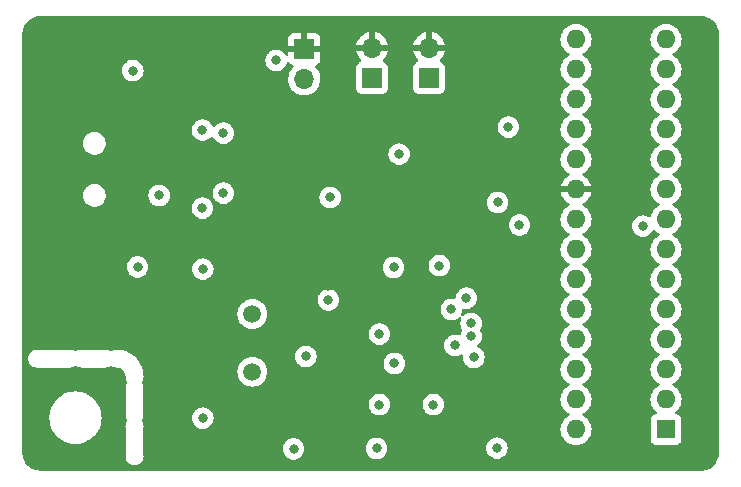
<source format=gbr>
G04 #@! TF.GenerationSoftware,KiCad,Pcbnew,6.0.2-378541a8eb~116~ubuntu20.04.1*
G04 #@! TF.CreationDate,2022-02-16T17:00:19+01:00*
G04 #@! TF.ProjectId,minimig-arm-controller-0805,6d696e69-6d69-4672-9d61-726d2d636f6e,rev?*
G04 #@! TF.SameCoordinates,Original*
G04 #@! TF.FileFunction,Copper,L3,Inr*
G04 #@! TF.FilePolarity,Positive*
%FSLAX46Y46*%
G04 Gerber Fmt 4.6, Leading zero omitted, Abs format (unit mm)*
G04 Created by KiCad (PCBNEW 6.0.2-378541a8eb~116~ubuntu20.04.1) date 2022-02-16 17:00:19*
%MOMM*%
%LPD*%
G01*
G04 APERTURE LIST*
G04 #@! TA.AperFunction,ComponentPad*
%ADD10C,1.500000*%
G04 #@! TD*
G04 #@! TA.AperFunction,ComponentPad*
%ADD11O,1.700000X1.700000*%
G04 #@! TD*
G04 #@! TA.AperFunction,ComponentPad*
%ADD12R,1.700000X1.700000*%
G04 #@! TD*
G04 #@! TA.AperFunction,ComponentPad*
%ADD13O,1.600000X1.600000*%
G04 #@! TD*
G04 #@! TA.AperFunction,ComponentPad*
%ADD14R,1.600000X1.600000*%
G04 #@! TD*
G04 #@! TA.AperFunction,ViaPad*
%ADD15C,0.800000*%
G04 #@! TD*
G04 APERTURE END LIST*
D10*
G04 #@! TO.N,Net-(C18-Pad1)*
G04 #@! TO.C,X1*
X119980000Y-46230000D03*
G04 #@! TO.N,Net-(C9-Pad1)*
X119980000Y-51110000D03*
G04 #@! TD*
D11*
G04 #@! TO.N,GND*
G04 #@! TO.C,J1*
X124380000Y-26336000D03*
D12*
G04 #@! TO.N,VDDIN*
X124380000Y-23796000D03*
G04 #@! TD*
D11*
G04 #@! TO.N,VDDIN*
G04 #@! TO.C,JP2*
X134946400Y-23694400D03*
D12*
G04 #@! TO.N,TST*
X134946400Y-26234400D03*
G04 #@! TD*
D11*
G04 #@! TO.N,VDDIN*
G04 #@! TO.C,JP1*
X130120400Y-23694400D03*
D12*
G04 #@! TO.N,ERASE*
X130120400Y-26234400D03*
G04 #@! TD*
D13*
G04 #@! TO.N,DIN*
G04 #@! TO.C,U2*
X147380000Y-56000000D03*
G04 #@! TO.N,SCK*
X155000000Y-22980000D03*
G04 #@! TO.N,FPGA2*
X147380000Y-53460000D03*
G04 #@! TO.N,unconnected-(U2-Pad13)*
X155000000Y-25520000D03*
G04 #@! TO.N,FPGA1*
X147380000Y-50920000D03*
G04 #@! TO.N,unconnected-(U2-Pad12)*
X155000000Y-28060000D03*
G04 #@! TO.N,DISKLED*
X147380000Y-48380000D03*
G04 #@! TO.N,MMC_SEL*
X155000000Y-30600000D03*
G04 #@! TO.N,DONE*
X147380000Y-45840000D03*
G04 #@! TO.N,unconnected-(U2-Pad10)*
X155000000Y-33140000D03*
G04 #@! TO.N,unconnected-(U2-Pad23)*
X147380000Y-43300000D03*
G04 #@! TO.N,unconnected-(U2-Pad9)*
X155000000Y-35680000D03*
G04 #@! TO.N,unconnected-(U2-Pad22)*
X147380000Y-40760000D03*
G04 #@! TO.N,GND*
X155000000Y-38220000D03*
G04 #@! TO.N,BUTTON*
X147380000Y-38220000D03*
G04 #@! TO.N,CCLK*
X155000000Y-40760000D03*
G04 #@! TO.N,VDDIN*
X147380000Y-35680000D03*
G04 #@! TO.N,unconnected-(U2-Pad6)*
X155000000Y-43300000D03*
G04 #@! TO.N,GND*
X147380000Y-33140000D03*
G04 #@! TO.N,INIT*
X155000000Y-45840000D03*
G04 #@! TO.N,RXD*
X147380000Y-30600000D03*
G04 #@! TO.N,PROG*
X155000000Y-48380000D03*
G04 #@! TO.N,TXD*
X147380000Y-28060000D03*
G04 #@! TO.N,FPGA0*
X155000000Y-50920000D03*
G04 #@! TO.N,SDO*
X147380000Y-25520000D03*
G04 #@! TO.N,CLKEN*
X155000000Y-53460000D03*
G04 #@! TO.N,SDI*
X147380000Y-22980000D03*
D14*
G04 #@! TO.N,MCLR*
X155000000Y-56000000D03*
G04 #@! TD*
D15*
G04 #@! TO.N,GND*
X123470000Y-57640000D03*
X130490000Y-57600000D03*
X124510000Y-49820000D03*
X115780000Y-42420000D03*
X115780000Y-55040000D03*
X138731000Y-49894500D03*
X132000000Y-50402500D03*
X130730000Y-47926000D03*
X131936500Y-42274500D03*
X141652000Y-30400000D03*
X140686800Y-57578000D03*
X117522000Y-35988000D03*
X117522000Y-30908000D03*
X112086400Y-36191200D03*
X109851200Y-25624800D03*
X110257600Y-42236400D03*
X132406400Y-32686000D03*
X126564400Y-36343600D03*
G04 #@! TO.N,BUTTON*
X153031200Y-38782000D03*
X135810000Y-42134800D03*
G04 #@! TO.N,MMC_SEL*
X142596404Y-38687010D03*
X140737600Y-36787000D03*
G04 #@! TO.N,SDO*
X138502400Y-47011600D03*
G04 #@! TO.N,SCK*
X138502400Y-48129200D03*
G04 #@! TO.N,Net-(Q1-Pad3)*
X115744000Y-30654000D03*
X115744000Y-37258000D03*
G04 #@! TO.N,USB_PULLUP*
X137130800Y-48891200D03*
X121992400Y-24761200D03*
G04 #@! TO.N,VDDIN*
X138413500Y-38528000D03*
X141652000Y-33448000D03*
X132508000Y-38528000D03*
X126412000Y-43862000D03*
X133905000Y-53895000D03*
X142922000Y-51990000D03*
X111934000Y-24558000D03*
X111934000Y-26590000D03*
X132558800Y-23694400D03*
X126793000Y-47418000D03*
X126564400Y-49805600D03*
X130476000Y-55165000D03*
G04 #@! TO.N,SDI*
X138096000Y-44878000D03*
G04 #@! TO.N,VDDCORE*
X126412000Y-45030400D03*
X135302000Y-53895000D03*
X136826000Y-45843200D03*
X130730000Y-53895000D03*
G04 #@! TD*
G04 #@! TA.AperFunction,Conductor*
G04 #@! TO.N,VDDIN*
G36*
X157970056Y-21009500D02*
G01*
X157972284Y-21009847D01*
X157984859Y-21011805D01*
X157984861Y-21011805D01*
X157993730Y-21013186D01*
X158002632Y-21012022D01*
X158002634Y-21012022D01*
X158008959Y-21011195D01*
X158034282Y-21010452D01*
X158198126Y-21022170D01*
X158203343Y-21022543D01*
X158221137Y-21025101D01*
X158411540Y-21066521D01*
X158428788Y-21071586D01*
X158611358Y-21139682D01*
X158627710Y-21147149D01*
X158693020Y-21182810D01*
X158798734Y-21240534D01*
X158813848Y-21250248D01*
X158923516Y-21332344D01*
X158969842Y-21367023D01*
X158983428Y-21378796D01*
X159121204Y-21516572D01*
X159132977Y-21530158D01*
X159249752Y-21686152D01*
X159259469Y-21701271D01*
X159352851Y-21872290D01*
X159360318Y-21888642D01*
X159428414Y-22071212D01*
X159433480Y-22088462D01*
X159474899Y-22278863D01*
X159477457Y-22296658D01*
X159479359Y-22323251D01*
X159488535Y-22451548D01*
X159489041Y-22458629D01*
X159488297Y-22476533D01*
X159488195Y-22484858D01*
X159486814Y-22493730D01*
X159487978Y-22502632D01*
X159487978Y-22502635D01*
X159490936Y-22525251D01*
X159492000Y-22541589D01*
X159492000Y-57950672D01*
X159490500Y-57970056D01*
X159486814Y-57993730D01*
X159487978Y-58002632D01*
X159487978Y-58002634D01*
X159488805Y-58008959D01*
X159489548Y-58034287D01*
X159477457Y-58203343D01*
X159474899Y-58221137D01*
X159435577Y-58401900D01*
X159433480Y-58411538D01*
X159428414Y-58428788D01*
X159360318Y-58611358D01*
X159352851Y-58627710D01*
X159259469Y-58798729D01*
X159249752Y-58813848D01*
X159244934Y-58820285D01*
X159132977Y-58969842D01*
X159121204Y-58983428D01*
X158983428Y-59121204D01*
X158969841Y-59132977D01*
X158813848Y-59249752D01*
X158798734Y-59259466D01*
X158693020Y-59317190D01*
X158627710Y-59352851D01*
X158611358Y-59360318D01*
X158428788Y-59428414D01*
X158411540Y-59433479D01*
X158248022Y-59469051D01*
X158221137Y-59474899D01*
X158203342Y-59477457D01*
X158154443Y-59480954D01*
X158041369Y-59489041D01*
X158023467Y-59488297D01*
X158015142Y-59488195D01*
X158006270Y-59486814D01*
X157997368Y-59487978D01*
X157997365Y-59487978D01*
X157974749Y-59490936D01*
X157958411Y-59492000D01*
X102049328Y-59492000D01*
X102029943Y-59490500D01*
X102029661Y-59490456D01*
X102027117Y-59490060D01*
X102015141Y-59488195D01*
X102015139Y-59488195D01*
X102006270Y-59486814D01*
X101997368Y-59487978D01*
X101997366Y-59487978D01*
X101991041Y-59488805D01*
X101965718Y-59489548D01*
X101796657Y-59477457D01*
X101778863Y-59474899D01*
X101751978Y-59469051D01*
X101588460Y-59433479D01*
X101571212Y-59428414D01*
X101388642Y-59360318D01*
X101372290Y-59352851D01*
X101306980Y-59317190D01*
X101201266Y-59259466D01*
X101186152Y-59249752D01*
X101030159Y-59132977D01*
X101016572Y-59121204D01*
X100878796Y-58983428D01*
X100867023Y-58969842D01*
X100755066Y-58820285D01*
X100750248Y-58813848D01*
X100740531Y-58798729D01*
X100647149Y-58627710D01*
X100639682Y-58611358D01*
X100571586Y-58428788D01*
X100566520Y-58411538D01*
X100564424Y-58401900D01*
X100525101Y-58221137D01*
X100522543Y-58203342D01*
X100510959Y-58041371D01*
X100511703Y-58023467D01*
X100511805Y-58015142D01*
X100513186Y-58006270D01*
X100511547Y-57993730D01*
X100509064Y-57974749D01*
X100508000Y-57958411D01*
X100508000Y-55000000D01*
X102787262Y-55000000D01*
X102787532Y-55004119D01*
X102804041Y-55255995D01*
X102806192Y-55288820D01*
X102806996Y-55292860D01*
X102806996Y-55292863D01*
X102859351Y-55556067D01*
X102862659Y-55572699D01*
X102863985Y-55576605D01*
X102863986Y-55576609D01*
X102954371Y-55842871D01*
X102955697Y-55846778D01*
X102957518Y-55850471D01*
X102957519Y-55850473D01*
X103054707Y-56047550D01*
X103083713Y-56106369D01*
X103244517Y-56347030D01*
X103247231Y-56350124D01*
X103247235Y-56350130D01*
X103432649Y-56561553D01*
X103435358Y-56564642D01*
X103438447Y-56567351D01*
X103649870Y-56752765D01*
X103649876Y-56752769D01*
X103652970Y-56755483D01*
X103893631Y-56916287D01*
X103897330Y-56918111D01*
X103897335Y-56918114D01*
X104149527Y-57042481D01*
X104153222Y-57044303D01*
X104157120Y-57045626D01*
X104157122Y-57045627D01*
X104423391Y-57136014D01*
X104423395Y-57136015D01*
X104427301Y-57137341D01*
X104431345Y-57138145D01*
X104431351Y-57138147D01*
X104707137Y-57193004D01*
X104707140Y-57193004D01*
X104711180Y-57193808D01*
X104715291Y-57194077D01*
X104715295Y-57194078D01*
X104995881Y-57212468D01*
X105000000Y-57212738D01*
X105004119Y-57212468D01*
X105284705Y-57194078D01*
X105284709Y-57194077D01*
X105288820Y-57193808D01*
X105292860Y-57193004D01*
X105292863Y-57193004D01*
X105568649Y-57138147D01*
X105568655Y-57138145D01*
X105572699Y-57137341D01*
X105576605Y-57136015D01*
X105576609Y-57136014D01*
X105842878Y-57045627D01*
X105842880Y-57045626D01*
X105846778Y-57044303D01*
X105850473Y-57042481D01*
X106102665Y-56918114D01*
X106102670Y-56918111D01*
X106106369Y-56916287D01*
X106347030Y-56755483D01*
X106350124Y-56752769D01*
X106350130Y-56752765D01*
X106561553Y-56567351D01*
X106564642Y-56564642D01*
X106567351Y-56561553D01*
X106752765Y-56350130D01*
X106752769Y-56350124D01*
X106755483Y-56347030D01*
X106916287Y-56106369D01*
X106945294Y-56047550D01*
X107042481Y-55850473D01*
X107042482Y-55850471D01*
X107044303Y-55846778D01*
X107045629Y-55842871D01*
X107136014Y-55576609D01*
X107136015Y-55576605D01*
X107137341Y-55572699D01*
X107140650Y-55556067D01*
X107193004Y-55292863D01*
X107193004Y-55292860D01*
X107193808Y-55288820D01*
X107195960Y-55255995D01*
X107212468Y-55004119D01*
X107212738Y-55000000D01*
X107203931Y-54865634D01*
X107194078Y-54715295D01*
X107194077Y-54715291D01*
X107193808Y-54711180D01*
X107190397Y-54694030D01*
X107138147Y-54431351D01*
X107138145Y-54431345D01*
X107137341Y-54427301D01*
X107096911Y-54308197D01*
X107045627Y-54157122D01*
X107045626Y-54157120D01*
X107044303Y-54153222D01*
X107042481Y-54149527D01*
X106918114Y-53897335D01*
X106918111Y-53897330D01*
X106916287Y-53893631D01*
X106755483Y-53652970D01*
X106752769Y-53649876D01*
X106752765Y-53649870D01*
X106567351Y-53438447D01*
X106564642Y-53435358D01*
X106561553Y-53432649D01*
X106350130Y-53247235D01*
X106350124Y-53247231D01*
X106347030Y-53244517D01*
X106106369Y-53083713D01*
X106102670Y-53081889D01*
X106102665Y-53081886D01*
X105850473Y-52957519D01*
X105850471Y-52957518D01*
X105846778Y-52955697D01*
X105842878Y-52954373D01*
X105576609Y-52863986D01*
X105576605Y-52863985D01*
X105572699Y-52862659D01*
X105568655Y-52861855D01*
X105568649Y-52861853D01*
X105292863Y-52806996D01*
X105292860Y-52806996D01*
X105288820Y-52806192D01*
X105284709Y-52805923D01*
X105284705Y-52805922D01*
X105004119Y-52787532D01*
X105000000Y-52787262D01*
X104995881Y-52787532D01*
X104715295Y-52805922D01*
X104715291Y-52805923D01*
X104711180Y-52806192D01*
X104707140Y-52806996D01*
X104707137Y-52806996D01*
X104431351Y-52861853D01*
X104431345Y-52861855D01*
X104427301Y-52862659D01*
X104423395Y-52863985D01*
X104423391Y-52863986D01*
X104157122Y-52954373D01*
X104153222Y-52955697D01*
X104149529Y-52957518D01*
X104149527Y-52957519D01*
X103897335Y-53081886D01*
X103897330Y-53081889D01*
X103893631Y-53083713D01*
X103652970Y-53244517D01*
X103649876Y-53247231D01*
X103649870Y-53247235D01*
X103438447Y-53432649D01*
X103435358Y-53435358D01*
X103432649Y-53438447D01*
X103247235Y-53649870D01*
X103247231Y-53649876D01*
X103244517Y-53652970D01*
X103083713Y-53893631D01*
X103081889Y-53897330D01*
X103081886Y-53897335D01*
X102957519Y-54149527D01*
X102955697Y-54153222D01*
X102954374Y-54157120D01*
X102954373Y-54157122D01*
X102903090Y-54308197D01*
X102862659Y-54427301D01*
X102861855Y-54431345D01*
X102861853Y-54431351D01*
X102809603Y-54694030D01*
X102806192Y-54711180D01*
X102805923Y-54715291D01*
X102805922Y-54715295D01*
X102793692Y-54901900D01*
X102789307Y-54968797D01*
X102787262Y-55000000D01*
X100508000Y-55000000D01*
X100508000Y-50079669D01*
X100992000Y-50079669D01*
X101025128Y-50235525D01*
X101027813Y-50241554D01*
X101027813Y-50241556D01*
X101081373Y-50361852D01*
X101089937Y-50381088D01*
X101093817Y-50386429D01*
X101093818Y-50386430D01*
X101126523Y-50431444D01*
X101183594Y-50509995D01*
X101188496Y-50514408D01*
X101188497Y-50514410D01*
X101253974Y-50573366D01*
X101302005Y-50616613D01*
X101307726Y-50619916D01*
X101432428Y-50691913D01*
X101439995Y-50696282D01*
X101591535Y-50745520D01*
X101698531Y-50756766D01*
X101706226Y-50757816D01*
X101728540Y-50761570D01*
X101732669Y-50762265D01*
X101732671Y-50762265D01*
X101737461Y-50763071D01*
X101743816Y-50763149D01*
X101745141Y-50763165D01*
X101745145Y-50763165D01*
X101750000Y-50763224D01*
X101777588Y-50759273D01*
X101795451Y-50758000D01*
X104446793Y-50758000D01*
X104467697Y-50759746D01*
X104487461Y-50763071D01*
X104493789Y-50763148D01*
X104495141Y-50763165D01*
X104495145Y-50763165D01*
X104500000Y-50763224D01*
X104504809Y-50762535D01*
X104504813Y-50762535D01*
X104513270Y-50761324D01*
X104525191Y-50759616D01*
X104529849Y-50759038D01*
X104597613Y-50751916D01*
X104651902Y-50746210D01*
X104651904Y-50746210D01*
X104658465Y-50745520D01*
X104810005Y-50696282D01*
X104817573Y-50691913D01*
X104937000Y-50622961D01*
X105005995Y-50606223D01*
X105063000Y-50622961D01*
X105182428Y-50691913D01*
X105189995Y-50696282D01*
X105341535Y-50745520D01*
X105448531Y-50756766D01*
X105456226Y-50757816D01*
X105478540Y-50761570D01*
X105482669Y-50762265D01*
X105482671Y-50762265D01*
X105487461Y-50763071D01*
X105493816Y-50763149D01*
X105495141Y-50763165D01*
X105495145Y-50763165D01*
X105500000Y-50763224D01*
X105527588Y-50759273D01*
X105545451Y-50758000D01*
X107446793Y-50758000D01*
X107467697Y-50759746D01*
X107487461Y-50763071D01*
X107493789Y-50763148D01*
X107495141Y-50763165D01*
X107495145Y-50763165D01*
X107500000Y-50763224D01*
X107504809Y-50762535D01*
X107504813Y-50762535D01*
X107513270Y-50761324D01*
X107525191Y-50759616D01*
X107529849Y-50759038D01*
X107597613Y-50751916D01*
X107651902Y-50746210D01*
X107651904Y-50746210D01*
X107658465Y-50745520D01*
X107810005Y-50696282D01*
X107817573Y-50691913D01*
X107937000Y-50622961D01*
X108005995Y-50606223D01*
X108063000Y-50622961D01*
X108182428Y-50691913D01*
X108189995Y-50696282D01*
X108341535Y-50745520D01*
X108448531Y-50756766D01*
X108456226Y-50757816D01*
X108487461Y-50763071D01*
X108493461Y-50763144D01*
X108493729Y-50763186D01*
X108493998Y-50763151D01*
X108500000Y-50763224D01*
X108504810Y-50762535D01*
X108504812Y-50762535D01*
X108505480Y-50762439D01*
X108506550Y-50762286D01*
X108536758Y-50761621D01*
X108632407Y-50771042D01*
X108656629Y-50775860D01*
X108772080Y-50810881D01*
X108794893Y-50820331D01*
X108901287Y-50877200D01*
X108921824Y-50890922D01*
X109015079Y-50967454D01*
X109032546Y-50984921D01*
X109109078Y-51078176D01*
X109122800Y-51098713D01*
X109171454Y-51189737D01*
X109179669Y-51205107D01*
X109189119Y-51227920D01*
X109224140Y-51343369D01*
X109228958Y-51367592D01*
X109231217Y-51390526D01*
X109238044Y-51459838D01*
X109237590Y-51475879D01*
X109238305Y-51475888D01*
X109238195Y-51484858D01*
X109236814Y-51493730D01*
X109237978Y-51502634D01*
X109238399Y-51505855D01*
X109238771Y-51509003D01*
X109254480Y-51658465D01*
X109303718Y-51810005D01*
X109307021Y-51815727D01*
X109307022Y-51815728D01*
X109377039Y-51937000D01*
X109393777Y-52005995D01*
X109377039Y-52063000D01*
X109303718Y-52189995D01*
X109254480Y-52341535D01*
X109253790Y-52348096D01*
X109253790Y-52348098D01*
X109242281Y-52457606D01*
X109241471Y-52463822D01*
X109240124Y-52472475D01*
X109236814Y-52493730D01*
X109237978Y-52502632D01*
X109237978Y-52502635D01*
X109240936Y-52525251D01*
X109242000Y-52541589D01*
X109242000Y-54700672D01*
X109240500Y-54720056D01*
X109236814Y-54743730D01*
X109237978Y-54752633D01*
X109238399Y-54755855D01*
X109238771Y-54759003D01*
X109254480Y-54908465D01*
X109303718Y-55060005D01*
X109307021Y-55065727D01*
X109307022Y-55065728D01*
X109377039Y-55187000D01*
X109393777Y-55255995D01*
X109377039Y-55313000D01*
X109303718Y-55439995D01*
X109254480Y-55591535D01*
X109253790Y-55598096D01*
X109253790Y-55598098D01*
X109242281Y-55707606D01*
X109241471Y-55713822D01*
X109240124Y-55722475D01*
X109236814Y-55743730D01*
X109237978Y-55752632D01*
X109237978Y-55752635D01*
X109240936Y-55775251D01*
X109242000Y-55791589D01*
X109242000Y-58200672D01*
X109240500Y-58220056D01*
X109236814Y-58243730D01*
X109237978Y-58252633D01*
X109238399Y-58255855D01*
X109238771Y-58259003D01*
X109254480Y-58408465D01*
X109256520Y-58414743D01*
X109256520Y-58414744D01*
X109274082Y-58468794D01*
X109303718Y-58560005D01*
X109383387Y-58697995D01*
X109387805Y-58702902D01*
X109387806Y-58702903D01*
X109474089Y-58798729D01*
X109490005Y-58816406D01*
X109495344Y-58820285D01*
X109592641Y-58890975D01*
X109618913Y-58910063D01*
X109624941Y-58912747D01*
X109624943Y-58912748D01*
X109758444Y-58972187D01*
X109764475Y-58974872D01*
X109842403Y-58991436D01*
X109913874Y-59006628D01*
X109913878Y-59006628D01*
X109920331Y-59008000D01*
X110079669Y-59008000D01*
X110086122Y-59006628D01*
X110086126Y-59006628D01*
X110157597Y-58991436D01*
X110235525Y-58974872D01*
X110246823Y-58969842D01*
X110375058Y-58912748D01*
X110375060Y-58912747D01*
X110381088Y-58910063D01*
X110509995Y-58816406D01*
X110525912Y-58798729D01*
X110612194Y-58702903D01*
X110612195Y-58702902D01*
X110616613Y-58697995D01*
X110696282Y-58560005D01*
X110725918Y-58468794D01*
X110743480Y-58414744D01*
X110743480Y-58414743D01*
X110745520Y-58408465D01*
X110756766Y-58301469D01*
X110757816Y-58293774D01*
X110763071Y-58262539D01*
X110763224Y-58250000D01*
X110759273Y-58222412D01*
X110758000Y-58204549D01*
X110758000Y-57640000D01*
X122556496Y-57640000D01*
X122557186Y-57646565D01*
X122569942Y-57767928D01*
X122576458Y-57829928D01*
X122635473Y-58011556D01*
X122638776Y-58017278D01*
X122638777Y-58017279D01*
X122644459Y-58027120D01*
X122730960Y-58176944D01*
X122735378Y-58181851D01*
X122735379Y-58181852D01*
X122801115Y-58254859D01*
X122858747Y-58318866D01*
X122922571Y-58365237D01*
X122986299Y-58411538D01*
X123013248Y-58431118D01*
X123019276Y-58433802D01*
X123019278Y-58433803D01*
X123181681Y-58506109D01*
X123187712Y-58508794D01*
X123281113Y-58528647D01*
X123368056Y-58547128D01*
X123368061Y-58547128D01*
X123374513Y-58548500D01*
X123565487Y-58548500D01*
X123571939Y-58547128D01*
X123571944Y-58547128D01*
X123658887Y-58528647D01*
X123752288Y-58508794D01*
X123758319Y-58506109D01*
X123920722Y-58433803D01*
X123920724Y-58433802D01*
X123926752Y-58431118D01*
X123953702Y-58411538D01*
X124017429Y-58365237D01*
X124081253Y-58318866D01*
X124138885Y-58254859D01*
X124204621Y-58181852D01*
X124204622Y-58181851D01*
X124209040Y-58176944D01*
X124295541Y-58027120D01*
X124301223Y-58017279D01*
X124301224Y-58017278D01*
X124304527Y-58011556D01*
X124363542Y-57829928D01*
X124370059Y-57767928D01*
X124382814Y-57646565D01*
X124383504Y-57640000D01*
X124379300Y-57600000D01*
X129576496Y-57600000D01*
X129577186Y-57606565D01*
X129594806Y-57774206D01*
X129596458Y-57789928D01*
X129655473Y-57971556D01*
X129658776Y-57977278D01*
X129658777Y-57977279D01*
X129677068Y-58008959D01*
X129750960Y-58136944D01*
X129755378Y-58141851D01*
X129755379Y-58141852D01*
X129852756Y-58250000D01*
X129878747Y-58278866D01*
X130033248Y-58391118D01*
X130039276Y-58393802D01*
X130039278Y-58393803D01*
X130201681Y-58466109D01*
X130207712Y-58468794D01*
X130284557Y-58485128D01*
X130388056Y-58507128D01*
X130388061Y-58507128D01*
X130394513Y-58508500D01*
X130585487Y-58508500D01*
X130591939Y-58507128D01*
X130591944Y-58507128D01*
X130695443Y-58485128D01*
X130772288Y-58468794D01*
X130778319Y-58466109D01*
X130940722Y-58393803D01*
X130940724Y-58393802D01*
X130946752Y-58391118D01*
X131101253Y-58278866D01*
X131127244Y-58250000D01*
X131224621Y-58141852D01*
X131224622Y-58141851D01*
X131229040Y-58136944D01*
X131302932Y-58008959D01*
X131321223Y-57977279D01*
X131321224Y-57977278D01*
X131324527Y-57971556D01*
X131383542Y-57789928D01*
X131385195Y-57774206D01*
X131402814Y-57606565D01*
X131403504Y-57600000D01*
X131401192Y-57578000D01*
X139773296Y-57578000D01*
X139793258Y-57767928D01*
X139852273Y-57949556D01*
X139855576Y-57955278D01*
X139855577Y-57955279D01*
X139877777Y-57993730D01*
X139947760Y-58114944D01*
X139952178Y-58119851D01*
X139952179Y-58119852D01*
X140055732Y-58234859D01*
X140075547Y-58256866D01*
X140230048Y-58369118D01*
X140236076Y-58371802D01*
X140236078Y-58371803D01*
X140398481Y-58444109D01*
X140404512Y-58446794D01*
X140495381Y-58466109D01*
X140584856Y-58485128D01*
X140584861Y-58485128D01*
X140591313Y-58486500D01*
X140782287Y-58486500D01*
X140788739Y-58485128D01*
X140788744Y-58485128D01*
X140878219Y-58466109D01*
X140969088Y-58446794D01*
X140975119Y-58444109D01*
X141137522Y-58371803D01*
X141137524Y-58371802D01*
X141143552Y-58369118D01*
X141298053Y-58256866D01*
X141317868Y-58234859D01*
X141421421Y-58119852D01*
X141421422Y-58119851D01*
X141425840Y-58114944D01*
X141495823Y-57993730D01*
X141518023Y-57955279D01*
X141518024Y-57955278D01*
X141521327Y-57949556D01*
X141580342Y-57767928D01*
X141600304Y-57578000D01*
X141587548Y-57456635D01*
X141581032Y-57394635D01*
X141581032Y-57394633D01*
X141580342Y-57388072D01*
X141521327Y-57206444D01*
X141514188Y-57194078D01*
X141441843Y-57068774D01*
X141425840Y-57041056D01*
X141314784Y-56917715D01*
X141302475Y-56904045D01*
X141302474Y-56904044D01*
X141298053Y-56899134D01*
X141143552Y-56786882D01*
X141137524Y-56784198D01*
X141137522Y-56784197D01*
X140975119Y-56711891D01*
X140975118Y-56711891D01*
X140969088Y-56709206D01*
X140875687Y-56689353D01*
X140788744Y-56670872D01*
X140788739Y-56670872D01*
X140782287Y-56669500D01*
X140591313Y-56669500D01*
X140584861Y-56670872D01*
X140584856Y-56670872D01*
X140497913Y-56689353D01*
X140404512Y-56709206D01*
X140398482Y-56711891D01*
X140398481Y-56711891D01*
X140236078Y-56784197D01*
X140236076Y-56784198D01*
X140230048Y-56786882D01*
X140075547Y-56899134D01*
X140071126Y-56904044D01*
X140071125Y-56904045D01*
X140058817Y-56917715D01*
X139947760Y-57041056D01*
X139931757Y-57068774D01*
X139859413Y-57194078D01*
X139852273Y-57206444D01*
X139793258Y-57388072D01*
X139792568Y-57394633D01*
X139792568Y-57394635D01*
X139786052Y-57456635D01*
X139773296Y-57578000D01*
X131401192Y-57578000D01*
X131383542Y-57410072D01*
X131324527Y-57228444D01*
X131229040Y-57063056D01*
X131101253Y-56921134D01*
X131000778Y-56848134D01*
X130952094Y-56812763D01*
X130952093Y-56812762D01*
X130946752Y-56808882D01*
X130940724Y-56806198D01*
X130940722Y-56806197D01*
X130778319Y-56733891D01*
X130778318Y-56733891D01*
X130772288Y-56731206D01*
X130662332Y-56707834D01*
X130591944Y-56692872D01*
X130591939Y-56692872D01*
X130585487Y-56691500D01*
X130394513Y-56691500D01*
X130388061Y-56692872D01*
X130388056Y-56692872D01*
X130317668Y-56707834D01*
X130207712Y-56731206D01*
X130201682Y-56733891D01*
X130201681Y-56733891D01*
X130039278Y-56806197D01*
X130039276Y-56806198D01*
X130033248Y-56808882D01*
X130027907Y-56812762D01*
X130027906Y-56812763D01*
X129979222Y-56848134D01*
X129878747Y-56921134D01*
X129750960Y-57063056D01*
X129655473Y-57228444D01*
X129596458Y-57410072D01*
X129576496Y-57600000D01*
X124379300Y-57600000D01*
X124363542Y-57450072D01*
X124304527Y-57268444D01*
X124294234Y-57250615D01*
X124229300Y-57138147D01*
X124209040Y-57103056D01*
X124178173Y-57068774D01*
X124085675Y-56966045D01*
X124085674Y-56966044D01*
X124081253Y-56961134D01*
X123926752Y-56848882D01*
X123920724Y-56846198D01*
X123920722Y-56846197D01*
X123758319Y-56773891D01*
X123758318Y-56773891D01*
X123752288Y-56771206D01*
X123658888Y-56751353D01*
X123571944Y-56732872D01*
X123571939Y-56732872D01*
X123565487Y-56731500D01*
X123374513Y-56731500D01*
X123368061Y-56732872D01*
X123368056Y-56732872D01*
X123281113Y-56751353D01*
X123187712Y-56771206D01*
X123181682Y-56773891D01*
X123181681Y-56773891D01*
X123019278Y-56846197D01*
X123019276Y-56846198D01*
X123013248Y-56848882D01*
X122858747Y-56961134D01*
X122854326Y-56966044D01*
X122854325Y-56966045D01*
X122761828Y-57068774D01*
X122730960Y-57103056D01*
X122710700Y-57138147D01*
X122645767Y-57250615D01*
X122635473Y-57268444D01*
X122576458Y-57450072D01*
X122556496Y-57640000D01*
X110758000Y-57640000D01*
X110758000Y-56000000D01*
X146066502Y-56000000D01*
X146086457Y-56228087D01*
X146087881Y-56233400D01*
X146087881Y-56233402D01*
X146119159Y-56350130D01*
X146145716Y-56449243D01*
X146148039Y-56454224D01*
X146148039Y-56454225D01*
X146240151Y-56651762D01*
X146240154Y-56651767D01*
X146242477Y-56656749D01*
X146373802Y-56844300D01*
X146535700Y-57006198D01*
X146540208Y-57009355D01*
X146540211Y-57009357D01*
X146578473Y-57036148D01*
X146723251Y-57137523D01*
X146728233Y-57139846D01*
X146728238Y-57139849D01*
X146884551Y-57212738D01*
X146930757Y-57234284D01*
X146936065Y-57235706D01*
X146936067Y-57235707D01*
X147146598Y-57292119D01*
X147146600Y-57292119D01*
X147151913Y-57293543D01*
X147380000Y-57313498D01*
X147608087Y-57293543D01*
X147613400Y-57292119D01*
X147613402Y-57292119D01*
X147823933Y-57235707D01*
X147823935Y-57235706D01*
X147829243Y-57234284D01*
X147875449Y-57212738D01*
X148031762Y-57139849D01*
X148031767Y-57139846D01*
X148036749Y-57137523D01*
X148181527Y-57036148D01*
X148219789Y-57009357D01*
X148219792Y-57009355D01*
X148224300Y-57006198D01*
X148386198Y-56844300D01*
X148517523Y-56656749D01*
X148519846Y-56651767D01*
X148519849Y-56651762D01*
X148611961Y-56454225D01*
X148611961Y-56454224D01*
X148614284Y-56449243D01*
X148640842Y-56350130D01*
X148672119Y-56233402D01*
X148672119Y-56233400D01*
X148673543Y-56228087D01*
X148693498Y-56000000D01*
X148673543Y-55771913D01*
X148669729Y-55757678D01*
X148615707Y-55556067D01*
X148615706Y-55556065D01*
X148614284Y-55550757D01*
X148565566Y-55446280D01*
X148519849Y-55348238D01*
X148519846Y-55348233D01*
X148517523Y-55343251D01*
X148433578Y-55223365D01*
X148389357Y-55160211D01*
X148389355Y-55160208D01*
X148386198Y-55155700D01*
X148224300Y-54993802D01*
X148219792Y-54990645D01*
X148219789Y-54990643D01*
X148102426Y-54908465D01*
X148036749Y-54862477D01*
X148031767Y-54860154D01*
X148031762Y-54860151D01*
X147997543Y-54844195D01*
X147944258Y-54797278D01*
X147924797Y-54729001D01*
X147945339Y-54661041D01*
X147997543Y-54615805D01*
X148031762Y-54599849D01*
X148031767Y-54599846D01*
X148036749Y-54597523D01*
X148163495Y-54508774D01*
X148219789Y-54469357D01*
X148219792Y-54469355D01*
X148224300Y-54466198D01*
X148386198Y-54304300D01*
X148408620Y-54272279D01*
X148473597Y-54179481D01*
X148517523Y-54116749D01*
X148519846Y-54111767D01*
X148519849Y-54111762D01*
X148611961Y-53914225D01*
X148611961Y-53914224D01*
X148614284Y-53909243D01*
X148616342Y-53901565D01*
X148672119Y-53693402D01*
X148672119Y-53693400D01*
X148673543Y-53688087D01*
X148693498Y-53460000D01*
X148673543Y-53231913D01*
X148614284Y-53010757D01*
X148589459Y-52957519D01*
X148519849Y-52808238D01*
X148519846Y-52808233D01*
X148517523Y-52803251D01*
X148386198Y-52615700D01*
X148224300Y-52453802D01*
X148219792Y-52450645D01*
X148219789Y-52450643D01*
X148141611Y-52395902D01*
X148036749Y-52322477D01*
X148031767Y-52320154D01*
X148031762Y-52320151D01*
X147997543Y-52304195D01*
X147944258Y-52257278D01*
X147924797Y-52189001D01*
X147945339Y-52121041D01*
X147997543Y-52075805D01*
X148031762Y-52059849D01*
X148031767Y-52059846D01*
X148036749Y-52057523D01*
X148193171Y-51947995D01*
X148219789Y-51929357D01*
X148219792Y-51929355D01*
X148224300Y-51926198D01*
X148386198Y-51764300D01*
X148398899Y-51746162D01*
X148460305Y-51658465D01*
X148517523Y-51576749D01*
X148519846Y-51571767D01*
X148519849Y-51571762D01*
X148611961Y-51374225D01*
X148611961Y-51374224D01*
X148614284Y-51369243D01*
X148652310Y-51227331D01*
X148672119Y-51153402D01*
X148672119Y-51153400D01*
X148673543Y-51148087D01*
X148693498Y-50920000D01*
X148673543Y-50691913D01*
X148653366Y-50616613D01*
X148615707Y-50476067D01*
X148615706Y-50476065D01*
X148614284Y-50470757D01*
X148585517Y-50409065D01*
X148519849Y-50268238D01*
X148519846Y-50268233D01*
X148517523Y-50263251D01*
X148430586Y-50139092D01*
X148389357Y-50080211D01*
X148389355Y-50080208D01*
X148386198Y-50075700D01*
X148224300Y-49913802D01*
X148219792Y-49910645D01*
X148219789Y-49910643D01*
X148075307Y-49809476D01*
X148036749Y-49782477D01*
X148031767Y-49780154D01*
X148031762Y-49780151D01*
X147997543Y-49764195D01*
X147944258Y-49717278D01*
X147924797Y-49649001D01*
X147945339Y-49581041D01*
X147997543Y-49535805D01*
X148031762Y-49519849D01*
X148031767Y-49519846D01*
X148036749Y-49517523D01*
X148172561Y-49422426D01*
X148219789Y-49389357D01*
X148219792Y-49389355D01*
X148224300Y-49386198D01*
X148386198Y-49224300D01*
X148517523Y-49036749D01*
X148519846Y-49031767D01*
X148519849Y-49031762D01*
X148611961Y-48834225D01*
X148611961Y-48834224D01*
X148614284Y-48829243D01*
X148619959Y-48808066D01*
X148672119Y-48613402D01*
X148672119Y-48613400D01*
X148673543Y-48608087D01*
X148693498Y-48380000D01*
X148673543Y-48151913D01*
X148660695Y-48103963D01*
X148615707Y-47936067D01*
X148615706Y-47936065D01*
X148614284Y-47930757D01*
X148611961Y-47925775D01*
X148519849Y-47728238D01*
X148519846Y-47728233D01*
X148517523Y-47723251D01*
X148399323Y-47554444D01*
X148389357Y-47540211D01*
X148389355Y-47540208D01*
X148386198Y-47535700D01*
X148224300Y-47373802D01*
X148219792Y-47370645D01*
X148219789Y-47370643D01*
X148050413Y-47252045D01*
X148036749Y-47242477D01*
X148031767Y-47240154D01*
X148031762Y-47240151D01*
X147997543Y-47224195D01*
X147944258Y-47177278D01*
X147924797Y-47109001D01*
X147945339Y-47041041D01*
X147997543Y-46995805D01*
X148031762Y-46979849D01*
X148031767Y-46979846D01*
X148036749Y-46977523D01*
X148202228Y-46861653D01*
X148219789Y-46849357D01*
X148219792Y-46849355D01*
X148224300Y-46846198D01*
X148386198Y-46684300D01*
X148401760Y-46662076D01*
X148497077Y-46525949D01*
X148517523Y-46496749D01*
X148519846Y-46491767D01*
X148519849Y-46491762D01*
X148611961Y-46294225D01*
X148611961Y-46294224D01*
X148614284Y-46289243D01*
X148632710Y-46220479D01*
X148672119Y-46073402D01*
X148672119Y-46073400D01*
X148673543Y-46068087D01*
X148693498Y-45840000D01*
X148673543Y-45611913D01*
X148634424Y-45465921D01*
X148615707Y-45396067D01*
X148615706Y-45396065D01*
X148614284Y-45390757D01*
X148572592Y-45301348D01*
X148519849Y-45188238D01*
X148519846Y-45188233D01*
X148517523Y-45183251D01*
X148419234Y-45042880D01*
X148389357Y-45000211D01*
X148389355Y-45000208D01*
X148386198Y-44995700D01*
X148224300Y-44833802D01*
X148219792Y-44830645D01*
X148219789Y-44830643D01*
X148141611Y-44775902D01*
X148036749Y-44702477D01*
X148031767Y-44700154D01*
X148031762Y-44700151D01*
X147997543Y-44684195D01*
X147944258Y-44637278D01*
X147924797Y-44569001D01*
X147945339Y-44501041D01*
X147997543Y-44455805D01*
X148031762Y-44439849D01*
X148031767Y-44439846D01*
X148036749Y-44437523D01*
X148181527Y-44336148D01*
X148219789Y-44309357D01*
X148219792Y-44309355D01*
X148224300Y-44306198D01*
X148386198Y-44144300D01*
X148517523Y-43956749D01*
X148519846Y-43951767D01*
X148519849Y-43951762D01*
X148611961Y-43754225D01*
X148611961Y-43754224D01*
X148614284Y-43749243D01*
X148673543Y-43528087D01*
X148693498Y-43300000D01*
X148673543Y-43071913D01*
X148665876Y-43043300D01*
X148615707Y-42856067D01*
X148615706Y-42856065D01*
X148614284Y-42850757D01*
X148589347Y-42797279D01*
X148519849Y-42648238D01*
X148519846Y-42648233D01*
X148517523Y-42643251D01*
X148417267Y-42500071D01*
X148389357Y-42460211D01*
X148389355Y-42460208D01*
X148386198Y-42455700D01*
X148224300Y-42293802D01*
X148219792Y-42290645D01*
X148219789Y-42290643D01*
X148132946Y-42229835D01*
X148036749Y-42162477D01*
X148031767Y-42160154D01*
X148031762Y-42160151D01*
X147997543Y-42144195D01*
X147944258Y-42097278D01*
X147924797Y-42029001D01*
X147945339Y-41961041D01*
X147997543Y-41915805D01*
X148031762Y-41899849D01*
X148031767Y-41899846D01*
X148036749Y-41897523D01*
X148219543Y-41769529D01*
X148219789Y-41769357D01*
X148219792Y-41769355D01*
X148224300Y-41766198D01*
X148386198Y-41604300D01*
X148517523Y-41416749D01*
X148519846Y-41411767D01*
X148519849Y-41411762D01*
X148611961Y-41214225D01*
X148611961Y-41214224D01*
X148614284Y-41209243D01*
X148673543Y-40988087D01*
X148693498Y-40760000D01*
X148673543Y-40531913D01*
X148614284Y-40310757D01*
X148611961Y-40305775D01*
X148519849Y-40108238D01*
X148519846Y-40108233D01*
X148517523Y-40103251D01*
X148386198Y-39915700D01*
X148224300Y-39753802D01*
X148219792Y-39750645D01*
X148219789Y-39750643D01*
X148079149Y-39652166D01*
X148036749Y-39622477D01*
X148031767Y-39620154D01*
X148031762Y-39620151D01*
X147997543Y-39604195D01*
X147944258Y-39557278D01*
X147924797Y-39489001D01*
X147945339Y-39421041D01*
X147997543Y-39375805D01*
X148031762Y-39359849D01*
X148031767Y-39359846D01*
X148036749Y-39357523D01*
X148141611Y-39284098D01*
X148219789Y-39229357D01*
X148219792Y-39229355D01*
X148224300Y-39226198D01*
X148386198Y-39064300D01*
X148517523Y-38876749D01*
X148519846Y-38871767D01*
X148519849Y-38871762D01*
X148561705Y-38782000D01*
X152117696Y-38782000D01*
X152137658Y-38971928D01*
X152196673Y-39153556D01*
X152292160Y-39318944D01*
X152296578Y-39323851D01*
X152296579Y-39323852D01*
X152415525Y-39455955D01*
X152419947Y-39460866D01*
X152574448Y-39573118D01*
X152580476Y-39575802D01*
X152580478Y-39575803D01*
X152692401Y-39625634D01*
X152748912Y-39650794D01*
X152842312Y-39670647D01*
X152929256Y-39689128D01*
X152929261Y-39689128D01*
X152935713Y-39690500D01*
X153126687Y-39690500D01*
X153133139Y-39689128D01*
X153133144Y-39689128D01*
X153220088Y-39670647D01*
X153313488Y-39650794D01*
X153369999Y-39625634D01*
X153481922Y-39575803D01*
X153481924Y-39575802D01*
X153487952Y-39573118D01*
X153642453Y-39460866D01*
X153646875Y-39455955D01*
X153765821Y-39323852D01*
X153765822Y-39323851D01*
X153770240Y-39318944D01*
X153863173Y-39157980D01*
X153914556Y-39108987D01*
X153984269Y-39095551D01*
X154050180Y-39121937D01*
X154061387Y-39131885D01*
X154155700Y-39226198D01*
X154160208Y-39229355D01*
X154160211Y-39229357D01*
X154238389Y-39284098D01*
X154343251Y-39357523D01*
X154348233Y-39359846D01*
X154348238Y-39359849D01*
X154382457Y-39375805D01*
X154435742Y-39422722D01*
X154455203Y-39490999D01*
X154434661Y-39558959D01*
X154382457Y-39604195D01*
X154348238Y-39620151D01*
X154348233Y-39620154D01*
X154343251Y-39622477D01*
X154300851Y-39652166D01*
X154160211Y-39750643D01*
X154160208Y-39750645D01*
X154155700Y-39753802D01*
X153993802Y-39915700D01*
X153862477Y-40103251D01*
X153860154Y-40108233D01*
X153860151Y-40108238D01*
X153768039Y-40305775D01*
X153765716Y-40310757D01*
X153706457Y-40531913D01*
X153686502Y-40760000D01*
X153706457Y-40988087D01*
X153765716Y-41209243D01*
X153768039Y-41214224D01*
X153768039Y-41214225D01*
X153860151Y-41411762D01*
X153860154Y-41411767D01*
X153862477Y-41416749D01*
X153993802Y-41604300D01*
X154155700Y-41766198D01*
X154160208Y-41769355D01*
X154160211Y-41769357D01*
X154160457Y-41769529D01*
X154343251Y-41897523D01*
X154348233Y-41899846D01*
X154348238Y-41899849D01*
X154382457Y-41915805D01*
X154435742Y-41962722D01*
X154455203Y-42030999D01*
X154434661Y-42098959D01*
X154382457Y-42144195D01*
X154348238Y-42160151D01*
X154348233Y-42160154D01*
X154343251Y-42162477D01*
X154247054Y-42229835D01*
X154160211Y-42290643D01*
X154160208Y-42290645D01*
X154155700Y-42293802D01*
X153993802Y-42455700D01*
X153990645Y-42460208D01*
X153990643Y-42460211D01*
X153962733Y-42500071D01*
X153862477Y-42643251D01*
X153860154Y-42648233D01*
X153860151Y-42648238D01*
X153790653Y-42797279D01*
X153765716Y-42850757D01*
X153764294Y-42856065D01*
X153764293Y-42856067D01*
X153714124Y-43043300D01*
X153706457Y-43071913D01*
X153686502Y-43300000D01*
X153706457Y-43528087D01*
X153765716Y-43749243D01*
X153768039Y-43754224D01*
X153768039Y-43754225D01*
X153860151Y-43951762D01*
X153860154Y-43951767D01*
X153862477Y-43956749D01*
X153993802Y-44144300D01*
X154155700Y-44306198D01*
X154160208Y-44309355D01*
X154160211Y-44309357D01*
X154198473Y-44336148D01*
X154343251Y-44437523D01*
X154348233Y-44439846D01*
X154348238Y-44439849D01*
X154382457Y-44455805D01*
X154435742Y-44502722D01*
X154455203Y-44570999D01*
X154434661Y-44638959D01*
X154382457Y-44684195D01*
X154348238Y-44700151D01*
X154348233Y-44700154D01*
X154343251Y-44702477D01*
X154238389Y-44775902D01*
X154160211Y-44830643D01*
X154160208Y-44830645D01*
X154155700Y-44833802D01*
X153993802Y-44995700D01*
X153990645Y-45000208D01*
X153990643Y-45000211D01*
X153960766Y-45042880D01*
X153862477Y-45183251D01*
X153860154Y-45188233D01*
X153860151Y-45188238D01*
X153807408Y-45301348D01*
X153765716Y-45390757D01*
X153764294Y-45396065D01*
X153764293Y-45396067D01*
X153745576Y-45465921D01*
X153706457Y-45611913D01*
X153686502Y-45840000D01*
X153706457Y-46068087D01*
X153707881Y-46073400D01*
X153707881Y-46073402D01*
X153747291Y-46220479D01*
X153765716Y-46289243D01*
X153768039Y-46294224D01*
X153768039Y-46294225D01*
X153860151Y-46491762D01*
X153860154Y-46491767D01*
X153862477Y-46496749D01*
X153882923Y-46525949D01*
X153978241Y-46662076D01*
X153993802Y-46684300D01*
X154155700Y-46846198D01*
X154160208Y-46849355D01*
X154160211Y-46849357D01*
X154177772Y-46861653D01*
X154343251Y-46977523D01*
X154348233Y-46979846D01*
X154348238Y-46979849D01*
X154382457Y-46995805D01*
X154435742Y-47042722D01*
X154455203Y-47110999D01*
X154434661Y-47178959D01*
X154382457Y-47224195D01*
X154348238Y-47240151D01*
X154348233Y-47240154D01*
X154343251Y-47242477D01*
X154329587Y-47252045D01*
X154160211Y-47370643D01*
X154160208Y-47370645D01*
X154155700Y-47373802D01*
X153993802Y-47535700D01*
X153990645Y-47540208D01*
X153990643Y-47540211D01*
X153980677Y-47554444D01*
X153862477Y-47723251D01*
X153860154Y-47728233D01*
X153860151Y-47728238D01*
X153768039Y-47925775D01*
X153765716Y-47930757D01*
X153764294Y-47936065D01*
X153764293Y-47936067D01*
X153719305Y-48103963D01*
X153706457Y-48151913D01*
X153686502Y-48380000D01*
X153706457Y-48608087D01*
X153707881Y-48613400D01*
X153707881Y-48613402D01*
X153760042Y-48808066D01*
X153765716Y-48829243D01*
X153768039Y-48834224D01*
X153768039Y-48834225D01*
X153860151Y-49031762D01*
X153860154Y-49031767D01*
X153862477Y-49036749D01*
X153993802Y-49224300D01*
X154155700Y-49386198D01*
X154160208Y-49389355D01*
X154160211Y-49389357D01*
X154207439Y-49422426D01*
X154343251Y-49517523D01*
X154348233Y-49519846D01*
X154348238Y-49519849D01*
X154382457Y-49535805D01*
X154435742Y-49582722D01*
X154455203Y-49650999D01*
X154434661Y-49718959D01*
X154382457Y-49764195D01*
X154348238Y-49780151D01*
X154348233Y-49780154D01*
X154343251Y-49782477D01*
X154304693Y-49809476D01*
X154160211Y-49910643D01*
X154160208Y-49910645D01*
X154155700Y-49913802D01*
X153993802Y-50075700D01*
X153990645Y-50080208D01*
X153990643Y-50080211D01*
X153949414Y-50139092D01*
X153862477Y-50263251D01*
X153860154Y-50268233D01*
X153860151Y-50268238D01*
X153794483Y-50409065D01*
X153765716Y-50470757D01*
X153764294Y-50476065D01*
X153764293Y-50476067D01*
X153726634Y-50616613D01*
X153706457Y-50691913D01*
X153686502Y-50920000D01*
X153706457Y-51148087D01*
X153707881Y-51153400D01*
X153707881Y-51153402D01*
X153727691Y-51227331D01*
X153765716Y-51369243D01*
X153768039Y-51374224D01*
X153768039Y-51374225D01*
X153860151Y-51571762D01*
X153860154Y-51571767D01*
X153862477Y-51576749D01*
X153919695Y-51658465D01*
X153981102Y-51746162D01*
X153993802Y-51764300D01*
X154155700Y-51926198D01*
X154160208Y-51929355D01*
X154160211Y-51929357D01*
X154186829Y-51947995D01*
X154343251Y-52057523D01*
X154348233Y-52059846D01*
X154348238Y-52059849D01*
X154382457Y-52075805D01*
X154435742Y-52122722D01*
X154455203Y-52190999D01*
X154434661Y-52258959D01*
X154382457Y-52304195D01*
X154348238Y-52320151D01*
X154348233Y-52320154D01*
X154343251Y-52322477D01*
X154238389Y-52395902D01*
X154160211Y-52450643D01*
X154160208Y-52450645D01*
X154155700Y-52453802D01*
X153993802Y-52615700D01*
X153862477Y-52803251D01*
X153860154Y-52808233D01*
X153860151Y-52808238D01*
X153790541Y-52957519D01*
X153765716Y-53010757D01*
X153706457Y-53231913D01*
X153686502Y-53460000D01*
X153706457Y-53688087D01*
X153707881Y-53693400D01*
X153707881Y-53693402D01*
X153763659Y-53901565D01*
X153765716Y-53909243D01*
X153768039Y-53914224D01*
X153768039Y-53914225D01*
X153860151Y-54111762D01*
X153860154Y-54111767D01*
X153862477Y-54116749D01*
X153906403Y-54179481D01*
X153971381Y-54272279D01*
X153993802Y-54304300D01*
X154155700Y-54466198D01*
X154160211Y-54469357D01*
X154164424Y-54472892D01*
X154163473Y-54474026D01*
X154203471Y-54524071D01*
X154210776Y-54594690D01*
X154178742Y-54658049D01*
X154117538Y-54694030D01*
X154100483Y-54697082D01*
X154089684Y-54698255D01*
X153953295Y-54749385D01*
X153836739Y-54836739D01*
X153749385Y-54953295D01*
X153698255Y-55089684D01*
X153691500Y-55151866D01*
X153691500Y-56848134D01*
X153698255Y-56910316D01*
X153749385Y-57046705D01*
X153836739Y-57163261D01*
X153953295Y-57250615D01*
X154089684Y-57301745D01*
X154151866Y-57308500D01*
X155848134Y-57308500D01*
X155910316Y-57301745D01*
X156046705Y-57250615D01*
X156163261Y-57163261D01*
X156250615Y-57046705D01*
X156301745Y-56910316D01*
X156308500Y-56848134D01*
X156308500Y-55151866D01*
X156301745Y-55089684D01*
X156250615Y-54953295D01*
X156163261Y-54836739D01*
X156046705Y-54749385D01*
X155910316Y-54698255D01*
X155899526Y-54697083D01*
X155897394Y-54696197D01*
X155894778Y-54695575D01*
X155894879Y-54695152D01*
X155833965Y-54669845D01*
X155793537Y-54611483D01*
X155791078Y-54540529D01*
X155827371Y-54479510D01*
X155836031Y-54472511D01*
X155839793Y-54469354D01*
X155844300Y-54466198D01*
X156006198Y-54304300D01*
X156028620Y-54272279D01*
X156093597Y-54179481D01*
X156137523Y-54116749D01*
X156139846Y-54111767D01*
X156139849Y-54111762D01*
X156231961Y-53914225D01*
X156231961Y-53914224D01*
X156234284Y-53909243D01*
X156236342Y-53901565D01*
X156292119Y-53693402D01*
X156292119Y-53693400D01*
X156293543Y-53688087D01*
X156313498Y-53460000D01*
X156293543Y-53231913D01*
X156234284Y-53010757D01*
X156209459Y-52957519D01*
X156139849Y-52808238D01*
X156139846Y-52808233D01*
X156137523Y-52803251D01*
X156006198Y-52615700D01*
X155844300Y-52453802D01*
X155839792Y-52450645D01*
X155839789Y-52450643D01*
X155761611Y-52395902D01*
X155656749Y-52322477D01*
X155651767Y-52320154D01*
X155651762Y-52320151D01*
X155617543Y-52304195D01*
X155564258Y-52257278D01*
X155544797Y-52189001D01*
X155565339Y-52121041D01*
X155617543Y-52075805D01*
X155651762Y-52059849D01*
X155651767Y-52059846D01*
X155656749Y-52057523D01*
X155813171Y-51947995D01*
X155839789Y-51929357D01*
X155839792Y-51929355D01*
X155844300Y-51926198D01*
X156006198Y-51764300D01*
X156018899Y-51746162D01*
X156080305Y-51658465D01*
X156137523Y-51576749D01*
X156139846Y-51571767D01*
X156139849Y-51571762D01*
X156231961Y-51374225D01*
X156231961Y-51374224D01*
X156234284Y-51369243D01*
X156272310Y-51227331D01*
X156292119Y-51153402D01*
X156292119Y-51153400D01*
X156293543Y-51148087D01*
X156313498Y-50920000D01*
X156293543Y-50691913D01*
X156273366Y-50616613D01*
X156235707Y-50476067D01*
X156235706Y-50476065D01*
X156234284Y-50470757D01*
X156205517Y-50409065D01*
X156139849Y-50268238D01*
X156139846Y-50268233D01*
X156137523Y-50263251D01*
X156050586Y-50139092D01*
X156009357Y-50080211D01*
X156009355Y-50080208D01*
X156006198Y-50075700D01*
X155844300Y-49913802D01*
X155839792Y-49910645D01*
X155839789Y-49910643D01*
X155695307Y-49809476D01*
X155656749Y-49782477D01*
X155651767Y-49780154D01*
X155651762Y-49780151D01*
X155617543Y-49764195D01*
X155564258Y-49717278D01*
X155544797Y-49649001D01*
X155565339Y-49581041D01*
X155617543Y-49535805D01*
X155651762Y-49519849D01*
X155651767Y-49519846D01*
X155656749Y-49517523D01*
X155792561Y-49422426D01*
X155839789Y-49389357D01*
X155839792Y-49389355D01*
X155844300Y-49386198D01*
X156006198Y-49224300D01*
X156137523Y-49036749D01*
X156139846Y-49031767D01*
X156139849Y-49031762D01*
X156231961Y-48834225D01*
X156231961Y-48834224D01*
X156234284Y-48829243D01*
X156239959Y-48808066D01*
X156292119Y-48613402D01*
X156292119Y-48613400D01*
X156293543Y-48608087D01*
X156313498Y-48380000D01*
X156293543Y-48151913D01*
X156280695Y-48103963D01*
X156235707Y-47936067D01*
X156235706Y-47936065D01*
X156234284Y-47930757D01*
X156231961Y-47925775D01*
X156139849Y-47728238D01*
X156139846Y-47728233D01*
X156137523Y-47723251D01*
X156019323Y-47554444D01*
X156009357Y-47540211D01*
X156009355Y-47540208D01*
X156006198Y-47535700D01*
X155844300Y-47373802D01*
X155839792Y-47370645D01*
X155839789Y-47370643D01*
X155670413Y-47252045D01*
X155656749Y-47242477D01*
X155651767Y-47240154D01*
X155651762Y-47240151D01*
X155617543Y-47224195D01*
X155564258Y-47177278D01*
X155544797Y-47109001D01*
X155565339Y-47041041D01*
X155617543Y-46995805D01*
X155651762Y-46979849D01*
X155651767Y-46979846D01*
X155656749Y-46977523D01*
X155822228Y-46861653D01*
X155839789Y-46849357D01*
X155839792Y-46849355D01*
X155844300Y-46846198D01*
X156006198Y-46684300D01*
X156021760Y-46662076D01*
X156117077Y-46525949D01*
X156137523Y-46496749D01*
X156139846Y-46491767D01*
X156139849Y-46491762D01*
X156231961Y-46294225D01*
X156231961Y-46294224D01*
X156234284Y-46289243D01*
X156252710Y-46220479D01*
X156292119Y-46073402D01*
X156292119Y-46073400D01*
X156293543Y-46068087D01*
X156313498Y-45840000D01*
X156293543Y-45611913D01*
X156254424Y-45465921D01*
X156235707Y-45396067D01*
X156235706Y-45396065D01*
X156234284Y-45390757D01*
X156192592Y-45301348D01*
X156139849Y-45188238D01*
X156139846Y-45188233D01*
X156137523Y-45183251D01*
X156039234Y-45042880D01*
X156009357Y-45000211D01*
X156009355Y-45000208D01*
X156006198Y-44995700D01*
X155844300Y-44833802D01*
X155839792Y-44830645D01*
X155839789Y-44830643D01*
X155761611Y-44775902D01*
X155656749Y-44702477D01*
X155651767Y-44700154D01*
X155651762Y-44700151D01*
X155617543Y-44684195D01*
X155564258Y-44637278D01*
X155544797Y-44569001D01*
X155565339Y-44501041D01*
X155617543Y-44455805D01*
X155651762Y-44439849D01*
X155651767Y-44439846D01*
X155656749Y-44437523D01*
X155801527Y-44336148D01*
X155839789Y-44309357D01*
X155839792Y-44309355D01*
X155844300Y-44306198D01*
X156006198Y-44144300D01*
X156137523Y-43956749D01*
X156139846Y-43951767D01*
X156139849Y-43951762D01*
X156231961Y-43754225D01*
X156231961Y-43754224D01*
X156234284Y-43749243D01*
X156293543Y-43528087D01*
X156313498Y-43300000D01*
X156293543Y-43071913D01*
X156285876Y-43043300D01*
X156235707Y-42856067D01*
X156235706Y-42856065D01*
X156234284Y-42850757D01*
X156209347Y-42797279D01*
X156139849Y-42648238D01*
X156139846Y-42648233D01*
X156137523Y-42643251D01*
X156037267Y-42500071D01*
X156009357Y-42460211D01*
X156009355Y-42460208D01*
X156006198Y-42455700D01*
X155844300Y-42293802D01*
X155839792Y-42290645D01*
X155839789Y-42290643D01*
X155752946Y-42229835D01*
X155656749Y-42162477D01*
X155651767Y-42160154D01*
X155651762Y-42160151D01*
X155617543Y-42144195D01*
X155564258Y-42097278D01*
X155544797Y-42029001D01*
X155565339Y-41961041D01*
X155617543Y-41915805D01*
X155651762Y-41899849D01*
X155651767Y-41899846D01*
X155656749Y-41897523D01*
X155839543Y-41769529D01*
X155839789Y-41769357D01*
X155839792Y-41769355D01*
X155844300Y-41766198D01*
X156006198Y-41604300D01*
X156137523Y-41416749D01*
X156139846Y-41411767D01*
X156139849Y-41411762D01*
X156231961Y-41214225D01*
X156231961Y-41214224D01*
X156234284Y-41209243D01*
X156293543Y-40988087D01*
X156313498Y-40760000D01*
X156293543Y-40531913D01*
X156234284Y-40310757D01*
X156231961Y-40305775D01*
X156139849Y-40108238D01*
X156139846Y-40108233D01*
X156137523Y-40103251D01*
X156006198Y-39915700D01*
X155844300Y-39753802D01*
X155839792Y-39750645D01*
X155839789Y-39750643D01*
X155699149Y-39652166D01*
X155656749Y-39622477D01*
X155651767Y-39620154D01*
X155651762Y-39620151D01*
X155617543Y-39604195D01*
X155564258Y-39557278D01*
X155544797Y-39489001D01*
X155565339Y-39421041D01*
X155617543Y-39375805D01*
X155651762Y-39359849D01*
X155651767Y-39359846D01*
X155656749Y-39357523D01*
X155761611Y-39284098D01*
X155839789Y-39229357D01*
X155839792Y-39229355D01*
X155844300Y-39226198D01*
X156006198Y-39064300D01*
X156137523Y-38876749D01*
X156139846Y-38871767D01*
X156139849Y-38871762D01*
X156231961Y-38674225D01*
X156231961Y-38674224D01*
X156234284Y-38669243D01*
X156253204Y-38598635D01*
X156292119Y-38453402D01*
X156292119Y-38453400D01*
X156293543Y-38448087D01*
X156313498Y-38220000D01*
X156293543Y-37991913D01*
X156273173Y-37915891D01*
X156235707Y-37776067D01*
X156235706Y-37776065D01*
X156234284Y-37770757D01*
X156231961Y-37765775D01*
X156139849Y-37568238D01*
X156139846Y-37568233D01*
X156137523Y-37563251D01*
X156006198Y-37375700D01*
X155844300Y-37213802D01*
X155839792Y-37210645D01*
X155839789Y-37210643D01*
X155735191Y-37137403D01*
X155656749Y-37082477D01*
X155651767Y-37080154D01*
X155651762Y-37080151D01*
X155617543Y-37064195D01*
X155564258Y-37017278D01*
X155544797Y-36949001D01*
X155565339Y-36881041D01*
X155617543Y-36835805D01*
X155651762Y-36819849D01*
X155651767Y-36819846D01*
X155656749Y-36817523D01*
X155836594Y-36691594D01*
X155839789Y-36689357D01*
X155839792Y-36689355D01*
X155844300Y-36686198D01*
X156006198Y-36524300D01*
X156010921Y-36517556D01*
X156086427Y-36409721D01*
X156137523Y-36336749D01*
X156139846Y-36331767D01*
X156139849Y-36331762D01*
X156231961Y-36134225D01*
X156231961Y-36134224D01*
X156234284Y-36129243D01*
X156266816Y-36007835D01*
X156292119Y-35913402D01*
X156292119Y-35913400D01*
X156293543Y-35908087D01*
X156313498Y-35680000D01*
X156293543Y-35451913D01*
X156279655Y-35400082D01*
X156235707Y-35236067D01*
X156235706Y-35236065D01*
X156234284Y-35230757D01*
X156228720Y-35218824D01*
X156139849Y-35028238D01*
X156139846Y-35028233D01*
X156137523Y-35023251D01*
X156006198Y-34835700D01*
X155844300Y-34673802D01*
X155839792Y-34670645D01*
X155839789Y-34670643D01*
X155761611Y-34615902D01*
X155656749Y-34542477D01*
X155651767Y-34540154D01*
X155651762Y-34540151D01*
X155617543Y-34524195D01*
X155564258Y-34477278D01*
X155544797Y-34409001D01*
X155565339Y-34341041D01*
X155617543Y-34295805D01*
X155651762Y-34279849D01*
X155651767Y-34279846D01*
X155656749Y-34277523D01*
X155761611Y-34204098D01*
X155839789Y-34149357D01*
X155839792Y-34149355D01*
X155844300Y-34146198D01*
X156006198Y-33984300D01*
X156137523Y-33796749D01*
X156139846Y-33791767D01*
X156139849Y-33791762D01*
X156231961Y-33594225D01*
X156231961Y-33594224D01*
X156234284Y-33589243D01*
X156293543Y-33368087D01*
X156313498Y-33140000D01*
X156293543Y-32911913D01*
X156245982Y-32734415D01*
X156235707Y-32696067D01*
X156235706Y-32696065D01*
X156234284Y-32690757D01*
X156231961Y-32685775D01*
X156139849Y-32488238D01*
X156139846Y-32488233D01*
X156137523Y-32483251D01*
X156019323Y-32314444D01*
X156009357Y-32300211D01*
X156009355Y-32300208D01*
X156006198Y-32295700D01*
X155844300Y-32133802D01*
X155839792Y-32130645D01*
X155839789Y-32130643D01*
X155761611Y-32075902D01*
X155656749Y-32002477D01*
X155651767Y-32000154D01*
X155651762Y-32000151D01*
X155617543Y-31984195D01*
X155564258Y-31937278D01*
X155544797Y-31869001D01*
X155565339Y-31801041D01*
X155617543Y-31755805D01*
X155651762Y-31739849D01*
X155651767Y-31739846D01*
X155656749Y-31737523D01*
X155821126Y-31622425D01*
X155839789Y-31609357D01*
X155839792Y-31609355D01*
X155844300Y-31606198D01*
X156006198Y-31444300D01*
X156013100Y-31434444D01*
X156134366Y-31261257D01*
X156137523Y-31256749D01*
X156139846Y-31251767D01*
X156139849Y-31251762D01*
X156231961Y-31054225D01*
X156231961Y-31054224D01*
X156234284Y-31049243D01*
X156239098Y-31031279D01*
X156292119Y-30833402D01*
X156292119Y-30833400D01*
X156293543Y-30828087D01*
X156313498Y-30600000D01*
X156293543Y-30371913D01*
X156291998Y-30366148D01*
X156235707Y-30156067D01*
X156235706Y-30156065D01*
X156234284Y-30150757D01*
X156231961Y-30145775D01*
X156139849Y-29948238D01*
X156139846Y-29948233D01*
X156137523Y-29943251D01*
X156064098Y-29838389D01*
X156009357Y-29760211D01*
X156009355Y-29760208D01*
X156006198Y-29755700D01*
X155844300Y-29593802D01*
X155839792Y-29590645D01*
X155839789Y-29590643D01*
X155698198Y-29491500D01*
X155656749Y-29462477D01*
X155651767Y-29460154D01*
X155651762Y-29460151D01*
X155617543Y-29444195D01*
X155564258Y-29397278D01*
X155544797Y-29329001D01*
X155565339Y-29261041D01*
X155617543Y-29215805D01*
X155651762Y-29199849D01*
X155651767Y-29199846D01*
X155656749Y-29197523D01*
X155761611Y-29124098D01*
X155839789Y-29069357D01*
X155839792Y-29069355D01*
X155844300Y-29066198D01*
X156006198Y-28904300D01*
X156137523Y-28716749D01*
X156139846Y-28711767D01*
X156139849Y-28711762D01*
X156231961Y-28514225D01*
X156231961Y-28514224D01*
X156234284Y-28509243D01*
X156293543Y-28288087D01*
X156313498Y-28060000D01*
X156293543Y-27831913D01*
X156255401Y-27689567D01*
X156235707Y-27616067D01*
X156235706Y-27616065D01*
X156234284Y-27610757D01*
X156221514Y-27583371D01*
X156139849Y-27408238D01*
X156139846Y-27408233D01*
X156137523Y-27403251D01*
X156064098Y-27298389D01*
X156009357Y-27220211D01*
X156009355Y-27220208D01*
X156006198Y-27215700D01*
X155844300Y-27053802D01*
X155839792Y-27050645D01*
X155839789Y-27050643D01*
X155703225Y-26955020D01*
X155656749Y-26922477D01*
X155651767Y-26920154D01*
X155651762Y-26920151D01*
X155617543Y-26904195D01*
X155564258Y-26857278D01*
X155544797Y-26789001D01*
X155565339Y-26721041D01*
X155617543Y-26675805D01*
X155651762Y-26659849D01*
X155651767Y-26659846D01*
X155656749Y-26657523D01*
X155761611Y-26584098D01*
X155839789Y-26529357D01*
X155839792Y-26529355D01*
X155844300Y-26526198D01*
X156006198Y-26364300D01*
X156028363Y-26332646D01*
X156134366Y-26181257D01*
X156137523Y-26176749D01*
X156139846Y-26171767D01*
X156139849Y-26171762D01*
X156231961Y-25974225D01*
X156231961Y-25974224D01*
X156234284Y-25969243D01*
X156253722Y-25896702D01*
X156292119Y-25753402D01*
X156292119Y-25753400D01*
X156293543Y-25748087D01*
X156313498Y-25520000D01*
X156293543Y-25291913D01*
X156237551Y-25082948D01*
X156235707Y-25076067D01*
X156235706Y-25076065D01*
X156234284Y-25070757D01*
X156211147Y-25021139D01*
X156139849Y-24868238D01*
X156139846Y-24868233D01*
X156137523Y-24863251D01*
X156006198Y-24675700D01*
X155844300Y-24513802D01*
X155839792Y-24510645D01*
X155839789Y-24510643D01*
X155675960Y-24395929D01*
X155656749Y-24382477D01*
X155651767Y-24380154D01*
X155651762Y-24380151D01*
X155617543Y-24364195D01*
X155564258Y-24317278D01*
X155544797Y-24249001D01*
X155565339Y-24181041D01*
X155617543Y-24135805D01*
X155651762Y-24119849D01*
X155651767Y-24119846D01*
X155656749Y-24117523D01*
X155761611Y-24044098D01*
X155839789Y-23989357D01*
X155839792Y-23989355D01*
X155844300Y-23986198D01*
X156006198Y-23824300D01*
X156137523Y-23636749D01*
X156139846Y-23631767D01*
X156139849Y-23631762D01*
X156231961Y-23434225D01*
X156231961Y-23434224D01*
X156234284Y-23429243D01*
X156236149Y-23422285D01*
X156292119Y-23213402D01*
X156292119Y-23213400D01*
X156293543Y-23208087D01*
X156313498Y-22980000D01*
X156293543Y-22751913D01*
X156250232Y-22590276D01*
X156235707Y-22536067D01*
X156235706Y-22536065D01*
X156234284Y-22530757D01*
X156208999Y-22476533D01*
X156139849Y-22328238D01*
X156139846Y-22328233D01*
X156137523Y-22323251D01*
X156006198Y-22135700D01*
X155844300Y-21973802D01*
X155839792Y-21970645D01*
X155839789Y-21970643D01*
X155699326Y-21872290D01*
X155656749Y-21842477D01*
X155651767Y-21840154D01*
X155651762Y-21840151D01*
X155454225Y-21748039D01*
X155454224Y-21748039D01*
X155449243Y-21745716D01*
X155443935Y-21744294D01*
X155443933Y-21744293D01*
X155233402Y-21687881D01*
X155233400Y-21687881D01*
X155228087Y-21686457D01*
X155000000Y-21666502D01*
X154771913Y-21686457D01*
X154766600Y-21687881D01*
X154766598Y-21687881D01*
X154556067Y-21744293D01*
X154556065Y-21744294D01*
X154550757Y-21745716D01*
X154545776Y-21748039D01*
X154545775Y-21748039D01*
X154348238Y-21840151D01*
X154348233Y-21840154D01*
X154343251Y-21842477D01*
X154300674Y-21872290D01*
X154160211Y-21970643D01*
X154160208Y-21970645D01*
X154155700Y-21973802D01*
X153993802Y-22135700D01*
X153862477Y-22323251D01*
X153860154Y-22328233D01*
X153860151Y-22328238D01*
X153791001Y-22476533D01*
X153765716Y-22530757D01*
X153764294Y-22536065D01*
X153764293Y-22536067D01*
X153749768Y-22590276D01*
X153706457Y-22751913D01*
X153686502Y-22980000D01*
X153706457Y-23208087D01*
X153707881Y-23213400D01*
X153707881Y-23213402D01*
X153763852Y-23422285D01*
X153765716Y-23429243D01*
X153768039Y-23434224D01*
X153768039Y-23434225D01*
X153860151Y-23631762D01*
X153860154Y-23631767D01*
X153862477Y-23636749D01*
X153993802Y-23824300D01*
X154155700Y-23986198D01*
X154160208Y-23989355D01*
X154160211Y-23989357D01*
X154238389Y-24044098D01*
X154343251Y-24117523D01*
X154348233Y-24119846D01*
X154348238Y-24119849D01*
X154382457Y-24135805D01*
X154435742Y-24182722D01*
X154455203Y-24250999D01*
X154434661Y-24318959D01*
X154382457Y-24364195D01*
X154348238Y-24380151D01*
X154348233Y-24380154D01*
X154343251Y-24382477D01*
X154324040Y-24395929D01*
X154160211Y-24510643D01*
X154160208Y-24510645D01*
X154155700Y-24513802D01*
X153993802Y-24675700D01*
X153862477Y-24863251D01*
X153860154Y-24868233D01*
X153860151Y-24868238D01*
X153788853Y-25021139D01*
X153765716Y-25070757D01*
X153764294Y-25076065D01*
X153764293Y-25076067D01*
X153762449Y-25082948D01*
X153706457Y-25291913D01*
X153686502Y-25520000D01*
X153706457Y-25748087D01*
X153707881Y-25753400D01*
X153707881Y-25753402D01*
X153746279Y-25896702D01*
X153765716Y-25969243D01*
X153768039Y-25974224D01*
X153768039Y-25974225D01*
X153860151Y-26171762D01*
X153860154Y-26171767D01*
X153862477Y-26176749D01*
X153865634Y-26181257D01*
X153971638Y-26332646D01*
X153993802Y-26364300D01*
X154155700Y-26526198D01*
X154160208Y-26529355D01*
X154160211Y-26529357D01*
X154238389Y-26584098D01*
X154343251Y-26657523D01*
X154348233Y-26659846D01*
X154348238Y-26659849D01*
X154382457Y-26675805D01*
X154435742Y-26722722D01*
X154455203Y-26790999D01*
X154434661Y-26858959D01*
X154382457Y-26904195D01*
X154348238Y-26920151D01*
X154348233Y-26920154D01*
X154343251Y-26922477D01*
X154296775Y-26955020D01*
X154160211Y-27050643D01*
X154160208Y-27050645D01*
X154155700Y-27053802D01*
X153993802Y-27215700D01*
X153990645Y-27220208D01*
X153990643Y-27220211D01*
X153935902Y-27298389D01*
X153862477Y-27403251D01*
X153860154Y-27408233D01*
X153860151Y-27408238D01*
X153778486Y-27583371D01*
X153765716Y-27610757D01*
X153764294Y-27616065D01*
X153764293Y-27616067D01*
X153744599Y-27689567D01*
X153706457Y-27831913D01*
X153686502Y-28060000D01*
X153706457Y-28288087D01*
X153765716Y-28509243D01*
X153768039Y-28514224D01*
X153768039Y-28514225D01*
X153860151Y-28711762D01*
X153860154Y-28711767D01*
X153862477Y-28716749D01*
X153993802Y-28904300D01*
X154155700Y-29066198D01*
X154160208Y-29069355D01*
X154160211Y-29069357D01*
X154238389Y-29124098D01*
X154343251Y-29197523D01*
X154348233Y-29199846D01*
X154348238Y-29199849D01*
X154382457Y-29215805D01*
X154435742Y-29262722D01*
X154455203Y-29330999D01*
X154434661Y-29398959D01*
X154382457Y-29444195D01*
X154348238Y-29460151D01*
X154348233Y-29460154D01*
X154343251Y-29462477D01*
X154301802Y-29491500D01*
X154160211Y-29590643D01*
X154160208Y-29590645D01*
X154155700Y-29593802D01*
X153993802Y-29755700D01*
X153990645Y-29760208D01*
X153990643Y-29760211D01*
X153935902Y-29838389D01*
X153862477Y-29943251D01*
X153860154Y-29948233D01*
X153860151Y-29948238D01*
X153768039Y-30145775D01*
X153765716Y-30150757D01*
X153764294Y-30156065D01*
X153764293Y-30156067D01*
X153708002Y-30366148D01*
X153706457Y-30371913D01*
X153686502Y-30600000D01*
X153706457Y-30828087D01*
X153707881Y-30833400D01*
X153707881Y-30833402D01*
X153760903Y-31031279D01*
X153765716Y-31049243D01*
X153768039Y-31054224D01*
X153768039Y-31054225D01*
X153860151Y-31251762D01*
X153860154Y-31251767D01*
X153862477Y-31256749D01*
X153865634Y-31261257D01*
X153986901Y-31434444D01*
X153993802Y-31444300D01*
X154155700Y-31606198D01*
X154160208Y-31609355D01*
X154160211Y-31609357D01*
X154178874Y-31622425D01*
X154343251Y-31737523D01*
X154348233Y-31739846D01*
X154348238Y-31739849D01*
X154382457Y-31755805D01*
X154435742Y-31802722D01*
X154455203Y-31870999D01*
X154434661Y-31938959D01*
X154382457Y-31984195D01*
X154348238Y-32000151D01*
X154348233Y-32000154D01*
X154343251Y-32002477D01*
X154238389Y-32075902D01*
X154160211Y-32130643D01*
X154160208Y-32130645D01*
X154155700Y-32133802D01*
X153993802Y-32295700D01*
X153990645Y-32300208D01*
X153990643Y-32300211D01*
X153980677Y-32314444D01*
X153862477Y-32483251D01*
X153860154Y-32488233D01*
X153860151Y-32488238D01*
X153768039Y-32685775D01*
X153765716Y-32690757D01*
X153764294Y-32696065D01*
X153764293Y-32696067D01*
X153754018Y-32734415D01*
X153706457Y-32911913D01*
X153686502Y-33140000D01*
X153706457Y-33368087D01*
X153765716Y-33589243D01*
X153768039Y-33594224D01*
X153768039Y-33594225D01*
X153860151Y-33791762D01*
X153860154Y-33791767D01*
X153862477Y-33796749D01*
X153993802Y-33984300D01*
X154155700Y-34146198D01*
X154160208Y-34149355D01*
X154160211Y-34149357D01*
X154238389Y-34204098D01*
X154343251Y-34277523D01*
X154348233Y-34279846D01*
X154348238Y-34279849D01*
X154382457Y-34295805D01*
X154435742Y-34342722D01*
X154455203Y-34410999D01*
X154434661Y-34478959D01*
X154382457Y-34524195D01*
X154348238Y-34540151D01*
X154348233Y-34540154D01*
X154343251Y-34542477D01*
X154238389Y-34615902D01*
X154160211Y-34670643D01*
X154160208Y-34670645D01*
X154155700Y-34673802D01*
X153993802Y-34835700D01*
X153862477Y-35023251D01*
X153860154Y-35028233D01*
X153860151Y-35028238D01*
X153771280Y-35218824D01*
X153765716Y-35230757D01*
X153764294Y-35236065D01*
X153764293Y-35236067D01*
X153720345Y-35400082D01*
X153706457Y-35451913D01*
X153686502Y-35680000D01*
X153706457Y-35908087D01*
X153707881Y-35913400D01*
X153707881Y-35913402D01*
X153733185Y-36007835D01*
X153765716Y-36129243D01*
X153768039Y-36134224D01*
X153768039Y-36134225D01*
X153860151Y-36331762D01*
X153860154Y-36331767D01*
X153862477Y-36336749D01*
X153913573Y-36409721D01*
X153989080Y-36517556D01*
X153993802Y-36524300D01*
X154155700Y-36686198D01*
X154160208Y-36689355D01*
X154160211Y-36689357D01*
X154163406Y-36691594D01*
X154343251Y-36817523D01*
X154348233Y-36819846D01*
X154348238Y-36819849D01*
X154382457Y-36835805D01*
X154435742Y-36882722D01*
X154455203Y-36950999D01*
X154434661Y-37018959D01*
X154382457Y-37064195D01*
X154348238Y-37080151D01*
X154348233Y-37080154D01*
X154343251Y-37082477D01*
X154264809Y-37137403D01*
X154160211Y-37210643D01*
X154160208Y-37210645D01*
X154155700Y-37213802D01*
X153993802Y-37375700D01*
X153862477Y-37563251D01*
X153860154Y-37568233D01*
X153860151Y-37568238D01*
X153768039Y-37765775D01*
X153765716Y-37770757D01*
X153764294Y-37776065D01*
X153764293Y-37776067D01*
X153718532Y-37946849D01*
X153681580Y-38007472D01*
X153617719Y-38038493D01*
X153547225Y-38030065D01*
X153522765Y-38016175D01*
X153508655Y-38005924D01*
X153487952Y-37990882D01*
X153481924Y-37988198D01*
X153481922Y-37988197D01*
X153319519Y-37915891D01*
X153319518Y-37915891D01*
X153313488Y-37913206D01*
X153219401Y-37893207D01*
X153133144Y-37874872D01*
X153133139Y-37874872D01*
X153126687Y-37873500D01*
X152935713Y-37873500D01*
X152929261Y-37874872D01*
X152929256Y-37874872D01*
X152842999Y-37893207D01*
X152748912Y-37913206D01*
X152742882Y-37915891D01*
X152742881Y-37915891D01*
X152580478Y-37988197D01*
X152580476Y-37988198D01*
X152574448Y-37990882D01*
X152569107Y-37994762D01*
X152569106Y-37994763D01*
X152539635Y-38016175D01*
X152419947Y-38103134D01*
X152292160Y-38245056D01*
X152196673Y-38410444D01*
X152137658Y-38592072D01*
X152117696Y-38782000D01*
X148561705Y-38782000D01*
X148611961Y-38674225D01*
X148611961Y-38674224D01*
X148614284Y-38669243D01*
X148633204Y-38598635D01*
X148672119Y-38453402D01*
X148672119Y-38453400D01*
X148673543Y-38448087D01*
X148693498Y-38220000D01*
X148673543Y-37991913D01*
X148653173Y-37915891D01*
X148615707Y-37776067D01*
X148615706Y-37776065D01*
X148614284Y-37770757D01*
X148611961Y-37765775D01*
X148519849Y-37568238D01*
X148519846Y-37568233D01*
X148517523Y-37563251D01*
X148386198Y-37375700D01*
X148224300Y-37213802D01*
X148219792Y-37210645D01*
X148219789Y-37210643D01*
X148115191Y-37137403D01*
X148036749Y-37082477D01*
X148031767Y-37080154D01*
X148031762Y-37080151D01*
X147996951Y-37063919D01*
X147943666Y-37017002D01*
X147924205Y-36948725D01*
X147944747Y-36880765D01*
X147996951Y-36835529D01*
X148031511Y-36819414D01*
X148041007Y-36813931D01*
X148219467Y-36688972D01*
X148227875Y-36681916D01*
X148381916Y-36527875D01*
X148388972Y-36519467D01*
X148513931Y-36341007D01*
X148519414Y-36331511D01*
X148611490Y-36134053D01*
X148615236Y-36123761D01*
X148661394Y-35951497D01*
X148661058Y-35937401D01*
X148653116Y-35934000D01*
X146112033Y-35934000D01*
X146098502Y-35937973D01*
X146097273Y-35946522D01*
X146144764Y-36123761D01*
X146148510Y-36134053D01*
X146240586Y-36331511D01*
X146246069Y-36341007D01*
X146371028Y-36519467D01*
X146378084Y-36527875D01*
X146532125Y-36681916D01*
X146540533Y-36688972D01*
X146718993Y-36813931D01*
X146728489Y-36819414D01*
X146763049Y-36835529D01*
X146816334Y-36882446D01*
X146835795Y-36950723D01*
X146815253Y-37018683D01*
X146763049Y-37063919D01*
X146728238Y-37080151D01*
X146728233Y-37080154D01*
X146723251Y-37082477D01*
X146644809Y-37137403D01*
X146540211Y-37210643D01*
X146540208Y-37210645D01*
X146535700Y-37213802D01*
X146373802Y-37375700D01*
X146242477Y-37563251D01*
X146240154Y-37568233D01*
X146240151Y-37568238D01*
X146148039Y-37765775D01*
X146145716Y-37770757D01*
X146144294Y-37776065D01*
X146144293Y-37776067D01*
X146106827Y-37915891D01*
X146086457Y-37991913D01*
X146066502Y-38220000D01*
X146086457Y-38448087D01*
X146087881Y-38453400D01*
X146087881Y-38453402D01*
X146126797Y-38598635D01*
X146145716Y-38669243D01*
X146148039Y-38674224D01*
X146148039Y-38674225D01*
X146240151Y-38871762D01*
X146240154Y-38871767D01*
X146242477Y-38876749D01*
X146373802Y-39064300D01*
X146535700Y-39226198D01*
X146540208Y-39229355D01*
X146540211Y-39229357D01*
X146618389Y-39284098D01*
X146723251Y-39357523D01*
X146728233Y-39359846D01*
X146728238Y-39359849D01*
X146762457Y-39375805D01*
X146815742Y-39422722D01*
X146835203Y-39490999D01*
X146814661Y-39558959D01*
X146762457Y-39604195D01*
X146728238Y-39620151D01*
X146728233Y-39620154D01*
X146723251Y-39622477D01*
X146680851Y-39652166D01*
X146540211Y-39750643D01*
X146540208Y-39750645D01*
X146535700Y-39753802D01*
X146373802Y-39915700D01*
X146242477Y-40103251D01*
X146240154Y-40108233D01*
X146240151Y-40108238D01*
X146148039Y-40305775D01*
X146145716Y-40310757D01*
X146086457Y-40531913D01*
X146066502Y-40760000D01*
X146086457Y-40988087D01*
X146145716Y-41209243D01*
X146148039Y-41214224D01*
X146148039Y-41214225D01*
X146240151Y-41411762D01*
X146240154Y-41411767D01*
X146242477Y-41416749D01*
X146373802Y-41604300D01*
X146535700Y-41766198D01*
X146540208Y-41769355D01*
X146540211Y-41769357D01*
X146540457Y-41769529D01*
X146723251Y-41897523D01*
X146728233Y-41899846D01*
X146728238Y-41899849D01*
X146762457Y-41915805D01*
X146815742Y-41962722D01*
X146835203Y-42030999D01*
X146814661Y-42098959D01*
X146762457Y-42144195D01*
X146728238Y-42160151D01*
X146728233Y-42160154D01*
X146723251Y-42162477D01*
X146627054Y-42229835D01*
X146540211Y-42290643D01*
X146540208Y-42290645D01*
X146535700Y-42293802D01*
X146373802Y-42455700D01*
X146370645Y-42460208D01*
X146370643Y-42460211D01*
X146342733Y-42500071D01*
X146242477Y-42643251D01*
X146240154Y-42648233D01*
X146240151Y-42648238D01*
X146170653Y-42797279D01*
X146145716Y-42850757D01*
X146144294Y-42856065D01*
X146144293Y-42856067D01*
X146094124Y-43043300D01*
X146086457Y-43071913D01*
X146066502Y-43300000D01*
X146086457Y-43528087D01*
X146145716Y-43749243D01*
X146148039Y-43754224D01*
X146148039Y-43754225D01*
X146240151Y-43951762D01*
X146240154Y-43951767D01*
X146242477Y-43956749D01*
X146373802Y-44144300D01*
X146535700Y-44306198D01*
X146540208Y-44309355D01*
X146540211Y-44309357D01*
X146578473Y-44336148D01*
X146723251Y-44437523D01*
X146728233Y-44439846D01*
X146728238Y-44439849D01*
X146762457Y-44455805D01*
X146815742Y-44502722D01*
X146835203Y-44570999D01*
X146814661Y-44638959D01*
X146762457Y-44684195D01*
X146728238Y-44700151D01*
X146728233Y-44700154D01*
X146723251Y-44702477D01*
X146618389Y-44775902D01*
X146540211Y-44830643D01*
X146540208Y-44830645D01*
X146535700Y-44833802D01*
X146373802Y-44995700D01*
X146370645Y-45000208D01*
X146370643Y-45000211D01*
X146340766Y-45042880D01*
X146242477Y-45183251D01*
X146240154Y-45188233D01*
X146240151Y-45188238D01*
X146187408Y-45301348D01*
X146145716Y-45390757D01*
X146144294Y-45396065D01*
X146144293Y-45396067D01*
X146125576Y-45465921D01*
X146086457Y-45611913D01*
X146066502Y-45840000D01*
X146086457Y-46068087D01*
X146087881Y-46073400D01*
X146087881Y-46073402D01*
X146127291Y-46220479D01*
X146145716Y-46289243D01*
X146148039Y-46294224D01*
X146148039Y-46294225D01*
X146240151Y-46491762D01*
X146240154Y-46491767D01*
X146242477Y-46496749D01*
X146262923Y-46525949D01*
X146358241Y-46662076D01*
X146373802Y-46684300D01*
X146535700Y-46846198D01*
X146540208Y-46849355D01*
X146540211Y-46849357D01*
X146557772Y-46861653D01*
X146723251Y-46977523D01*
X146728233Y-46979846D01*
X146728238Y-46979849D01*
X146762457Y-46995805D01*
X146815742Y-47042722D01*
X146835203Y-47110999D01*
X146814661Y-47178959D01*
X146762457Y-47224195D01*
X146728238Y-47240151D01*
X146728233Y-47240154D01*
X146723251Y-47242477D01*
X146709587Y-47252045D01*
X146540211Y-47370643D01*
X146540208Y-47370645D01*
X146535700Y-47373802D01*
X146373802Y-47535700D01*
X146370645Y-47540208D01*
X146370643Y-47540211D01*
X146360677Y-47554444D01*
X146242477Y-47723251D01*
X146240154Y-47728233D01*
X146240151Y-47728238D01*
X146148039Y-47925775D01*
X146145716Y-47930757D01*
X146144294Y-47936065D01*
X146144293Y-47936067D01*
X146099305Y-48103963D01*
X146086457Y-48151913D01*
X146066502Y-48380000D01*
X146086457Y-48608087D01*
X146087881Y-48613400D01*
X146087881Y-48613402D01*
X146140042Y-48808066D01*
X146145716Y-48829243D01*
X146148039Y-48834224D01*
X146148039Y-48834225D01*
X146240151Y-49031762D01*
X146240154Y-49031767D01*
X146242477Y-49036749D01*
X146373802Y-49224300D01*
X146535700Y-49386198D01*
X146540208Y-49389355D01*
X146540211Y-49389357D01*
X146587439Y-49422426D01*
X146723251Y-49517523D01*
X146728233Y-49519846D01*
X146728238Y-49519849D01*
X146762457Y-49535805D01*
X146815742Y-49582722D01*
X146835203Y-49650999D01*
X146814661Y-49718959D01*
X146762457Y-49764195D01*
X146728238Y-49780151D01*
X146728233Y-49780154D01*
X146723251Y-49782477D01*
X146684693Y-49809476D01*
X146540211Y-49910643D01*
X146540208Y-49910645D01*
X146535700Y-49913802D01*
X146373802Y-50075700D01*
X146370645Y-50080208D01*
X146370643Y-50080211D01*
X146329414Y-50139092D01*
X146242477Y-50263251D01*
X146240154Y-50268233D01*
X146240151Y-50268238D01*
X146174483Y-50409065D01*
X146145716Y-50470757D01*
X146144294Y-50476065D01*
X146144293Y-50476067D01*
X146106634Y-50616613D01*
X146086457Y-50691913D01*
X146066502Y-50920000D01*
X146086457Y-51148087D01*
X146087881Y-51153400D01*
X146087881Y-51153402D01*
X146107691Y-51227331D01*
X146145716Y-51369243D01*
X146148039Y-51374224D01*
X146148039Y-51374225D01*
X146240151Y-51571762D01*
X146240154Y-51571767D01*
X146242477Y-51576749D01*
X146299695Y-51658465D01*
X146361102Y-51746162D01*
X146373802Y-51764300D01*
X146535700Y-51926198D01*
X146540208Y-51929355D01*
X146540211Y-51929357D01*
X146566829Y-51947995D01*
X146723251Y-52057523D01*
X146728233Y-52059846D01*
X146728238Y-52059849D01*
X146762457Y-52075805D01*
X146815742Y-52122722D01*
X146835203Y-52190999D01*
X146814661Y-52258959D01*
X146762457Y-52304195D01*
X146728238Y-52320151D01*
X146728233Y-52320154D01*
X146723251Y-52322477D01*
X146618389Y-52395902D01*
X146540211Y-52450643D01*
X146540208Y-52450645D01*
X146535700Y-52453802D01*
X146373802Y-52615700D01*
X146242477Y-52803251D01*
X146240154Y-52808233D01*
X146240151Y-52808238D01*
X146170541Y-52957519D01*
X146145716Y-53010757D01*
X146086457Y-53231913D01*
X146066502Y-53460000D01*
X146086457Y-53688087D01*
X146087881Y-53693400D01*
X146087881Y-53693402D01*
X146143659Y-53901565D01*
X146145716Y-53909243D01*
X146148039Y-53914224D01*
X146148039Y-53914225D01*
X146240151Y-54111762D01*
X146240154Y-54111767D01*
X146242477Y-54116749D01*
X146286403Y-54179481D01*
X146351381Y-54272279D01*
X146373802Y-54304300D01*
X146535700Y-54466198D01*
X146540208Y-54469355D01*
X146540211Y-54469357D01*
X146596505Y-54508774D01*
X146723251Y-54597523D01*
X146728233Y-54599846D01*
X146728238Y-54599849D01*
X146762457Y-54615805D01*
X146815742Y-54662722D01*
X146835203Y-54730999D01*
X146814661Y-54798959D01*
X146762457Y-54844195D01*
X146728238Y-54860151D01*
X146728233Y-54860154D01*
X146723251Y-54862477D01*
X146657574Y-54908465D01*
X146540211Y-54990643D01*
X146540208Y-54990645D01*
X146535700Y-54993802D01*
X146373802Y-55155700D01*
X146370645Y-55160208D01*
X146370643Y-55160211D01*
X146326422Y-55223365D01*
X146242477Y-55343251D01*
X146240154Y-55348233D01*
X146240151Y-55348238D01*
X146194434Y-55446280D01*
X146145716Y-55550757D01*
X146144294Y-55556065D01*
X146144293Y-55556067D01*
X146090271Y-55757678D01*
X146086457Y-55771913D01*
X146066502Y-56000000D01*
X110758000Y-56000000D01*
X110758000Y-55803207D01*
X110759746Y-55782303D01*
X110762264Y-55767335D01*
X110763071Y-55762539D01*
X110763224Y-55750000D01*
X110759616Y-55724809D01*
X110759036Y-55720137D01*
X110758903Y-55718866D01*
X110745520Y-55591535D01*
X110696282Y-55439995D01*
X110622961Y-55313000D01*
X110606223Y-55244005D01*
X110622961Y-55187000D01*
X110692978Y-55065728D01*
X110692979Y-55065727D01*
X110696282Y-55060005D01*
X110702782Y-55040000D01*
X114866496Y-55040000D01*
X114867186Y-55046565D01*
X114879131Y-55160211D01*
X114886458Y-55229928D01*
X114945473Y-55411556D01*
X115040960Y-55576944D01*
X115168747Y-55718866D01*
X115323248Y-55831118D01*
X115329276Y-55833802D01*
X115329278Y-55833803D01*
X115358421Y-55846778D01*
X115497712Y-55908794D01*
X115580344Y-55926358D01*
X115678056Y-55947128D01*
X115678061Y-55947128D01*
X115684513Y-55948500D01*
X115875487Y-55948500D01*
X115881939Y-55947128D01*
X115881944Y-55947128D01*
X115979656Y-55926358D01*
X116062288Y-55908794D01*
X116201579Y-55846778D01*
X116230722Y-55833803D01*
X116230724Y-55833802D01*
X116236752Y-55831118D01*
X116391253Y-55718866D01*
X116519040Y-55576944D01*
X116614527Y-55411556D01*
X116673542Y-55229928D01*
X116680870Y-55160211D01*
X116692814Y-55046565D01*
X116693504Y-55040000D01*
X116674846Y-54862477D01*
X116674232Y-54856635D01*
X116674232Y-54856633D01*
X116673542Y-54850072D01*
X116614527Y-54668444D01*
X116608526Y-54658049D01*
X116522341Y-54508774D01*
X116519040Y-54503056D01*
X116447310Y-54423391D01*
X116395675Y-54366045D01*
X116395674Y-54366044D01*
X116391253Y-54361134D01*
X116236752Y-54248882D01*
X116230724Y-54246198D01*
X116230722Y-54246197D01*
X116068319Y-54173891D01*
X116068318Y-54173891D01*
X116062288Y-54171206D01*
X115960297Y-54149527D01*
X115881944Y-54132872D01*
X115881939Y-54132872D01*
X115875487Y-54131500D01*
X115684513Y-54131500D01*
X115678061Y-54132872D01*
X115678056Y-54132872D01*
X115599703Y-54149527D01*
X115497712Y-54171206D01*
X115491682Y-54173891D01*
X115491681Y-54173891D01*
X115329278Y-54246197D01*
X115329276Y-54246198D01*
X115323248Y-54248882D01*
X115168747Y-54361134D01*
X115164326Y-54366044D01*
X115164325Y-54366045D01*
X115112691Y-54423391D01*
X115040960Y-54503056D01*
X115037659Y-54508774D01*
X114951475Y-54658049D01*
X114945473Y-54668444D01*
X114886458Y-54850072D01*
X114885768Y-54856633D01*
X114885768Y-54856635D01*
X114885154Y-54862477D01*
X114866496Y-55040000D01*
X110702782Y-55040000D01*
X110745520Y-54908465D01*
X110756766Y-54801469D01*
X110757816Y-54793774D01*
X110763071Y-54762539D01*
X110763224Y-54750000D01*
X110759273Y-54722412D01*
X110758000Y-54704549D01*
X110758000Y-53895000D01*
X129816496Y-53895000D01*
X129836458Y-54084928D01*
X129895473Y-54266556D01*
X129898776Y-54272278D01*
X129898777Y-54272279D01*
X129919514Y-54308197D01*
X129990960Y-54431944D01*
X129995378Y-54436851D01*
X129995379Y-54436852D01*
X130050570Y-54498148D01*
X130118747Y-54573866D01*
X130170522Y-54611483D01*
X130238733Y-54661041D01*
X130273248Y-54686118D01*
X130279276Y-54688802D01*
X130279278Y-54688803D01*
X130441681Y-54761109D01*
X130447712Y-54763794D01*
X130537010Y-54782775D01*
X130628056Y-54802128D01*
X130628061Y-54802128D01*
X130634513Y-54803500D01*
X130825487Y-54803500D01*
X130831939Y-54802128D01*
X130831944Y-54802128D01*
X130922990Y-54782775D01*
X131012288Y-54763794D01*
X131018319Y-54761109D01*
X131180722Y-54688803D01*
X131180724Y-54688802D01*
X131186752Y-54686118D01*
X131221268Y-54661041D01*
X131289478Y-54611483D01*
X131341253Y-54573866D01*
X131409430Y-54498148D01*
X131464621Y-54436852D01*
X131464622Y-54436851D01*
X131469040Y-54431944D01*
X131540486Y-54308197D01*
X131561223Y-54272279D01*
X131561224Y-54272278D01*
X131564527Y-54266556D01*
X131623542Y-54084928D01*
X131643504Y-53895000D01*
X134388496Y-53895000D01*
X134408458Y-54084928D01*
X134467473Y-54266556D01*
X134470776Y-54272278D01*
X134470777Y-54272279D01*
X134491514Y-54308197D01*
X134562960Y-54431944D01*
X134567378Y-54436851D01*
X134567379Y-54436852D01*
X134622570Y-54498148D01*
X134690747Y-54573866D01*
X134742522Y-54611483D01*
X134810733Y-54661041D01*
X134845248Y-54686118D01*
X134851276Y-54688802D01*
X134851278Y-54688803D01*
X135013681Y-54761109D01*
X135019712Y-54763794D01*
X135109010Y-54782775D01*
X135200056Y-54802128D01*
X135200061Y-54802128D01*
X135206513Y-54803500D01*
X135397487Y-54803500D01*
X135403939Y-54802128D01*
X135403944Y-54802128D01*
X135494990Y-54782775D01*
X135584288Y-54763794D01*
X135590319Y-54761109D01*
X135752722Y-54688803D01*
X135752724Y-54688802D01*
X135758752Y-54686118D01*
X135793268Y-54661041D01*
X135861478Y-54611483D01*
X135913253Y-54573866D01*
X135981430Y-54498148D01*
X136036621Y-54436852D01*
X136036622Y-54436851D01*
X136041040Y-54431944D01*
X136112486Y-54308197D01*
X136133223Y-54272279D01*
X136133224Y-54272278D01*
X136136527Y-54266556D01*
X136195542Y-54084928D01*
X136215504Y-53895000D01*
X136195542Y-53705072D01*
X136136527Y-53523444D01*
X136041040Y-53358056D01*
X135941257Y-53247235D01*
X135917675Y-53221045D01*
X135917674Y-53221044D01*
X135913253Y-53216134D01*
X135758752Y-53103882D01*
X135752724Y-53101198D01*
X135752722Y-53101197D01*
X135590319Y-53028891D01*
X135590318Y-53028891D01*
X135584288Y-53026206D01*
X135488168Y-53005775D01*
X135403944Y-52987872D01*
X135403939Y-52987872D01*
X135397487Y-52986500D01*
X135206513Y-52986500D01*
X135200061Y-52987872D01*
X135200056Y-52987872D01*
X135115832Y-53005775D01*
X135019712Y-53026206D01*
X135013682Y-53028891D01*
X135013681Y-53028891D01*
X134851278Y-53101197D01*
X134851276Y-53101198D01*
X134845248Y-53103882D01*
X134690747Y-53216134D01*
X134686326Y-53221044D01*
X134686325Y-53221045D01*
X134662744Y-53247235D01*
X134562960Y-53358056D01*
X134467473Y-53523444D01*
X134408458Y-53705072D01*
X134388496Y-53895000D01*
X131643504Y-53895000D01*
X131623542Y-53705072D01*
X131564527Y-53523444D01*
X131469040Y-53358056D01*
X131369257Y-53247235D01*
X131345675Y-53221045D01*
X131345674Y-53221044D01*
X131341253Y-53216134D01*
X131186752Y-53103882D01*
X131180724Y-53101198D01*
X131180722Y-53101197D01*
X131018319Y-53028891D01*
X131018318Y-53028891D01*
X131012288Y-53026206D01*
X130916168Y-53005775D01*
X130831944Y-52987872D01*
X130831939Y-52987872D01*
X130825487Y-52986500D01*
X130634513Y-52986500D01*
X130628061Y-52987872D01*
X130628056Y-52987872D01*
X130543832Y-53005775D01*
X130447712Y-53026206D01*
X130441682Y-53028891D01*
X130441681Y-53028891D01*
X130279278Y-53101197D01*
X130279276Y-53101198D01*
X130273248Y-53103882D01*
X130118747Y-53216134D01*
X130114326Y-53221044D01*
X130114325Y-53221045D01*
X130090744Y-53247235D01*
X129990960Y-53358056D01*
X129895473Y-53523444D01*
X129836458Y-53705072D01*
X129816496Y-53895000D01*
X110758000Y-53895000D01*
X110758000Y-52553207D01*
X110759746Y-52532303D01*
X110762264Y-52517335D01*
X110763071Y-52512539D01*
X110763224Y-52500000D01*
X110759616Y-52474809D01*
X110759036Y-52470137D01*
X110758373Y-52463822D01*
X110745520Y-52341535D01*
X110696282Y-52189995D01*
X110622961Y-52063000D01*
X110606223Y-51994005D01*
X110622961Y-51937000D01*
X110692978Y-51815728D01*
X110692979Y-51815727D01*
X110696282Y-51810005D01*
X110745520Y-51658465D01*
X110756766Y-51551469D01*
X110757816Y-51543774D01*
X110763071Y-51512539D01*
X110763224Y-51500000D01*
X110762056Y-51491843D01*
X110761013Y-51481585D01*
X110760669Y-51475888D01*
X110745634Y-51227331D01*
X110724132Y-51110000D01*
X118716693Y-51110000D01*
X118735885Y-51329371D01*
X118792880Y-51542076D01*
X118836415Y-51635438D01*
X118883618Y-51736666D01*
X118883621Y-51736671D01*
X118885944Y-51741653D01*
X118889100Y-51746160D01*
X118889101Y-51746162D01*
X118933805Y-51810005D01*
X119012251Y-51922038D01*
X119167962Y-52077749D01*
X119348346Y-52204056D01*
X119547924Y-52297120D01*
X119760629Y-52354115D01*
X119980000Y-52373307D01*
X120199371Y-52354115D01*
X120412076Y-52297120D01*
X120611654Y-52204056D01*
X120792038Y-52077749D01*
X120947749Y-51922038D01*
X121026196Y-51810005D01*
X121070899Y-51746162D01*
X121070900Y-51746160D01*
X121074056Y-51741653D01*
X121076379Y-51736671D01*
X121076382Y-51736666D01*
X121123585Y-51635438D01*
X121167120Y-51542076D01*
X121224115Y-51329371D01*
X121243307Y-51110000D01*
X121224115Y-50890629D01*
X121167120Y-50677924D01*
X121116074Y-50568455D01*
X121076382Y-50483334D01*
X121076379Y-50483329D01*
X121074056Y-50478347D01*
X121070899Y-50473838D01*
X120950908Y-50302473D01*
X120950906Y-50302470D01*
X120947749Y-50297962D01*
X120792038Y-50142251D01*
X120611654Y-50015944D01*
X120412076Y-49922880D01*
X120199371Y-49865885D01*
X119980000Y-49846693D01*
X119760629Y-49865885D01*
X119547924Y-49922880D01*
X119454562Y-49966415D01*
X119353334Y-50013618D01*
X119353329Y-50013621D01*
X119348347Y-50015944D01*
X119343840Y-50019100D01*
X119343838Y-50019101D01*
X119172473Y-50139092D01*
X119172470Y-50139094D01*
X119167962Y-50142251D01*
X119012251Y-50297962D01*
X119009094Y-50302470D01*
X119009092Y-50302473D01*
X118889101Y-50473838D01*
X118885944Y-50478347D01*
X118883621Y-50483329D01*
X118883618Y-50483334D01*
X118843926Y-50568455D01*
X118792880Y-50677924D01*
X118735885Y-50890629D01*
X118716693Y-51110000D01*
X110724132Y-51110000D01*
X110720058Y-51087768D01*
X110697082Y-50962390D01*
X110697080Y-50962383D01*
X110696394Y-50958638D01*
X110615125Y-50697839D01*
X110606162Y-50677924D01*
X110504575Y-50452205D01*
X110504574Y-50452202D01*
X110503014Y-50448737D01*
X110501049Y-50445486D01*
X110501044Y-50445477D01*
X110374123Y-50235525D01*
X110361694Y-50214965D01*
X110249534Y-50071803D01*
X110195579Y-50002935D01*
X110195576Y-50002932D01*
X110193226Y-49999932D01*
X110013294Y-49820000D01*
X123596496Y-49820000D01*
X123597186Y-49826565D01*
X123599302Y-49846693D01*
X123616458Y-50009928D01*
X123675473Y-50191556D01*
X123678776Y-50197278D01*
X123678777Y-50197279D01*
X123688988Y-50214965D01*
X123770960Y-50356944D01*
X123775378Y-50361851D01*
X123775379Y-50361852D01*
X123876212Y-50473838D01*
X123898747Y-50498866D01*
X123994528Y-50568455D01*
X124046511Y-50606223D01*
X124053248Y-50611118D01*
X124059276Y-50613802D01*
X124059278Y-50613803D01*
X124221681Y-50686109D01*
X124227712Y-50688794D01*
X124321113Y-50708647D01*
X124408056Y-50727128D01*
X124408061Y-50727128D01*
X124414513Y-50728500D01*
X124605487Y-50728500D01*
X124611939Y-50727128D01*
X124611944Y-50727128D01*
X124698887Y-50708647D01*
X124792288Y-50688794D01*
X124798319Y-50686109D01*
X124960722Y-50613803D01*
X124960724Y-50613802D01*
X124966752Y-50611118D01*
X124973490Y-50606223D01*
X125025472Y-50568455D01*
X125121253Y-50498866D01*
X125143788Y-50473838D01*
X125208021Y-50402500D01*
X131086496Y-50402500D01*
X131087186Y-50409065D01*
X131104863Y-50577249D01*
X131106458Y-50592428D01*
X131165473Y-50774056D01*
X131260960Y-50939444D01*
X131265378Y-50944351D01*
X131265379Y-50944352D01*
X131384325Y-51076455D01*
X131388747Y-51081366D01*
X131543248Y-51193618D01*
X131549276Y-51196302D01*
X131549278Y-51196303D01*
X131627499Y-51231129D01*
X131717712Y-51271294D01*
X131811112Y-51291147D01*
X131898056Y-51309628D01*
X131898061Y-51309628D01*
X131904513Y-51311000D01*
X132095487Y-51311000D01*
X132101939Y-51309628D01*
X132101944Y-51309628D01*
X132188888Y-51291147D01*
X132282288Y-51271294D01*
X132372501Y-51231129D01*
X132450722Y-51196303D01*
X132450724Y-51196302D01*
X132456752Y-51193618D01*
X132611253Y-51081366D01*
X132615675Y-51076455D01*
X132734621Y-50944352D01*
X132734622Y-50944351D01*
X132739040Y-50939444D01*
X132834527Y-50774056D01*
X132893542Y-50592428D01*
X132895138Y-50577249D01*
X132912814Y-50409065D01*
X132913504Y-50402500D01*
X132896588Y-50241556D01*
X132894232Y-50219135D01*
X132894232Y-50219133D01*
X132893542Y-50212572D01*
X132834527Y-50030944D01*
X132827690Y-50019101D01*
X132772136Y-49922880D01*
X132739040Y-49865556D01*
X132703933Y-49826565D01*
X132615675Y-49728545D01*
X132615674Y-49728544D01*
X132611253Y-49723634D01*
X132491102Y-49636339D01*
X132462094Y-49615263D01*
X132462093Y-49615262D01*
X132456752Y-49611382D01*
X132450724Y-49608698D01*
X132450722Y-49608697D01*
X132288319Y-49536391D01*
X132288318Y-49536391D01*
X132282288Y-49533706D01*
X132188888Y-49513853D01*
X132101944Y-49495372D01*
X132101939Y-49495372D01*
X132095487Y-49494000D01*
X131904513Y-49494000D01*
X131898061Y-49495372D01*
X131898056Y-49495372D01*
X131811113Y-49513853D01*
X131717712Y-49533706D01*
X131711682Y-49536391D01*
X131711681Y-49536391D01*
X131549278Y-49608697D01*
X131549276Y-49608698D01*
X131543248Y-49611382D01*
X131537907Y-49615262D01*
X131537906Y-49615263D01*
X131508898Y-49636339D01*
X131388747Y-49723634D01*
X131384326Y-49728544D01*
X131384325Y-49728545D01*
X131296068Y-49826565D01*
X131260960Y-49865556D01*
X131227864Y-49922880D01*
X131172311Y-50019101D01*
X131165473Y-50030944D01*
X131106458Y-50212572D01*
X131105768Y-50219133D01*
X131105768Y-50219135D01*
X131103412Y-50241556D01*
X131086496Y-50402500D01*
X125208021Y-50402500D01*
X125244621Y-50361852D01*
X125244622Y-50361851D01*
X125249040Y-50356944D01*
X125331012Y-50214965D01*
X125341223Y-50197279D01*
X125341224Y-50197278D01*
X125344527Y-50191556D01*
X125403542Y-50009928D01*
X125420699Y-49846693D01*
X125422814Y-49826565D01*
X125423504Y-49820000D01*
X125410196Y-49693378D01*
X125404232Y-49636635D01*
X125404232Y-49636633D01*
X125403542Y-49630072D01*
X125344527Y-49448444D01*
X125335641Y-49433052D01*
X125260969Y-49303718D01*
X125249040Y-49283056D01*
X125223208Y-49254366D01*
X125125675Y-49146045D01*
X125125674Y-49146044D01*
X125121253Y-49141134D01*
X125022157Y-49069136D01*
X124972094Y-49032763D01*
X124972093Y-49032762D01*
X124966752Y-49028882D01*
X124960724Y-49026198D01*
X124960722Y-49026197D01*
X124798319Y-48953891D01*
X124798318Y-48953891D01*
X124792288Y-48951206D01*
X124698888Y-48931353D01*
X124611944Y-48912872D01*
X124611939Y-48912872D01*
X124605487Y-48911500D01*
X124414513Y-48911500D01*
X124408061Y-48912872D01*
X124408056Y-48912872D01*
X124321112Y-48931353D01*
X124227712Y-48951206D01*
X124221682Y-48953891D01*
X124221681Y-48953891D01*
X124059278Y-49026197D01*
X124059276Y-49026198D01*
X124053248Y-49028882D01*
X124047907Y-49032762D01*
X124047906Y-49032763D01*
X123997843Y-49069136D01*
X123898747Y-49141134D01*
X123894326Y-49146044D01*
X123894325Y-49146045D01*
X123796793Y-49254366D01*
X123770960Y-49283056D01*
X123759031Y-49303718D01*
X123684360Y-49433052D01*
X123675473Y-49448444D01*
X123616458Y-49630072D01*
X123615768Y-49636633D01*
X123615768Y-49636635D01*
X123609804Y-49693378D01*
X123596496Y-49820000D01*
X110013294Y-49820000D01*
X110000068Y-49806774D01*
X109973085Y-49785634D01*
X109788026Y-49640649D01*
X109788023Y-49640647D01*
X109785035Y-49638306D01*
X109690307Y-49581041D01*
X109554523Y-49498956D01*
X109554514Y-49498951D01*
X109551263Y-49496986D01*
X109544629Y-49494000D01*
X109305632Y-49386437D01*
X109305630Y-49386436D01*
X109302161Y-49384875D01*
X109041362Y-49303606D01*
X109037617Y-49302920D01*
X109037610Y-49302918D01*
X108849681Y-49268479D01*
X108772669Y-49254366D01*
X108768875Y-49254137D01*
X108768871Y-49254136D01*
X108674775Y-49248445D01*
X108535021Y-49239991D01*
X108521735Y-49238476D01*
X108512539Y-49236929D01*
X108506321Y-49236853D01*
X108504864Y-49236835D01*
X108504859Y-49236835D01*
X108500000Y-49236776D01*
X108488136Y-49238475D01*
X108474804Y-49240384D01*
X108470113Y-49240966D01*
X108348098Y-49253790D01*
X108348096Y-49253790D01*
X108341535Y-49254480D01*
X108189995Y-49303718D01*
X108184273Y-49307021D01*
X108184272Y-49307022D01*
X108063000Y-49377039D01*
X107994005Y-49393777D01*
X107937000Y-49377039D01*
X107815728Y-49307022D01*
X107815727Y-49307021D01*
X107810005Y-49303718D01*
X107658465Y-49254480D01*
X107551469Y-49243234D01*
X107543774Y-49242184D01*
X107521460Y-49238430D01*
X107517331Y-49237735D01*
X107517329Y-49237735D01*
X107512539Y-49236929D01*
X107506184Y-49236851D01*
X107504859Y-49236835D01*
X107504855Y-49236835D01*
X107500000Y-49236776D01*
X107475715Y-49240254D01*
X107472412Y-49240727D01*
X107454549Y-49242000D01*
X105553207Y-49242000D01*
X105532303Y-49240254D01*
X105521728Y-49238475D01*
X105512539Y-49236929D01*
X105506211Y-49236852D01*
X105504859Y-49236835D01*
X105504855Y-49236835D01*
X105500000Y-49236776D01*
X105495191Y-49237465D01*
X105495187Y-49237465D01*
X105486730Y-49238676D01*
X105474809Y-49240384D01*
X105470151Y-49240962D01*
X105402387Y-49248084D01*
X105348098Y-49253790D01*
X105348096Y-49253790D01*
X105341535Y-49254480D01*
X105189995Y-49303718D01*
X105184273Y-49307021D01*
X105184272Y-49307022D01*
X105063000Y-49377039D01*
X104994005Y-49393777D01*
X104937000Y-49377039D01*
X104815728Y-49307022D01*
X104815727Y-49307021D01*
X104810005Y-49303718D01*
X104658465Y-49254480D01*
X104551469Y-49243234D01*
X104543774Y-49242184D01*
X104521460Y-49238430D01*
X104517331Y-49237735D01*
X104517329Y-49237735D01*
X104512539Y-49236929D01*
X104506184Y-49236851D01*
X104504859Y-49236835D01*
X104504855Y-49236835D01*
X104500000Y-49236776D01*
X104475715Y-49240254D01*
X104472412Y-49240727D01*
X104454549Y-49242000D01*
X101803207Y-49242000D01*
X101782303Y-49240254D01*
X101771728Y-49238475D01*
X101762539Y-49236929D01*
X101756211Y-49236852D01*
X101754859Y-49236835D01*
X101754855Y-49236835D01*
X101750000Y-49236776D01*
X101745191Y-49237465D01*
X101745187Y-49237465D01*
X101736730Y-49238676D01*
X101724809Y-49240384D01*
X101720151Y-49240962D01*
X101652387Y-49248084D01*
X101598098Y-49253790D01*
X101598096Y-49253790D01*
X101591535Y-49254480D01*
X101439995Y-49303718D01*
X101302005Y-49383387D01*
X101297098Y-49387805D01*
X101297097Y-49387806D01*
X101246847Y-49433052D01*
X101183594Y-49490005D01*
X101179715Y-49495344D01*
X101095409Y-49611382D01*
X101089937Y-49618913D01*
X101087253Y-49624941D01*
X101087252Y-49624943D01*
X101027813Y-49758444D01*
X101025128Y-49764475D01*
X101008564Y-49842403D01*
X100993388Y-49913802D01*
X100992000Y-49920331D01*
X100992000Y-50079669D01*
X100508000Y-50079669D01*
X100508000Y-47926000D01*
X129816496Y-47926000D01*
X129817186Y-47932565D01*
X129834793Y-48100082D01*
X129836458Y-48115928D01*
X129895473Y-48297556D01*
X129898776Y-48303278D01*
X129898777Y-48303279D01*
X129911552Y-48325406D01*
X129990960Y-48462944D01*
X130118747Y-48604866D01*
X130273248Y-48717118D01*
X130279276Y-48719802D01*
X130279278Y-48719803D01*
X130441681Y-48792109D01*
X130447712Y-48794794D01*
X130541112Y-48814647D01*
X130628056Y-48833128D01*
X130628061Y-48833128D01*
X130634513Y-48834500D01*
X130825487Y-48834500D01*
X130831939Y-48833128D01*
X130831944Y-48833128D01*
X130918887Y-48814647D01*
X131012288Y-48794794D01*
X131018319Y-48792109D01*
X131180722Y-48719803D01*
X131180724Y-48719802D01*
X131186752Y-48717118D01*
X131341253Y-48604866D01*
X131469040Y-48462944D01*
X131548448Y-48325406D01*
X131561223Y-48303279D01*
X131561224Y-48303278D01*
X131564527Y-48297556D01*
X131623542Y-48115928D01*
X131625208Y-48100082D01*
X131642814Y-47932565D01*
X131643504Y-47926000D01*
X131623542Y-47736072D01*
X131564527Y-47554444D01*
X131469040Y-47389056D01*
X131341253Y-47247134D01*
X131186752Y-47134882D01*
X131180724Y-47132198D01*
X131180722Y-47132197D01*
X131018319Y-47059891D01*
X131018318Y-47059891D01*
X131012288Y-47057206D01*
X130918887Y-47037353D01*
X130831944Y-47018872D01*
X130831939Y-47018872D01*
X130825487Y-47017500D01*
X130634513Y-47017500D01*
X130628061Y-47018872D01*
X130628056Y-47018872D01*
X130541113Y-47037353D01*
X130447712Y-47057206D01*
X130441682Y-47059891D01*
X130441681Y-47059891D01*
X130279278Y-47132197D01*
X130279276Y-47132198D01*
X130273248Y-47134882D01*
X130118747Y-47247134D01*
X129990960Y-47389056D01*
X129895473Y-47554444D01*
X129836458Y-47736072D01*
X129816496Y-47926000D01*
X100508000Y-47926000D01*
X100508000Y-46230000D01*
X118716693Y-46230000D01*
X118735885Y-46449371D01*
X118792880Y-46662076D01*
X118814905Y-46709309D01*
X118883618Y-46856666D01*
X118883621Y-46856671D01*
X118885944Y-46861653D01*
X118889100Y-46866160D01*
X118889101Y-46866162D01*
X118968706Y-46979849D01*
X119012251Y-47042038D01*
X119167962Y-47197749D01*
X119172471Y-47200906D01*
X119172473Y-47200908D01*
X119228518Y-47240151D01*
X119348346Y-47324056D01*
X119547924Y-47417120D01*
X119760629Y-47474115D01*
X119980000Y-47493307D01*
X120199371Y-47474115D01*
X120412076Y-47417120D01*
X120611654Y-47324056D01*
X120731482Y-47240151D01*
X120787527Y-47200908D01*
X120787529Y-47200906D01*
X120792038Y-47197749D01*
X120947749Y-47042038D01*
X120991295Y-46979849D01*
X121070899Y-46866162D01*
X121070900Y-46866160D01*
X121074056Y-46861653D01*
X121076379Y-46856671D01*
X121076382Y-46856666D01*
X121145095Y-46709309D01*
X121167120Y-46662076D01*
X121224115Y-46449371D01*
X121243307Y-46230000D01*
X121224115Y-46010629D01*
X121167120Y-45797924D01*
X121099668Y-45653272D01*
X121076382Y-45603334D01*
X121076379Y-45603329D01*
X121074056Y-45598347D01*
X121055784Y-45572252D01*
X120950908Y-45422473D01*
X120950906Y-45422470D01*
X120947749Y-45417962D01*
X120792038Y-45262251D01*
X120611654Y-45135944D01*
X120412076Y-45042880D01*
X120365501Y-45030400D01*
X125498496Y-45030400D01*
X125499186Y-45036965D01*
X125509345Y-45133618D01*
X125518458Y-45220328D01*
X125577473Y-45401956D01*
X125580776Y-45407678D01*
X125580777Y-45407679D01*
X125614403Y-45465921D01*
X125672960Y-45567344D01*
X125677378Y-45572251D01*
X125677379Y-45572252D01*
X125767015Y-45671803D01*
X125800747Y-45709266D01*
X125848704Y-45744109D01*
X125915913Y-45792939D01*
X125955248Y-45821518D01*
X125961276Y-45824202D01*
X125961278Y-45824203D01*
X126018692Y-45849765D01*
X126129712Y-45899194D01*
X126223113Y-45919047D01*
X126310056Y-45937528D01*
X126310061Y-45937528D01*
X126316513Y-45938900D01*
X126507487Y-45938900D01*
X126513939Y-45937528D01*
X126513944Y-45937528D01*
X126600887Y-45919047D01*
X126694288Y-45899194D01*
X126805308Y-45849765D01*
X126820053Y-45843200D01*
X135912496Y-45843200D01*
X135932458Y-46033128D01*
X135991473Y-46214756D01*
X135994776Y-46220478D01*
X135994777Y-46220479D01*
X136000274Y-46230000D01*
X136086960Y-46380144D01*
X136091378Y-46385051D01*
X136091379Y-46385052D01*
X136210325Y-46517155D01*
X136214747Y-46522066D01*
X136262813Y-46556988D01*
X136359253Y-46627056D01*
X136369248Y-46634318D01*
X136375276Y-46637002D01*
X136375278Y-46637003D01*
X136537681Y-46709309D01*
X136543712Y-46711994D01*
X136637112Y-46731847D01*
X136724056Y-46750328D01*
X136724061Y-46750328D01*
X136730513Y-46751700D01*
X136921487Y-46751700D01*
X136927939Y-46750328D01*
X136927944Y-46750328D01*
X137014888Y-46731847D01*
X137108288Y-46711994D01*
X137114319Y-46709309D01*
X137276722Y-46637003D01*
X137276724Y-46637002D01*
X137282752Y-46634318D01*
X137292748Y-46627056D01*
X137389187Y-46556988D01*
X137437253Y-46522066D01*
X137467719Y-46488230D01*
X137528162Y-46450992D01*
X137599146Y-46452343D01*
X137658131Y-46491857D01*
X137686389Y-46556988D01*
X137674950Y-46627056D01*
X137671502Y-46633591D01*
X137671177Y-46634321D01*
X137667873Y-46640044D01*
X137608858Y-46821672D01*
X137588896Y-47011600D01*
X137589586Y-47018165D01*
X137593972Y-47059891D01*
X137608858Y-47201528D01*
X137667873Y-47383156D01*
X137671176Y-47388878D01*
X137671177Y-47388879D01*
X137739605Y-47507400D01*
X137756343Y-47576396D01*
X137739605Y-47633400D01*
X137676538Y-47742635D01*
X137667873Y-47757644D01*
X137608858Y-47939272D01*
X137608397Y-47943656D01*
X137575053Y-48005412D01*
X137512902Y-48039731D01*
X137442063Y-48035000D01*
X137434291Y-48031845D01*
X137419127Y-48025094D01*
X137419121Y-48025092D01*
X137413088Y-48022406D01*
X137319687Y-48002553D01*
X137232744Y-47984072D01*
X137232739Y-47984072D01*
X137226287Y-47982700D01*
X137035313Y-47982700D01*
X137028861Y-47984072D01*
X137028856Y-47984072D01*
X136941912Y-48002553D01*
X136848512Y-48022406D01*
X136842482Y-48025091D01*
X136842481Y-48025091D01*
X136680078Y-48097397D01*
X136680076Y-48097398D01*
X136674048Y-48100082D01*
X136668707Y-48103962D01*
X136668706Y-48103963D01*
X136633971Y-48129200D01*
X136519547Y-48212334D01*
X136515126Y-48217244D01*
X136515125Y-48217245D01*
X136417737Y-48325406D01*
X136391760Y-48354256D01*
X136296273Y-48519644D01*
X136237258Y-48701272D01*
X136236568Y-48707833D01*
X136236568Y-48707835D01*
X136223284Y-48834225D01*
X136217296Y-48891200D01*
X136217986Y-48897765D01*
X136232694Y-49037700D01*
X136237258Y-49081128D01*
X136296273Y-49262756D01*
X136299576Y-49268478D01*
X136299577Y-49268479D01*
X136321830Y-49307022D01*
X136391760Y-49428144D01*
X136396178Y-49433051D01*
X136396179Y-49433052D01*
X136471965Y-49517221D01*
X136519547Y-49570066D01*
X136674048Y-49682318D01*
X136680076Y-49685002D01*
X136680078Y-49685003D01*
X136777876Y-49728545D01*
X136848512Y-49759994D01*
X136941912Y-49779847D01*
X137028856Y-49798328D01*
X137028861Y-49798328D01*
X137035313Y-49799700D01*
X137226287Y-49799700D01*
X137232739Y-49798328D01*
X137232744Y-49798328D01*
X137319688Y-49779847D01*
X137413088Y-49759994D01*
X137483724Y-49728545D01*
X137581522Y-49685003D01*
X137581524Y-49685002D01*
X137587552Y-49682318D01*
X137631700Y-49650243D01*
X137698566Y-49626385D01*
X137767718Y-49642465D01*
X137817198Y-49693378D01*
X137831070Y-49765349D01*
X137820354Y-49867308D01*
X137817496Y-49894500D01*
X137818186Y-49901065D01*
X137836541Y-50075700D01*
X137837458Y-50084428D01*
X137896473Y-50266056D01*
X137991960Y-50431444D01*
X137996378Y-50436351D01*
X137996379Y-50436352D01*
X138066663Y-50514410D01*
X138119747Y-50573366D01*
X138274248Y-50685618D01*
X138280276Y-50688302D01*
X138280278Y-50688303D01*
X138440743Y-50759746D01*
X138448712Y-50763294D01*
X138542112Y-50783147D01*
X138629056Y-50801628D01*
X138629061Y-50801628D01*
X138635513Y-50803000D01*
X138826487Y-50803000D01*
X138832939Y-50801628D01*
X138832944Y-50801628D01*
X138919888Y-50783147D01*
X139013288Y-50763294D01*
X139021257Y-50759746D01*
X139181722Y-50688303D01*
X139181724Y-50688302D01*
X139187752Y-50685618D01*
X139342253Y-50573366D01*
X139395337Y-50514410D01*
X139465621Y-50436352D01*
X139465622Y-50436351D01*
X139470040Y-50431444D01*
X139565527Y-50266056D01*
X139624542Y-50084428D01*
X139625460Y-50075700D01*
X139643814Y-49901065D01*
X139644504Y-49894500D01*
X139641646Y-49867308D01*
X139625232Y-49711135D01*
X139625232Y-49711133D01*
X139624542Y-49704572D01*
X139565527Y-49522944D01*
X139560575Y-49514366D01*
X139486576Y-49386198D01*
X139470040Y-49357556D01*
X139419726Y-49301676D01*
X139346675Y-49220545D01*
X139346674Y-49220544D01*
X139342253Y-49215634D01*
X139239713Y-49141134D01*
X139193094Y-49107263D01*
X139193093Y-49107262D01*
X139187752Y-49103382D01*
X139181724Y-49100698D01*
X139181722Y-49100697D01*
X139089153Y-49059483D01*
X139035057Y-49013503D01*
X139014408Y-48945576D01*
X139033760Y-48877268D01*
X139066341Y-48842440D01*
X139108309Y-48811949D01*
X139108311Y-48811947D01*
X139113653Y-48808066D01*
X139209811Y-48701272D01*
X139237021Y-48671052D01*
X139237022Y-48671051D01*
X139241440Y-48666144D01*
X139336927Y-48500756D01*
X139395942Y-48319128D01*
X139407575Y-48208451D01*
X139415214Y-48135765D01*
X139415904Y-48129200D01*
X139404680Y-48022406D01*
X139396632Y-47945835D01*
X139396632Y-47945833D01*
X139395942Y-47939272D01*
X139336927Y-47757644D01*
X139328262Y-47742635D01*
X139265195Y-47633400D01*
X139248457Y-47564404D01*
X139265195Y-47507400D01*
X139333623Y-47388879D01*
X139333624Y-47388878D01*
X139336927Y-47383156D01*
X139395942Y-47201528D01*
X139410829Y-47059891D01*
X139415214Y-47018165D01*
X139415904Y-47011600D01*
X139395942Y-46821672D01*
X139336927Y-46640044D01*
X139333202Y-46633591D01*
X139244741Y-46480374D01*
X139241440Y-46474656D01*
X139223455Y-46454681D01*
X139118075Y-46337645D01*
X139118074Y-46337644D01*
X139113653Y-46332734D01*
X138979788Y-46235475D01*
X138964494Y-46224363D01*
X138964493Y-46224362D01*
X138959152Y-46220482D01*
X138953124Y-46217798D01*
X138953122Y-46217797D01*
X138790719Y-46145491D01*
X138790718Y-46145491D01*
X138784688Y-46142806D01*
X138691288Y-46122953D01*
X138604344Y-46104472D01*
X138604339Y-46104472D01*
X138597887Y-46103100D01*
X138406913Y-46103100D01*
X138400461Y-46104472D01*
X138400456Y-46104472D01*
X138313513Y-46122953D01*
X138220112Y-46142806D01*
X138214082Y-46145491D01*
X138214081Y-46145491D01*
X138051678Y-46217797D01*
X138051676Y-46217798D01*
X138045648Y-46220482D01*
X138040307Y-46224362D01*
X138040306Y-46224363D01*
X138025012Y-46235475D01*
X137891147Y-46332734D01*
X137860681Y-46366570D01*
X137800238Y-46403808D01*
X137729254Y-46402457D01*
X137670269Y-46362943D01*
X137642011Y-46297812D01*
X137653450Y-46227744D01*
X137656898Y-46221209D01*
X137657224Y-46220478D01*
X137660527Y-46214756D01*
X137719542Y-46033128D01*
X137736409Y-45872643D01*
X137763422Y-45806987D01*
X137821643Y-45766357D01*
X137887916Y-45762567D01*
X137994056Y-45785128D01*
X137994061Y-45785128D01*
X138000513Y-45786500D01*
X138191487Y-45786500D01*
X138197939Y-45785128D01*
X138197944Y-45785128D01*
X138304082Y-45762567D01*
X138378288Y-45746794D01*
X138384319Y-45744109D01*
X138546722Y-45671803D01*
X138546724Y-45671802D01*
X138552752Y-45669118D01*
X138707253Y-45556866D01*
X138835040Y-45414944D01*
X138923198Y-45262251D01*
X138927223Y-45255279D01*
X138927224Y-45255278D01*
X138930527Y-45249556D01*
X138989542Y-45067928D01*
X138991208Y-45052082D01*
X139008814Y-44884565D01*
X139009504Y-44878000D01*
X139006409Y-44848556D01*
X138990232Y-44694635D01*
X138990232Y-44694633D01*
X138989542Y-44688072D01*
X138930527Y-44506444D01*
X138923029Y-44493456D01*
X138841089Y-44351534D01*
X138835040Y-44341056D01*
X138743403Y-44239282D01*
X138711675Y-44204045D01*
X138711674Y-44204044D01*
X138707253Y-44199134D01*
X138552752Y-44086882D01*
X138546724Y-44084198D01*
X138546722Y-44084197D01*
X138384319Y-44011891D01*
X138384318Y-44011891D01*
X138378288Y-44009206D01*
X138284888Y-43989353D01*
X138197944Y-43970872D01*
X138197939Y-43970872D01*
X138191487Y-43969500D01*
X138000513Y-43969500D01*
X137994061Y-43970872D01*
X137994056Y-43970872D01*
X137907113Y-43989353D01*
X137813712Y-44009206D01*
X137807682Y-44011891D01*
X137807681Y-44011891D01*
X137645278Y-44084197D01*
X137645276Y-44084198D01*
X137639248Y-44086882D01*
X137484747Y-44199134D01*
X137480326Y-44204044D01*
X137480325Y-44204045D01*
X137448598Y-44239282D01*
X137356960Y-44341056D01*
X137350911Y-44351534D01*
X137268972Y-44493456D01*
X137261473Y-44506444D01*
X137202458Y-44688072D01*
X137186441Y-44840472D01*
X137185591Y-44848556D01*
X137158578Y-44914213D01*
X137100357Y-44954843D01*
X137034084Y-44958633D01*
X136927944Y-44936072D01*
X136927939Y-44936072D01*
X136921487Y-44934700D01*
X136730513Y-44934700D01*
X136724061Y-44936072D01*
X136724056Y-44936072D01*
X136637112Y-44954553D01*
X136543712Y-44974406D01*
X136537682Y-44977091D01*
X136537681Y-44977091D01*
X136375278Y-45049397D01*
X136375276Y-45049398D01*
X136369248Y-45052082D01*
X136214747Y-45164334D01*
X136210326Y-45169244D01*
X136210325Y-45169245D01*
X136129427Y-45259092D01*
X136086960Y-45306256D01*
X135991473Y-45471644D01*
X135932458Y-45653272D01*
X135931768Y-45659833D01*
X135931768Y-45659835D01*
X135918455Y-45786500D01*
X135912496Y-45843200D01*
X126820053Y-45843200D01*
X126862722Y-45824203D01*
X126862724Y-45824202D01*
X126868752Y-45821518D01*
X126908088Y-45792939D01*
X126975296Y-45744109D01*
X127023253Y-45709266D01*
X127056985Y-45671803D01*
X127146621Y-45572252D01*
X127146622Y-45572251D01*
X127151040Y-45567344D01*
X127209597Y-45465921D01*
X127243223Y-45407679D01*
X127243224Y-45407678D01*
X127246527Y-45401956D01*
X127305542Y-45220328D01*
X127314656Y-45133618D01*
X127324814Y-45036965D01*
X127325504Y-45030400D01*
X127315446Y-44934700D01*
X127306232Y-44847035D01*
X127306232Y-44847033D01*
X127305542Y-44840472D01*
X127246527Y-44658844D01*
X127235047Y-44638959D01*
X127209314Y-44594390D01*
X127151040Y-44493456D01*
X127023253Y-44351534D01*
X126868752Y-44239282D01*
X126862724Y-44236598D01*
X126862722Y-44236597D01*
X126700319Y-44164291D01*
X126700318Y-44164291D01*
X126694288Y-44161606D01*
X126591648Y-44139789D01*
X126513944Y-44123272D01*
X126513939Y-44123272D01*
X126507487Y-44121900D01*
X126316513Y-44121900D01*
X126310061Y-44123272D01*
X126310056Y-44123272D01*
X126232352Y-44139789D01*
X126129712Y-44161606D01*
X126123682Y-44164291D01*
X126123681Y-44164291D01*
X125961278Y-44236597D01*
X125961276Y-44236598D01*
X125955248Y-44239282D01*
X125800747Y-44351534D01*
X125672960Y-44493456D01*
X125614686Y-44594390D01*
X125588954Y-44638959D01*
X125577473Y-44658844D01*
X125518458Y-44840472D01*
X125517768Y-44847033D01*
X125517768Y-44847035D01*
X125508554Y-44934700D01*
X125498496Y-45030400D01*
X120365501Y-45030400D01*
X120199371Y-44985885D01*
X119980000Y-44966693D01*
X119760629Y-44985885D01*
X119547924Y-45042880D01*
X119480745Y-45074206D01*
X119353334Y-45133618D01*
X119353329Y-45133621D01*
X119348347Y-45135944D01*
X119343840Y-45139100D01*
X119343838Y-45139101D01*
X119172473Y-45259092D01*
X119172470Y-45259094D01*
X119167962Y-45262251D01*
X119012251Y-45417962D01*
X119009094Y-45422470D01*
X119009092Y-45422473D01*
X118904216Y-45572252D01*
X118885944Y-45598347D01*
X118883621Y-45603329D01*
X118883618Y-45603334D01*
X118860332Y-45653272D01*
X118792880Y-45797924D01*
X118735885Y-46010629D01*
X118716693Y-46230000D01*
X100508000Y-46230000D01*
X100508000Y-42236400D01*
X109344096Y-42236400D01*
X109344786Y-42242965D01*
X109353380Y-42324728D01*
X109364058Y-42426328D01*
X109423073Y-42607956D01*
X109518560Y-42773344D01*
X109522978Y-42778251D01*
X109522979Y-42778252D01*
X109558362Y-42817549D01*
X109646347Y-42915266D01*
X109710467Y-42961852D01*
X109767920Y-43003594D01*
X109800848Y-43027518D01*
X109806876Y-43030202D01*
X109806878Y-43030203D01*
X109961099Y-43098866D01*
X109975312Y-43105194D01*
X110068712Y-43125047D01*
X110155656Y-43143528D01*
X110155661Y-43143528D01*
X110162113Y-43144900D01*
X110353087Y-43144900D01*
X110359539Y-43143528D01*
X110359544Y-43143528D01*
X110446488Y-43125047D01*
X110539888Y-43105194D01*
X110554101Y-43098866D01*
X110708322Y-43030203D01*
X110708324Y-43030202D01*
X110714352Y-43027518D01*
X110747281Y-43003594D01*
X110804733Y-42961852D01*
X110868853Y-42915266D01*
X110956838Y-42817549D01*
X110992221Y-42778252D01*
X110992222Y-42778251D01*
X110996640Y-42773344D01*
X111092127Y-42607956D01*
X111151142Y-42426328D01*
X111151807Y-42420000D01*
X114866496Y-42420000D01*
X114867186Y-42426565D01*
X114871166Y-42464428D01*
X114886458Y-42609928D01*
X114945473Y-42791556D01*
X115040960Y-42956944D01*
X115045378Y-42961851D01*
X115045379Y-42961852D01*
X115117480Y-43041928D01*
X115168747Y-43098866D01*
X115323248Y-43211118D01*
X115329276Y-43213802D01*
X115329278Y-43213803D01*
X115491681Y-43286109D01*
X115497712Y-43288794D01*
X115591112Y-43308647D01*
X115678056Y-43327128D01*
X115678061Y-43327128D01*
X115684513Y-43328500D01*
X115875487Y-43328500D01*
X115881939Y-43327128D01*
X115881944Y-43327128D01*
X115968887Y-43308647D01*
X116062288Y-43288794D01*
X116068319Y-43286109D01*
X116230722Y-43213803D01*
X116230724Y-43213802D01*
X116236752Y-43211118D01*
X116391253Y-43098866D01*
X116442520Y-43041928D01*
X116514621Y-42961852D01*
X116514622Y-42961851D01*
X116519040Y-42956944D01*
X116614527Y-42791556D01*
X116673542Y-42609928D01*
X116688835Y-42464428D01*
X116692814Y-42426565D01*
X116693504Y-42420000D01*
X116692814Y-42413435D01*
X116678212Y-42274500D01*
X131022996Y-42274500D01*
X131023686Y-42281065D01*
X131042041Y-42455700D01*
X131042958Y-42464428D01*
X131101973Y-42646056D01*
X131197460Y-42811444D01*
X131201878Y-42816351D01*
X131201879Y-42816352D01*
X131237639Y-42856067D01*
X131325247Y-42953366D01*
X131479748Y-43065618D01*
X131485776Y-43068302D01*
X131485778Y-43068303D01*
X131571719Y-43106566D01*
X131654212Y-43143294D01*
X131747613Y-43163147D01*
X131834556Y-43181628D01*
X131834561Y-43181628D01*
X131841013Y-43183000D01*
X132031987Y-43183000D01*
X132038439Y-43181628D01*
X132038444Y-43181628D01*
X132125387Y-43163147D01*
X132218788Y-43143294D01*
X132301281Y-43106566D01*
X132387222Y-43068303D01*
X132387224Y-43068302D01*
X132393252Y-43065618D01*
X132547753Y-42953366D01*
X132635361Y-42856067D01*
X132671121Y-42816352D01*
X132671122Y-42816351D01*
X132675540Y-42811444D01*
X132771027Y-42646056D01*
X132830042Y-42464428D01*
X132830960Y-42455700D01*
X132849314Y-42281065D01*
X132850004Y-42274500D01*
X132846000Y-42236400D01*
X132835321Y-42134800D01*
X134896496Y-42134800D01*
X134897186Y-42141365D01*
X134913208Y-42293802D01*
X134916458Y-42324728D01*
X134975473Y-42506356D01*
X135070960Y-42671744D01*
X135198747Y-42813666D01*
X135353248Y-42925918D01*
X135359276Y-42928602D01*
X135359278Y-42928603D01*
X135433957Y-42961852D01*
X135527712Y-43003594D01*
X135621113Y-43023447D01*
X135708056Y-43041928D01*
X135708061Y-43041928D01*
X135714513Y-43043300D01*
X135905487Y-43043300D01*
X135911939Y-43041928D01*
X135911944Y-43041928D01*
X135998888Y-43023447D01*
X136092288Y-43003594D01*
X136186043Y-42961852D01*
X136260722Y-42928603D01*
X136260724Y-42928602D01*
X136266752Y-42925918D01*
X136421253Y-42813666D01*
X136549040Y-42671744D01*
X136644527Y-42506356D01*
X136703542Y-42324728D01*
X136706793Y-42293802D01*
X136722814Y-42141365D01*
X136723504Y-42134800D01*
X136714428Y-42048444D01*
X136704232Y-41951435D01*
X136704232Y-41951433D01*
X136703542Y-41944872D01*
X136644527Y-41763244D01*
X136549040Y-41597856D01*
X136421253Y-41455934D01*
X136303376Y-41370291D01*
X136272094Y-41347563D01*
X136272093Y-41347562D01*
X136266752Y-41343682D01*
X136260724Y-41340998D01*
X136260722Y-41340997D01*
X136098319Y-41268691D01*
X136098318Y-41268691D01*
X136092288Y-41266006D01*
X135998888Y-41246153D01*
X135911944Y-41227672D01*
X135911939Y-41227672D01*
X135905487Y-41226300D01*
X135714513Y-41226300D01*
X135708061Y-41227672D01*
X135708056Y-41227672D01*
X135621112Y-41246153D01*
X135527712Y-41266006D01*
X135521682Y-41268691D01*
X135521681Y-41268691D01*
X135359278Y-41340997D01*
X135359276Y-41340998D01*
X135353248Y-41343682D01*
X135347907Y-41347562D01*
X135347906Y-41347563D01*
X135316624Y-41370291D01*
X135198747Y-41455934D01*
X135070960Y-41597856D01*
X134975473Y-41763244D01*
X134916458Y-41944872D01*
X134915768Y-41951433D01*
X134915768Y-41951435D01*
X134905572Y-42048444D01*
X134896496Y-42134800D01*
X132835321Y-42134800D01*
X132830732Y-42091135D01*
X132830732Y-42091133D01*
X132830042Y-42084572D01*
X132771027Y-41902944D01*
X132766075Y-41894366D01*
X132733814Y-41838490D01*
X132675540Y-41737556D01*
X132636816Y-41694548D01*
X132552175Y-41600545D01*
X132552174Y-41600544D01*
X132547753Y-41595634D01*
X132393252Y-41483382D01*
X132387224Y-41480698D01*
X132387222Y-41480697D01*
X132224819Y-41408391D01*
X132224818Y-41408391D01*
X132218788Y-41405706D01*
X132125388Y-41385853D01*
X132038444Y-41367372D01*
X132038439Y-41367372D01*
X132031987Y-41366000D01*
X131841013Y-41366000D01*
X131834561Y-41367372D01*
X131834556Y-41367372D01*
X131747612Y-41385853D01*
X131654212Y-41405706D01*
X131648182Y-41408391D01*
X131648181Y-41408391D01*
X131485778Y-41480697D01*
X131485776Y-41480698D01*
X131479748Y-41483382D01*
X131325247Y-41595634D01*
X131320826Y-41600544D01*
X131320825Y-41600545D01*
X131236185Y-41694548D01*
X131197460Y-41737556D01*
X131139186Y-41838490D01*
X131106926Y-41894366D01*
X131101973Y-41902944D01*
X131042958Y-42084572D01*
X131042268Y-42091133D01*
X131042268Y-42091135D01*
X131027000Y-42236400D01*
X131022996Y-42274500D01*
X116678212Y-42274500D01*
X116674232Y-42236635D01*
X116674232Y-42236633D01*
X116673542Y-42230072D01*
X116614527Y-42048444D01*
X116519040Y-41883056D01*
X116391253Y-41741134D01*
X116236752Y-41628882D01*
X116230724Y-41626198D01*
X116230722Y-41626197D01*
X116068319Y-41553891D01*
X116068318Y-41553891D01*
X116062288Y-41551206D01*
X115968887Y-41531353D01*
X115881944Y-41512872D01*
X115881939Y-41512872D01*
X115875487Y-41511500D01*
X115684513Y-41511500D01*
X115678061Y-41512872D01*
X115678056Y-41512872D01*
X115591113Y-41531353D01*
X115497712Y-41551206D01*
X115491682Y-41553891D01*
X115491681Y-41553891D01*
X115329278Y-41626197D01*
X115329276Y-41626198D01*
X115323248Y-41628882D01*
X115168747Y-41741134D01*
X115040960Y-41883056D01*
X114945473Y-42048444D01*
X114886458Y-42230072D01*
X114885768Y-42236633D01*
X114885768Y-42236635D01*
X114867186Y-42413435D01*
X114866496Y-42420000D01*
X111151807Y-42420000D01*
X111161821Y-42324728D01*
X111170414Y-42242965D01*
X111171104Y-42236400D01*
X111163666Y-42165634D01*
X111151832Y-42053035D01*
X111151832Y-42053033D01*
X111151142Y-42046472D01*
X111092127Y-41864844D01*
X110996640Y-41699456D01*
X110936590Y-41632763D01*
X110873275Y-41562445D01*
X110873274Y-41562444D01*
X110868853Y-41557534D01*
X110714352Y-41445282D01*
X110708324Y-41442598D01*
X110708322Y-41442597D01*
X110545919Y-41370291D01*
X110545918Y-41370291D01*
X110539888Y-41367606D01*
X110445594Y-41347563D01*
X110359544Y-41329272D01*
X110359539Y-41329272D01*
X110353087Y-41327900D01*
X110162113Y-41327900D01*
X110155661Y-41329272D01*
X110155656Y-41329272D01*
X110069606Y-41347563D01*
X109975312Y-41367606D01*
X109969282Y-41370291D01*
X109969281Y-41370291D01*
X109806878Y-41442597D01*
X109806876Y-41442598D01*
X109800848Y-41445282D01*
X109646347Y-41557534D01*
X109641926Y-41562444D01*
X109641925Y-41562445D01*
X109578611Y-41632763D01*
X109518560Y-41699456D01*
X109423073Y-41864844D01*
X109364058Y-42046472D01*
X109363368Y-42053033D01*
X109363368Y-42053035D01*
X109351534Y-42165634D01*
X109344096Y-42236400D01*
X100508000Y-42236400D01*
X100508000Y-38687010D01*
X141682900Y-38687010D01*
X141702862Y-38876938D01*
X141761877Y-39058566D01*
X141765180Y-39064288D01*
X141765181Y-39064289D01*
X141767437Y-39068197D01*
X141857364Y-39223954D01*
X141985151Y-39365876D01*
X142084247Y-39437874D01*
X142109134Y-39455955D01*
X142139652Y-39478128D01*
X142145680Y-39480812D01*
X142145682Y-39480813D01*
X142308085Y-39553119D01*
X142314116Y-39555804D01*
X142395572Y-39573118D01*
X142494460Y-39594138D01*
X142494465Y-39594138D01*
X142500917Y-39595510D01*
X142691891Y-39595510D01*
X142698343Y-39594138D01*
X142698348Y-39594138D01*
X142797236Y-39573118D01*
X142878692Y-39555804D01*
X142884723Y-39553119D01*
X143047126Y-39480813D01*
X143047128Y-39480812D01*
X143053156Y-39478128D01*
X143083675Y-39455955D01*
X143108561Y-39437874D01*
X143207657Y-39365876D01*
X143335444Y-39223954D01*
X143425371Y-39068197D01*
X143427627Y-39064289D01*
X143427628Y-39064288D01*
X143430931Y-39058566D01*
X143489946Y-38876938D01*
X143509908Y-38687010D01*
X143489946Y-38497082D01*
X143430931Y-38315454D01*
X143335444Y-38150066D01*
X143207657Y-38008144D01*
X143053156Y-37895892D01*
X143047128Y-37893208D01*
X143047126Y-37893207D01*
X142884723Y-37820901D01*
X142884722Y-37820901D01*
X142878692Y-37818216D01*
X142785291Y-37798363D01*
X142698348Y-37779882D01*
X142698343Y-37779882D01*
X142691891Y-37778510D01*
X142500917Y-37778510D01*
X142494465Y-37779882D01*
X142494460Y-37779882D01*
X142407517Y-37798363D01*
X142314116Y-37818216D01*
X142308086Y-37820901D01*
X142308085Y-37820901D01*
X142145682Y-37893207D01*
X142145680Y-37893208D01*
X142139652Y-37895892D01*
X141985151Y-38008144D01*
X141857364Y-38150066D01*
X141761877Y-38315454D01*
X141702862Y-38497082D01*
X141682900Y-38687010D01*
X100508000Y-38687010D01*
X100508000Y-37258000D01*
X114830496Y-37258000D01*
X114831186Y-37264565D01*
X114842867Y-37375700D01*
X114850458Y-37447928D01*
X114909473Y-37629556D01*
X114912776Y-37635278D01*
X114912777Y-37635279D01*
X114925414Y-37657166D01*
X115004960Y-37794944D01*
X115132747Y-37936866D01*
X115287248Y-38049118D01*
X115293276Y-38051802D01*
X115293278Y-38051803D01*
X115455681Y-38124109D01*
X115461712Y-38126794D01*
X115555112Y-38146647D01*
X115642056Y-38165128D01*
X115642061Y-38165128D01*
X115648513Y-38166500D01*
X115839487Y-38166500D01*
X115845939Y-38165128D01*
X115845944Y-38165128D01*
X115932887Y-38146647D01*
X116026288Y-38126794D01*
X116032319Y-38124109D01*
X116194722Y-38051803D01*
X116194724Y-38051802D01*
X116200752Y-38049118D01*
X116355253Y-37936866D01*
X116483040Y-37794944D01*
X116562586Y-37657166D01*
X116575223Y-37635279D01*
X116575224Y-37635278D01*
X116578527Y-37629556D01*
X116637542Y-37447928D01*
X116645134Y-37375700D01*
X116656814Y-37264565D01*
X116657504Y-37258000D01*
X116652527Y-37210643D01*
X116638232Y-37074635D01*
X116638232Y-37074633D01*
X116637542Y-37068072D01*
X116578527Y-36886444D01*
X116483040Y-36721056D01*
X116454152Y-36688972D01*
X116359675Y-36584045D01*
X116359674Y-36584044D01*
X116355253Y-36579134D01*
X116200752Y-36466882D01*
X116194724Y-36464198D01*
X116194722Y-36464197D01*
X116032319Y-36391891D01*
X116032318Y-36391891D01*
X116026288Y-36389206D01*
X115913721Y-36365279D01*
X115845944Y-36350872D01*
X115845939Y-36350872D01*
X115839487Y-36349500D01*
X115648513Y-36349500D01*
X115642061Y-36350872D01*
X115642056Y-36350872D01*
X115574279Y-36365279D01*
X115461712Y-36389206D01*
X115455682Y-36391891D01*
X115455681Y-36391891D01*
X115293278Y-36464197D01*
X115293276Y-36464198D01*
X115287248Y-36466882D01*
X115132747Y-36579134D01*
X115128326Y-36584044D01*
X115128325Y-36584045D01*
X115033849Y-36688972D01*
X115004960Y-36721056D01*
X114909473Y-36886444D01*
X114850458Y-37068072D01*
X114849768Y-37074633D01*
X114849768Y-37074635D01*
X114835473Y-37210643D01*
X114830496Y-37258000D01*
X100508000Y-37258000D01*
X100508000Y-36223064D01*
X105637707Y-36223064D01*
X105655544Y-36341007D01*
X105663240Y-36391891D01*
X105666825Y-36415599D01*
X105669028Y-36421585D01*
X105669029Y-36421591D01*
X105731860Y-36592360D01*
X105731862Y-36592365D01*
X105734063Y-36598346D01*
X105737425Y-36603768D01*
X105817585Y-36733052D01*
X105836674Y-36763840D01*
X105841055Y-36768473D01*
X105841056Y-36768474D01*
X105966081Y-36900685D01*
X105970466Y-36905322D01*
X105975696Y-36908984D01*
X105975697Y-36908985D01*
X106035700Y-36950999D01*
X106129975Y-37017011D01*
X106135838Y-37019548D01*
X106302825Y-37091810D01*
X106302829Y-37091811D01*
X106308684Y-37094345D01*
X106314931Y-37095650D01*
X106314934Y-37095651D01*
X106494557Y-37133176D01*
X106494562Y-37133177D01*
X106499293Y-37134165D01*
X106505685Y-37134500D01*
X106648663Y-37134500D01*
X106717951Y-37127462D01*
X106787378Y-37120410D01*
X106787379Y-37120410D01*
X106793727Y-37119765D01*
X106874843Y-37094345D01*
X106973451Y-37063444D01*
X106973456Y-37063442D01*
X106979541Y-37061535D01*
X107066475Y-37013346D01*
X107144271Y-36970223D01*
X107144274Y-36970221D01*
X107149850Y-36967130D01*
X107154691Y-36962981D01*
X107154695Y-36962978D01*
X107292855Y-36844560D01*
X107297698Y-36840409D01*
X107313984Y-36819414D01*
X107394085Y-36716148D01*
X107417046Y-36686547D01*
X107426731Y-36666866D01*
X107500200Y-36517556D01*
X107503018Y-36511829D01*
X107515425Y-36464197D01*
X107550492Y-36329575D01*
X107550492Y-36329572D01*
X107552102Y-36323393D01*
X107559030Y-36191200D01*
X111172896Y-36191200D01*
X111173586Y-36197765D01*
X111188194Y-36336749D01*
X111192858Y-36381128D01*
X111251873Y-36562756D01*
X111255176Y-36568478D01*
X111255177Y-36568479D01*
X111275551Y-36603768D01*
X111347360Y-36728144D01*
X111351778Y-36733051D01*
X111351779Y-36733052D01*
X111427837Y-36817523D01*
X111475147Y-36870066D01*
X111523673Y-36905322D01*
X111608744Y-36967130D01*
X111629648Y-36982318D01*
X111635676Y-36985002D01*
X111635678Y-36985003D01*
X111798081Y-37057309D01*
X111804112Y-37059994D01*
X111897513Y-37079847D01*
X111984456Y-37098328D01*
X111984461Y-37098328D01*
X111990913Y-37099700D01*
X112181887Y-37099700D01*
X112188339Y-37098328D01*
X112188344Y-37098328D01*
X112275288Y-37079847D01*
X112368688Y-37059994D01*
X112374719Y-37057309D01*
X112537122Y-36985003D01*
X112537124Y-36985002D01*
X112543152Y-36982318D01*
X112564057Y-36967130D01*
X112649127Y-36905322D01*
X112697653Y-36870066D01*
X112744963Y-36817523D01*
X112821021Y-36733052D01*
X112821022Y-36733051D01*
X112825440Y-36728144D01*
X112897249Y-36603768D01*
X112917623Y-36568479D01*
X112917624Y-36568478D01*
X112920927Y-36562756D01*
X112979942Y-36381128D01*
X112984607Y-36336749D01*
X112999214Y-36197765D01*
X112999904Y-36191200D01*
X112997819Y-36171365D01*
X112980632Y-36007835D01*
X112980632Y-36007833D01*
X112979942Y-36001272D01*
X112975630Y-35988000D01*
X116608496Y-35988000D01*
X116609186Y-35994565D01*
X116625909Y-36153672D01*
X116628458Y-36177928D01*
X116687473Y-36359556D01*
X116690776Y-36365278D01*
X116690777Y-36365279D01*
X116723289Y-36421591D01*
X116782960Y-36524944D01*
X116787378Y-36529851D01*
X116787379Y-36529852D01*
X116853933Y-36603768D01*
X116910747Y-36666866D01*
X117065248Y-36779118D01*
X117071276Y-36781802D01*
X117071278Y-36781803D01*
X117233681Y-36854109D01*
X117239712Y-36856794D01*
X117333113Y-36876647D01*
X117420056Y-36895128D01*
X117420061Y-36895128D01*
X117426513Y-36896500D01*
X117617487Y-36896500D01*
X117623939Y-36895128D01*
X117623944Y-36895128D01*
X117710888Y-36876647D01*
X117804288Y-36856794D01*
X117810319Y-36854109D01*
X117972722Y-36781803D01*
X117972724Y-36781802D01*
X117978752Y-36779118D01*
X118133253Y-36666866D01*
X118190067Y-36603768D01*
X118256621Y-36529852D01*
X118256622Y-36529851D01*
X118261040Y-36524944D01*
X118320711Y-36421591D01*
X118353223Y-36365279D01*
X118353224Y-36365278D01*
X118356527Y-36359556D01*
X118361711Y-36343600D01*
X125650896Y-36343600D01*
X125651586Y-36350165D01*
X125657846Y-36409721D01*
X125670858Y-36533528D01*
X125729873Y-36715156D01*
X125733176Y-36720878D01*
X125733177Y-36720879D01*
X125740205Y-36733052D01*
X125825360Y-36880544D01*
X125829778Y-36885451D01*
X125829779Y-36885452D01*
X125917797Y-36983206D01*
X125953147Y-37022466D01*
X126001104Y-37057309D01*
X126084440Y-37117856D01*
X126107648Y-37134718D01*
X126113676Y-37137402D01*
X126113678Y-37137403D01*
X126161189Y-37158556D01*
X126282112Y-37212394D01*
X126375513Y-37232247D01*
X126462456Y-37250728D01*
X126462461Y-37250728D01*
X126468913Y-37252100D01*
X126659887Y-37252100D01*
X126666339Y-37250728D01*
X126666344Y-37250728D01*
X126753287Y-37232247D01*
X126846688Y-37212394D01*
X126967611Y-37158556D01*
X127015122Y-37137403D01*
X127015124Y-37137402D01*
X127021152Y-37134718D01*
X127044361Y-37117856D01*
X127127696Y-37057309D01*
X127175653Y-37022466D01*
X127211003Y-36983206D01*
X127299021Y-36885452D01*
X127299022Y-36885451D01*
X127303440Y-36880544D01*
X127357448Y-36787000D01*
X139824096Y-36787000D01*
X139824786Y-36793565D01*
X139835461Y-36895128D01*
X139844058Y-36976928D01*
X139903073Y-37158556D01*
X139906376Y-37164278D01*
X139906377Y-37164279D01*
X139934156Y-37212394D01*
X139998560Y-37323944D01*
X140002978Y-37328851D01*
X140002979Y-37328852D01*
X140115848Y-37454206D01*
X140126347Y-37465866D01*
X140280848Y-37578118D01*
X140286876Y-37580802D01*
X140286878Y-37580803D01*
X140396380Y-37629556D01*
X140455312Y-37655794D01*
X140548713Y-37675647D01*
X140635656Y-37694128D01*
X140635661Y-37694128D01*
X140642113Y-37695500D01*
X140833087Y-37695500D01*
X140839539Y-37694128D01*
X140839544Y-37694128D01*
X140926487Y-37675647D01*
X141019888Y-37655794D01*
X141078820Y-37629556D01*
X141188322Y-37580803D01*
X141188324Y-37580802D01*
X141194352Y-37578118D01*
X141348853Y-37465866D01*
X141359352Y-37454206D01*
X141472221Y-37328852D01*
X141472222Y-37328851D01*
X141476640Y-37323944D01*
X141541044Y-37212394D01*
X141568823Y-37164279D01*
X141568824Y-37164278D01*
X141572127Y-37158556D01*
X141631142Y-36976928D01*
X141639740Y-36895128D01*
X141650414Y-36793565D01*
X141651104Y-36787000D01*
X141644173Y-36721056D01*
X141631832Y-36603635D01*
X141631832Y-36603633D01*
X141631142Y-36597072D01*
X141572127Y-36415444D01*
X141556979Y-36389206D01*
X141479941Y-36255774D01*
X141476640Y-36250056D01*
X141417349Y-36184206D01*
X141353275Y-36113045D01*
X141353274Y-36113044D01*
X141348853Y-36108134D01*
X141194352Y-35995882D01*
X141188324Y-35993198D01*
X141188322Y-35993197D01*
X141025919Y-35920891D01*
X141025918Y-35920891D01*
X141019888Y-35918206D01*
X140926488Y-35898353D01*
X140839544Y-35879872D01*
X140839539Y-35879872D01*
X140833087Y-35878500D01*
X140642113Y-35878500D01*
X140635661Y-35879872D01*
X140635656Y-35879872D01*
X140548712Y-35898353D01*
X140455312Y-35918206D01*
X140449282Y-35920891D01*
X140449281Y-35920891D01*
X140286878Y-35993197D01*
X140286876Y-35993198D01*
X140280848Y-35995882D01*
X140126347Y-36108134D01*
X140121926Y-36113044D01*
X140121925Y-36113045D01*
X140057852Y-36184206D01*
X139998560Y-36250056D01*
X139995259Y-36255774D01*
X139918222Y-36389206D01*
X139903073Y-36415444D01*
X139844058Y-36597072D01*
X139843368Y-36603633D01*
X139843368Y-36603635D01*
X139831027Y-36721056D01*
X139824096Y-36787000D01*
X127357448Y-36787000D01*
X127388595Y-36733052D01*
X127395623Y-36720879D01*
X127395624Y-36720878D01*
X127398927Y-36715156D01*
X127457942Y-36533528D01*
X127470955Y-36409721D01*
X127477214Y-36350165D01*
X127477904Y-36343600D01*
X127468072Y-36250056D01*
X127458632Y-36160235D01*
X127458632Y-36160233D01*
X127457942Y-36153672D01*
X127398927Y-35972044D01*
X127378349Y-35936401D01*
X127314567Y-35825929D01*
X127303440Y-35806656D01*
X127175653Y-35664734D01*
X127021152Y-35552482D01*
X127015124Y-35549798D01*
X127015122Y-35549797D01*
X126852719Y-35477491D01*
X126852718Y-35477491D01*
X126846688Y-35474806D01*
X126738986Y-35451913D01*
X126666344Y-35436472D01*
X126666339Y-35436472D01*
X126659887Y-35435100D01*
X126468913Y-35435100D01*
X126462461Y-35436472D01*
X126462456Y-35436472D01*
X126389814Y-35451913D01*
X126282112Y-35474806D01*
X126276082Y-35477491D01*
X126276081Y-35477491D01*
X126113678Y-35549797D01*
X126113676Y-35549798D01*
X126107648Y-35552482D01*
X125953147Y-35664734D01*
X125825360Y-35806656D01*
X125814233Y-35825929D01*
X125750452Y-35936401D01*
X125729873Y-35972044D01*
X125670858Y-36153672D01*
X125670168Y-36160233D01*
X125670168Y-36160235D01*
X125660728Y-36250056D01*
X125650896Y-36343600D01*
X118361711Y-36343600D01*
X118415542Y-36177928D01*
X118418092Y-36153672D01*
X118434814Y-35994565D01*
X118435504Y-35988000D01*
X118428451Y-35920891D01*
X118416232Y-35804635D01*
X118416232Y-35804633D01*
X118415542Y-35798072D01*
X118356527Y-35616444D01*
X118261040Y-35451056D01*
X118205185Y-35389022D01*
X118137675Y-35314045D01*
X118137674Y-35314044D01*
X118133253Y-35309134D01*
X118018520Y-35225775D01*
X117984094Y-35200763D01*
X117984093Y-35200762D01*
X117978752Y-35196882D01*
X117972724Y-35194198D01*
X117972722Y-35194197D01*
X117810319Y-35121891D01*
X117810318Y-35121891D01*
X117804288Y-35119206D01*
X117710888Y-35099353D01*
X117623944Y-35080872D01*
X117623939Y-35080872D01*
X117617487Y-35079500D01*
X117426513Y-35079500D01*
X117420061Y-35080872D01*
X117420056Y-35080872D01*
X117333112Y-35099353D01*
X117239712Y-35119206D01*
X117233682Y-35121891D01*
X117233681Y-35121891D01*
X117071278Y-35194197D01*
X117071276Y-35194198D01*
X117065248Y-35196882D01*
X117059907Y-35200762D01*
X117059906Y-35200763D01*
X117025480Y-35225775D01*
X116910747Y-35309134D01*
X116906326Y-35314044D01*
X116906325Y-35314045D01*
X116838816Y-35389022D01*
X116782960Y-35451056D01*
X116687473Y-35616444D01*
X116628458Y-35798072D01*
X116627768Y-35804633D01*
X116627768Y-35804635D01*
X116615549Y-35920891D01*
X116608496Y-35988000D01*
X112975630Y-35988000D01*
X112920927Y-35819644D01*
X112913429Y-35806656D01*
X112837142Y-35674525D01*
X112825440Y-35654256D01*
X112761755Y-35583526D01*
X112702075Y-35517245D01*
X112702074Y-35517244D01*
X112697653Y-35512334D01*
X112561590Y-35413478D01*
X112548494Y-35403963D01*
X112548493Y-35403962D01*
X112543152Y-35400082D01*
X112537124Y-35397398D01*
X112537122Y-35397397D01*
X112374719Y-35325091D01*
X112374718Y-35325091D01*
X112368688Y-35322406D01*
X112275288Y-35302553D01*
X112188344Y-35284072D01*
X112188339Y-35284072D01*
X112181887Y-35282700D01*
X111990913Y-35282700D01*
X111984461Y-35284072D01*
X111984456Y-35284072D01*
X111897513Y-35302553D01*
X111804112Y-35322406D01*
X111798082Y-35325091D01*
X111798081Y-35325091D01*
X111635678Y-35397397D01*
X111635676Y-35397398D01*
X111629648Y-35400082D01*
X111624307Y-35403962D01*
X111624306Y-35403963D01*
X111611210Y-35413478D01*
X111475147Y-35512334D01*
X111470726Y-35517244D01*
X111470725Y-35517245D01*
X111411046Y-35583526D01*
X111347360Y-35654256D01*
X111335658Y-35674525D01*
X111259372Y-35806656D01*
X111251873Y-35819644D01*
X111192858Y-36001272D01*
X111192168Y-36007833D01*
X111192168Y-36007835D01*
X111174981Y-36171365D01*
X111172896Y-36191200D01*
X107559030Y-36191200D01*
X107559374Y-36184635D01*
X107561959Y-36135317D01*
X107561959Y-36135313D01*
X107562293Y-36128936D01*
X107533175Y-35936401D01*
X107530972Y-35930415D01*
X107530971Y-35930409D01*
X107468140Y-35759640D01*
X107468138Y-35759635D01*
X107465937Y-35753654D01*
X107410804Y-35664734D01*
X107366688Y-35593582D01*
X107366687Y-35593581D01*
X107363326Y-35588160D01*
X107296266Y-35517245D01*
X107233919Y-35451315D01*
X107229534Y-35446678D01*
X107214959Y-35436472D01*
X107075259Y-35338654D01*
X107070025Y-35334989D01*
X107001304Y-35305251D01*
X106897175Y-35260190D01*
X106897171Y-35260189D01*
X106891316Y-35257655D01*
X106885069Y-35256350D01*
X106885066Y-35256349D01*
X106705443Y-35218824D01*
X106705438Y-35218823D01*
X106700707Y-35217835D01*
X106694315Y-35217500D01*
X106551337Y-35217500D01*
X106482049Y-35224538D01*
X106412622Y-35231590D01*
X106412621Y-35231590D01*
X106406273Y-35232235D01*
X106349939Y-35249889D01*
X106226549Y-35288556D01*
X106226544Y-35288558D01*
X106220459Y-35290465D01*
X106165312Y-35321034D01*
X106055729Y-35381777D01*
X106055726Y-35381779D01*
X106050150Y-35384870D01*
X106045309Y-35389019D01*
X106045305Y-35389022D01*
X105945220Y-35474806D01*
X105902302Y-35511591D01*
X105898391Y-35516633D01*
X105898390Y-35516634D01*
X105867573Y-35556363D01*
X105782954Y-35665453D01*
X105780138Y-35671176D01*
X105780136Y-35671179D01*
X105703990Y-35825929D01*
X105696982Y-35840171D01*
X105695373Y-35846349D01*
X105695372Y-35846351D01*
X105653309Y-36007835D01*
X105647898Y-36028607D01*
X105647564Y-36034986D01*
X105641344Y-36153672D01*
X105637707Y-36223064D01*
X100508000Y-36223064D01*
X100508000Y-31823064D01*
X105637707Y-31823064D01*
X105650207Y-31905716D01*
X105664958Y-32003251D01*
X105666825Y-32015599D01*
X105669028Y-32021585D01*
X105669029Y-32021591D01*
X105731860Y-32192360D01*
X105731862Y-32192365D01*
X105734063Y-32198346D01*
X105836674Y-32363840D01*
X105970466Y-32505322D01*
X106129975Y-32617011D01*
X106135838Y-32619548D01*
X106302825Y-32691810D01*
X106302829Y-32691811D01*
X106308684Y-32694345D01*
X106314931Y-32695650D01*
X106314934Y-32695651D01*
X106494557Y-32733176D01*
X106494562Y-32733177D01*
X106499293Y-32734165D01*
X106505685Y-32734500D01*
X106648663Y-32734500D01*
X106717951Y-32727462D01*
X106787378Y-32720410D01*
X106787379Y-32720410D01*
X106793727Y-32719765D01*
X106874843Y-32694345D01*
X106901473Y-32686000D01*
X131492896Y-32686000D01*
X131493586Y-32692565D01*
X131497960Y-32734177D01*
X131512858Y-32875928D01*
X131571873Y-33057556D01*
X131667360Y-33222944D01*
X131795147Y-33364866D01*
X131949648Y-33477118D01*
X131955676Y-33479802D01*
X131955678Y-33479803D01*
X132118081Y-33552109D01*
X132124112Y-33554794D01*
X132217513Y-33574647D01*
X132304456Y-33593128D01*
X132304461Y-33593128D01*
X132310913Y-33594500D01*
X132501887Y-33594500D01*
X132508339Y-33593128D01*
X132508344Y-33593128D01*
X132595288Y-33574647D01*
X132688688Y-33554794D01*
X132694719Y-33552109D01*
X132857122Y-33479803D01*
X132857124Y-33479802D01*
X132863152Y-33477118D01*
X133017653Y-33364866D01*
X133145440Y-33222944D01*
X133193328Y-33140000D01*
X146066502Y-33140000D01*
X146086457Y-33368087D01*
X146145716Y-33589243D01*
X146148039Y-33594224D01*
X146148039Y-33594225D01*
X146240151Y-33791762D01*
X146240154Y-33791767D01*
X146242477Y-33796749D01*
X146373802Y-33984300D01*
X146535700Y-34146198D01*
X146540208Y-34149355D01*
X146540211Y-34149357D01*
X146618389Y-34204098D01*
X146723251Y-34277523D01*
X146728233Y-34279846D01*
X146728238Y-34279849D01*
X146763049Y-34296081D01*
X146816334Y-34342998D01*
X146835795Y-34411275D01*
X146815253Y-34479235D01*
X146763049Y-34524471D01*
X146728489Y-34540586D01*
X146718993Y-34546069D01*
X146540533Y-34671028D01*
X146532125Y-34678084D01*
X146378084Y-34832125D01*
X146371028Y-34840533D01*
X146246069Y-35018993D01*
X146240586Y-35028489D01*
X146148510Y-35225947D01*
X146144764Y-35236239D01*
X146098606Y-35408503D01*
X146098942Y-35422599D01*
X146106884Y-35426000D01*
X148647967Y-35426000D01*
X148661498Y-35422027D01*
X148662727Y-35413478D01*
X148615236Y-35236239D01*
X148611490Y-35225947D01*
X148519414Y-35028489D01*
X148513931Y-35018993D01*
X148388972Y-34840533D01*
X148381916Y-34832125D01*
X148227875Y-34678084D01*
X148219467Y-34671028D01*
X148041007Y-34546069D01*
X148031511Y-34540586D01*
X147996951Y-34524471D01*
X147943666Y-34477554D01*
X147924205Y-34409277D01*
X147944747Y-34341317D01*
X147996951Y-34296081D01*
X148031762Y-34279849D01*
X148031767Y-34279846D01*
X148036749Y-34277523D01*
X148141611Y-34204098D01*
X148219789Y-34149357D01*
X148219792Y-34149355D01*
X148224300Y-34146198D01*
X148386198Y-33984300D01*
X148517523Y-33796749D01*
X148519846Y-33791767D01*
X148519849Y-33791762D01*
X148611961Y-33594225D01*
X148611961Y-33594224D01*
X148614284Y-33589243D01*
X148673543Y-33368087D01*
X148693498Y-33140000D01*
X148673543Y-32911913D01*
X148625982Y-32734415D01*
X148615707Y-32696067D01*
X148615706Y-32696065D01*
X148614284Y-32690757D01*
X148611961Y-32685775D01*
X148519849Y-32488238D01*
X148519846Y-32488233D01*
X148517523Y-32483251D01*
X148399323Y-32314444D01*
X148389357Y-32300211D01*
X148389355Y-32300208D01*
X148386198Y-32295700D01*
X148224300Y-32133802D01*
X148219792Y-32130645D01*
X148219789Y-32130643D01*
X148141611Y-32075902D01*
X148036749Y-32002477D01*
X148031767Y-32000154D01*
X148031762Y-32000151D01*
X147997543Y-31984195D01*
X147944258Y-31937278D01*
X147924797Y-31869001D01*
X147945339Y-31801041D01*
X147997543Y-31755805D01*
X148031762Y-31739849D01*
X148031767Y-31739846D01*
X148036749Y-31737523D01*
X148201126Y-31622425D01*
X148219789Y-31609357D01*
X148219792Y-31609355D01*
X148224300Y-31606198D01*
X148386198Y-31444300D01*
X148393100Y-31434444D01*
X148514366Y-31261257D01*
X148517523Y-31256749D01*
X148519846Y-31251767D01*
X148519849Y-31251762D01*
X148611961Y-31054225D01*
X148611961Y-31054224D01*
X148614284Y-31049243D01*
X148619098Y-31031279D01*
X148672119Y-30833402D01*
X148672119Y-30833400D01*
X148673543Y-30828087D01*
X148693498Y-30600000D01*
X148673543Y-30371913D01*
X148671998Y-30366148D01*
X148615707Y-30156067D01*
X148615706Y-30156065D01*
X148614284Y-30150757D01*
X148611961Y-30145775D01*
X148519849Y-29948238D01*
X148519846Y-29948233D01*
X148517523Y-29943251D01*
X148444098Y-29838389D01*
X148389357Y-29760211D01*
X148389355Y-29760208D01*
X148386198Y-29755700D01*
X148224300Y-29593802D01*
X148219792Y-29590645D01*
X148219789Y-29590643D01*
X148078198Y-29491500D01*
X148036749Y-29462477D01*
X148031767Y-29460154D01*
X148031762Y-29460151D01*
X147997543Y-29444195D01*
X147944258Y-29397278D01*
X147924797Y-29329001D01*
X147945339Y-29261041D01*
X147997543Y-29215805D01*
X148031762Y-29199849D01*
X148031767Y-29199846D01*
X148036749Y-29197523D01*
X148141611Y-29124098D01*
X148219789Y-29069357D01*
X148219792Y-29069355D01*
X148224300Y-29066198D01*
X148386198Y-28904300D01*
X148517523Y-28716749D01*
X148519846Y-28711767D01*
X148519849Y-28711762D01*
X148611961Y-28514225D01*
X148611961Y-28514224D01*
X148614284Y-28509243D01*
X148673543Y-28288087D01*
X148693498Y-28060000D01*
X148673543Y-27831913D01*
X148635401Y-27689567D01*
X148615707Y-27616067D01*
X148615706Y-27616065D01*
X148614284Y-27610757D01*
X148601514Y-27583371D01*
X148519849Y-27408238D01*
X148519846Y-27408233D01*
X148517523Y-27403251D01*
X148444098Y-27298389D01*
X148389357Y-27220211D01*
X148389355Y-27220208D01*
X148386198Y-27215700D01*
X148224300Y-27053802D01*
X148219792Y-27050645D01*
X148219789Y-27050643D01*
X148083225Y-26955020D01*
X148036749Y-26922477D01*
X148031767Y-26920154D01*
X148031762Y-26920151D01*
X147997543Y-26904195D01*
X147944258Y-26857278D01*
X147924797Y-26789001D01*
X147945339Y-26721041D01*
X147997543Y-26675805D01*
X148031762Y-26659849D01*
X148031767Y-26659846D01*
X148036749Y-26657523D01*
X148141611Y-26584098D01*
X148219789Y-26529357D01*
X148219792Y-26529355D01*
X148224300Y-26526198D01*
X148386198Y-26364300D01*
X148408363Y-26332646D01*
X148514366Y-26181257D01*
X148517523Y-26176749D01*
X148519846Y-26171767D01*
X148519849Y-26171762D01*
X148611961Y-25974225D01*
X148611961Y-25974224D01*
X148614284Y-25969243D01*
X148633722Y-25896702D01*
X148672119Y-25753402D01*
X148672119Y-25753400D01*
X148673543Y-25748087D01*
X148693498Y-25520000D01*
X148673543Y-25291913D01*
X148617551Y-25082948D01*
X148615707Y-25076067D01*
X148615706Y-25076065D01*
X148614284Y-25070757D01*
X148591147Y-25021139D01*
X148519849Y-24868238D01*
X148519846Y-24868233D01*
X148517523Y-24863251D01*
X148386198Y-24675700D01*
X148224300Y-24513802D01*
X148219792Y-24510645D01*
X148219789Y-24510643D01*
X148055960Y-24395929D01*
X148036749Y-24382477D01*
X148031767Y-24380154D01*
X148031762Y-24380151D01*
X147997543Y-24364195D01*
X147944258Y-24317278D01*
X147924797Y-24249001D01*
X147945339Y-24181041D01*
X147997543Y-24135805D01*
X148031762Y-24119849D01*
X148031767Y-24119846D01*
X148036749Y-24117523D01*
X148141611Y-24044098D01*
X148219789Y-23989357D01*
X148219792Y-23989355D01*
X148224300Y-23986198D01*
X148386198Y-23824300D01*
X148517523Y-23636749D01*
X148519846Y-23631767D01*
X148519849Y-23631762D01*
X148611961Y-23434225D01*
X148611961Y-23434224D01*
X148614284Y-23429243D01*
X148616149Y-23422285D01*
X148672119Y-23213402D01*
X148672119Y-23213400D01*
X148673543Y-23208087D01*
X148693498Y-22980000D01*
X148673543Y-22751913D01*
X148630232Y-22590276D01*
X148615707Y-22536067D01*
X148615706Y-22536065D01*
X148614284Y-22530757D01*
X148588999Y-22476533D01*
X148519849Y-22328238D01*
X148519846Y-22328233D01*
X148517523Y-22323251D01*
X148386198Y-22135700D01*
X148224300Y-21973802D01*
X148219792Y-21970645D01*
X148219789Y-21970643D01*
X148079326Y-21872290D01*
X148036749Y-21842477D01*
X148031767Y-21840154D01*
X148031762Y-21840151D01*
X147834225Y-21748039D01*
X147834224Y-21748039D01*
X147829243Y-21745716D01*
X147823935Y-21744294D01*
X147823933Y-21744293D01*
X147613402Y-21687881D01*
X147613400Y-21687881D01*
X147608087Y-21686457D01*
X147380000Y-21666502D01*
X147151913Y-21686457D01*
X147146600Y-21687881D01*
X147146598Y-21687881D01*
X146936067Y-21744293D01*
X146936065Y-21744294D01*
X146930757Y-21745716D01*
X146925776Y-21748039D01*
X146925775Y-21748039D01*
X146728238Y-21840151D01*
X146728233Y-21840154D01*
X146723251Y-21842477D01*
X146680674Y-21872290D01*
X146540211Y-21970643D01*
X146540208Y-21970645D01*
X146535700Y-21973802D01*
X146373802Y-22135700D01*
X146242477Y-22323251D01*
X146240154Y-22328233D01*
X146240151Y-22328238D01*
X146171001Y-22476533D01*
X146145716Y-22530757D01*
X146144294Y-22536065D01*
X146144293Y-22536067D01*
X146129768Y-22590276D01*
X146086457Y-22751913D01*
X146066502Y-22980000D01*
X146086457Y-23208087D01*
X146087881Y-23213400D01*
X146087881Y-23213402D01*
X146143852Y-23422285D01*
X146145716Y-23429243D01*
X146148039Y-23434224D01*
X146148039Y-23434225D01*
X146240151Y-23631762D01*
X146240154Y-23631767D01*
X146242477Y-23636749D01*
X146373802Y-23824300D01*
X146535700Y-23986198D01*
X146540208Y-23989355D01*
X146540211Y-23989357D01*
X146618389Y-24044098D01*
X146723251Y-24117523D01*
X146728233Y-24119846D01*
X146728238Y-24119849D01*
X146762457Y-24135805D01*
X146815742Y-24182722D01*
X146835203Y-24250999D01*
X146814661Y-24318959D01*
X146762457Y-24364195D01*
X146728238Y-24380151D01*
X146728233Y-24380154D01*
X146723251Y-24382477D01*
X146704040Y-24395929D01*
X146540211Y-24510643D01*
X146540208Y-24510645D01*
X146535700Y-24513802D01*
X146373802Y-24675700D01*
X146242477Y-24863251D01*
X146240154Y-24868233D01*
X146240151Y-24868238D01*
X146168853Y-25021139D01*
X146145716Y-25070757D01*
X146144294Y-25076065D01*
X146144293Y-25076067D01*
X146142449Y-25082948D01*
X146086457Y-25291913D01*
X146066502Y-25520000D01*
X146086457Y-25748087D01*
X146087881Y-25753400D01*
X146087881Y-25753402D01*
X146126279Y-25896702D01*
X146145716Y-25969243D01*
X146148039Y-25974224D01*
X146148039Y-25974225D01*
X146240151Y-26171762D01*
X146240154Y-26171767D01*
X146242477Y-26176749D01*
X146245634Y-26181257D01*
X146351638Y-26332646D01*
X146373802Y-26364300D01*
X146535700Y-26526198D01*
X146540208Y-26529355D01*
X146540211Y-26529357D01*
X146618389Y-26584098D01*
X146723251Y-26657523D01*
X146728233Y-26659846D01*
X146728238Y-26659849D01*
X146762457Y-26675805D01*
X146815742Y-26722722D01*
X146835203Y-26790999D01*
X146814661Y-26858959D01*
X146762457Y-26904195D01*
X146728238Y-26920151D01*
X146728233Y-26920154D01*
X146723251Y-26922477D01*
X146676775Y-26955020D01*
X146540211Y-27050643D01*
X146540208Y-27050645D01*
X146535700Y-27053802D01*
X146373802Y-27215700D01*
X146370645Y-27220208D01*
X146370643Y-27220211D01*
X146315902Y-27298389D01*
X146242477Y-27403251D01*
X146240154Y-27408233D01*
X146240151Y-27408238D01*
X146158486Y-27583371D01*
X146145716Y-27610757D01*
X146144294Y-27616065D01*
X146144293Y-27616067D01*
X146124599Y-27689567D01*
X146086457Y-27831913D01*
X146066502Y-28060000D01*
X146086457Y-28288087D01*
X146145716Y-28509243D01*
X146148039Y-28514224D01*
X146148039Y-28514225D01*
X146240151Y-28711762D01*
X146240154Y-28711767D01*
X146242477Y-28716749D01*
X146373802Y-28904300D01*
X146535700Y-29066198D01*
X146540208Y-29069355D01*
X146540211Y-29069357D01*
X146618389Y-29124098D01*
X146723251Y-29197523D01*
X146728233Y-29199846D01*
X146728238Y-29199849D01*
X146762457Y-29215805D01*
X146815742Y-29262722D01*
X146835203Y-29330999D01*
X146814661Y-29398959D01*
X146762457Y-29444195D01*
X146728238Y-29460151D01*
X146728233Y-29460154D01*
X146723251Y-29462477D01*
X146681802Y-29491500D01*
X146540211Y-29590643D01*
X146540208Y-29590645D01*
X146535700Y-29593802D01*
X146373802Y-29755700D01*
X146370645Y-29760208D01*
X146370643Y-29760211D01*
X146315902Y-29838389D01*
X146242477Y-29943251D01*
X146240154Y-29948233D01*
X146240151Y-29948238D01*
X146148039Y-30145775D01*
X146145716Y-30150757D01*
X146144294Y-30156065D01*
X146144293Y-30156067D01*
X146088002Y-30366148D01*
X146086457Y-30371913D01*
X146066502Y-30600000D01*
X146086457Y-30828087D01*
X146087881Y-30833400D01*
X146087881Y-30833402D01*
X146140903Y-31031279D01*
X146145716Y-31049243D01*
X146148039Y-31054224D01*
X146148039Y-31054225D01*
X146240151Y-31251762D01*
X146240154Y-31251767D01*
X146242477Y-31256749D01*
X146245634Y-31261257D01*
X146366901Y-31434444D01*
X146373802Y-31444300D01*
X146535700Y-31606198D01*
X146540208Y-31609355D01*
X146540211Y-31609357D01*
X146558874Y-31622425D01*
X146723251Y-31737523D01*
X146728233Y-31739846D01*
X146728238Y-31739849D01*
X146762457Y-31755805D01*
X146815742Y-31802722D01*
X146835203Y-31870999D01*
X146814661Y-31938959D01*
X146762457Y-31984195D01*
X146728238Y-32000151D01*
X146728233Y-32000154D01*
X146723251Y-32002477D01*
X146618389Y-32075902D01*
X146540211Y-32130643D01*
X146540208Y-32130645D01*
X146535700Y-32133802D01*
X146373802Y-32295700D01*
X146370645Y-32300208D01*
X146370643Y-32300211D01*
X146360677Y-32314444D01*
X146242477Y-32483251D01*
X146240154Y-32488233D01*
X146240151Y-32488238D01*
X146148039Y-32685775D01*
X146145716Y-32690757D01*
X146144294Y-32696065D01*
X146144293Y-32696067D01*
X146134018Y-32734415D01*
X146086457Y-32911913D01*
X146066502Y-33140000D01*
X133193328Y-33140000D01*
X133240927Y-33057556D01*
X133299942Y-32875928D01*
X133314841Y-32734177D01*
X133319214Y-32692565D01*
X133319904Y-32686000D01*
X133312268Y-32613346D01*
X133300632Y-32502635D01*
X133300632Y-32502633D01*
X133299942Y-32496072D01*
X133240927Y-32314444D01*
X133145440Y-32149056D01*
X133017653Y-32007134D01*
X132863152Y-31894882D01*
X132857124Y-31892198D01*
X132857122Y-31892197D01*
X132694719Y-31819891D01*
X132694718Y-31819891D01*
X132688688Y-31817206D01*
X132595288Y-31797353D01*
X132508344Y-31778872D01*
X132508339Y-31778872D01*
X132501887Y-31777500D01*
X132310913Y-31777500D01*
X132304461Y-31778872D01*
X132304456Y-31778872D01*
X132217512Y-31797353D01*
X132124112Y-31817206D01*
X132118082Y-31819891D01*
X132118081Y-31819891D01*
X131955678Y-31892197D01*
X131955676Y-31892198D01*
X131949648Y-31894882D01*
X131795147Y-32007134D01*
X131667360Y-32149056D01*
X131571873Y-32314444D01*
X131512858Y-32496072D01*
X131512168Y-32502633D01*
X131512168Y-32502635D01*
X131500532Y-32613346D01*
X131492896Y-32686000D01*
X106901473Y-32686000D01*
X106973451Y-32663444D01*
X106973456Y-32663442D01*
X106979541Y-32661535D01*
X107066475Y-32613346D01*
X107144271Y-32570223D01*
X107144274Y-32570221D01*
X107149850Y-32567130D01*
X107154691Y-32562981D01*
X107154695Y-32562978D01*
X107292855Y-32444560D01*
X107297698Y-32440409D01*
X107417046Y-32286547D01*
X107457779Y-32203768D01*
X107500200Y-32117556D01*
X107503018Y-32111829D01*
X107504628Y-32105649D01*
X107550492Y-31929575D01*
X107550492Y-31929572D01*
X107552102Y-31923393D01*
X107562293Y-31728936D01*
X107533175Y-31536401D01*
X107530972Y-31530415D01*
X107530971Y-31530409D01*
X107468140Y-31359640D01*
X107468138Y-31359635D01*
X107465937Y-31353654D01*
X107363326Y-31188160D01*
X107259973Y-31078866D01*
X107233919Y-31051315D01*
X107229534Y-31046678D01*
X107070025Y-30934989D01*
X106992486Y-30901435D01*
X106897175Y-30860190D01*
X106897171Y-30860189D01*
X106891316Y-30857655D01*
X106885069Y-30856350D01*
X106885066Y-30856349D01*
X106705443Y-30818824D01*
X106705438Y-30818823D01*
X106700707Y-30817835D01*
X106694315Y-30817500D01*
X106551337Y-30817500D01*
X106482049Y-30824538D01*
X106412622Y-30831590D01*
X106412621Y-30831590D01*
X106406273Y-30832235D01*
X106368960Y-30843928D01*
X106226549Y-30888556D01*
X106226544Y-30888558D01*
X106220459Y-30890465D01*
X106176982Y-30914565D01*
X106055729Y-30981777D01*
X106055726Y-30981779D01*
X106050150Y-30984870D01*
X106045309Y-30989019D01*
X106045305Y-30989022D01*
X105925900Y-31091365D01*
X105902302Y-31111591D01*
X105782954Y-31265453D01*
X105780138Y-31271176D01*
X105780136Y-31271179D01*
X105736608Y-31359640D01*
X105696982Y-31440171D01*
X105695373Y-31446349D01*
X105695372Y-31446351D01*
X105658771Y-31586866D01*
X105647898Y-31628607D01*
X105647564Y-31634986D01*
X105638086Y-31815834D01*
X105637707Y-31823064D01*
X100508000Y-31823064D01*
X100508000Y-30654000D01*
X114830496Y-30654000D01*
X114831186Y-30660565D01*
X114849430Y-30834144D01*
X114850458Y-30843928D01*
X114909473Y-31025556D01*
X115004960Y-31190944D01*
X115009378Y-31195851D01*
X115009379Y-31195852D01*
X115109572Y-31307128D01*
X115132747Y-31332866D01*
X115169598Y-31359640D01*
X115272557Y-31434444D01*
X115287248Y-31445118D01*
X115293276Y-31447802D01*
X115293278Y-31447803D01*
X115455681Y-31520109D01*
X115461712Y-31522794D01*
X115525728Y-31536401D01*
X115642056Y-31561128D01*
X115642061Y-31561128D01*
X115648513Y-31562500D01*
X115839487Y-31562500D01*
X115845939Y-31561128D01*
X115845944Y-31561128D01*
X115962272Y-31536401D01*
X116026288Y-31522794D01*
X116032319Y-31520109D01*
X116194722Y-31447803D01*
X116194724Y-31447802D01*
X116200752Y-31445118D01*
X116215444Y-31434444D01*
X116318402Y-31359640D01*
X116355253Y-31332866D01*
X116466078Y-31209783D01*
X116526523Y-31172544D01*
X116597507Y-31173896D01*
X116656491Y-31213410D01*
X116679545Y-31255156D01*
X116687473Y-31279556D01*
X116690776Y-31285278D01*
X116690777Y-31285279D01*
X116718252Y-31332866D01*
X116782960Y-31444944D01*
X116910747Y-31586866D01*
X117065248Y-31699118D01*
X117071276Y-31701802D01*
X117071278Y-31701803D01*
X117233681Y-31774109D01*
X117239712Y-31776794D01*
X117333113Y-31796647D01*
X117420056Y-31815128D01*
X117420061Y-31815128D01*
X117426513Y-31816500D01*
X117617487Y-31816500D01*
X117623939Y-31815128D01*
X117623944Y-31815128D01*
X117710887Y-31796647D01*
X117804288Y-31776794D01*
X117810319Y-31774109D01*
X117972722Y-31701803D01*
X117972724Y-31701802D01*
X117978752Y-31699118D01*
X118133253Y-31586866D01*
X118261040Y-31444944D01*
X118325748Y-31332866D01*
X118353223Y-31285279D01*
X118353224Y-31285278D01*
X118356527Y-31279556D01*
X118415542Y-31097928D01*
X118417138Y-31082749D01*
X118434814Y-30914565D01*
X118435504Y-30908000D01*
X118415542Y-30718072D01*
X118356527Y-30536444D01*
X118277751Y-30400000D01*
X140738496Y-30400000D01*
X140758458Y-30589928D01*
X140817473Y-30771556D01*
X140912960Y-30936944D01*
X140917378Y-30941851D01*
X140917379Y-30941852D01*
X141008467Y-31043015D01*
X141040747Y-31078866D01*
X141080076Y-31107440D01*
X141184799Y-31183526D01*
X141195248Y-31191118D01*
X141201276Y-31193802D01*
X141201278Y-31193803D01*
X141362208Y-31265453D01*
X141369712Y-31268794D01*
X141463112Y-31288647D01*
X141550056Y-31307128D01*
X141550061Y-31307128D01*
X141556513Y-31308500D01*
X141747487Y-31308500D01*
X141753939Y-31307128D01*
X141753944Y-31307128D01*
X141840888Y-31288647D01*
X141934288Y-31268794D01*
X141941792Y-31265453D01*
X142102722Y-31193803D01*
X142102724Y-31193802D01*
X142108752Y-31191118D01*
X142119202Y-31183526D01*
X142223924Y-31107440D01*
X142263253Y-31078866D01*
X142295533Y-31043015D01*
X142386621Y-30941852D01*
X142386622Y-30941851D01*
X142391040Y-30936944D01*
X142486527Y-30771556D01*
X142545542Y-30589928D01*
X142565504Y-30400000D01*
X142548061Y-30234041D01*
X142546232Y-30216635D01*
X142546232Y-30216633D01*
X142545542Y-30210072D01*
X142486527Y-30028444D01*
X142391040Y-29863056D01*
X142290868Y-29751803D01*
X142267675Y-29726045D01*
X142267674Y-29726044D01*
X142263253Y-29721134D01*
X142108752Y-29608882D01*
X142102724Y-29606198D01*
X142102722Y-29606197D01*
X141940319Y-29533891D01*
X141940318Y-29533891D01*
X141934288Y-29531206D01*
X141840887Y-29511353D01*
X141753944Y-29492872D01*
X141753939Y-29492872D01*
X141747487Y-29491500D01*
X141556513Y-29491500D01*
X141550061Y-29492872D01*
X141550056Y-29492872D01*
X141463112Y-29511353D01*
X141369712Y-29531206D01*
X141363682Y-29533891D01*
X141363681Y-29533891D01*
X141201278Y-29606197D01*
X141201276Y-29606198D01*
X141195248Y-29608882D01*
X141040747Y-29721134D01*
X141036326Y-29726044D01*
X141036325Y-29726045D01*
X141013133Y-29751803D01*
X140912960Y-29863056D01*
X140817473Y-30028444D01*
X140758458Y-30210072D01*
X140757768Y-30216633D01*
X140757768Y-30216635D01*
X140755939Y-30234041D01*
X140738496Y-30400000D01*
X118277751Y-30400000D01*
X118261040Y-30371056D01*
X118181254Y-30282444D01*
X118137675Y-30234045D01*
X118137671Y-30234041D01*
X118133253Y-30229134D01*
X117978752Y-30116882D01*
X117972724Y-30114198D01*
X117972722Y-30114197D01*
X117810319Y-30041891D01*
X117810318Y-30041891D01*
X117804288Y-30039206D01*
X117710888Y-30019353D01*
X117623944Y-30000872D01*
X117623939Y-30000872D01*
X117617487Y-29999500D01*
X117426513Y-29999500D01*
X117420061Y-30000872D01*
X117420056Y-30000872D01*
X117333112Y-30019353D01*
X117239712Y-30039206D01*
X117233682Y-30041891D01*
X117233681Y-30041891D01*
X117071278Y-30114197D01*
X117071276Y-30114198D01*
X117065248Y-30116882D01*
X116910747Y-30229134D01*
X116799923Y-30352217D01*
X116739477Y-30389456D01*
X116668493Y-30388104D01*
X116609509Y-30348590D01*
X116586455Y-30306844D01*
X116578527Y-30282444D01*
X116550582Y-30234041D01*
X116486341Y-30122774D01*
X116483040Y-30117056D01*
X116403254Y-30028444D01*
X116359675Y-29980045D01*
X116359674Y-29980044D01*
X116355253Y-29975134D01*
X116200752Y-29862882D01*
X116194724Y-29860198D01*
X116194722Y-29860197D01*
X116032319Y-29787891D01*
X116032318Y-29787891D01*
X116026288Y-29785206D01*
X115932888Y-29765353D01*
X115845944Y-29746872D01*
X115845939Y-29746872D01*
X115839487Y-29745500D01*
X115648513Y-29745500D01*
X115642061Y-29746872D01*
X115642056Y-29746872D01*
X115555112Y-29765353D01*
X115461712Y-29785206D01*
X115455682Y-29787891D01*
X115455681Y-29787891D01*
X115293278Y-29860197D01*
X115293276Y-29860198D01*
X115287248Y-29862882D01*
X115132747Y-29975134D01*
X115128326Y-29980044D01*
X115128325Y-29980045D01*
X115084747Y-30028444D01*
X115004960Y-30117056D01*
X115001659Y-30122774D01*
X114937419Y-30234041D01*
X114909473Y-30282444D01*
X114850458Y-30464072D01*
X114830496Y-30654000D01*
X100508000Y-30654000D01*
X100508000Y-25624800D01*
X108937696Y-25624800D01*
X108957658Y-25814728D01*
X109016673Y-25996356D01*
X109112160Y-26161744D01*
X109116578Y-26166651D01*
X109116579Y-26166652D01*
X109234451Y-26297562D01*
X109239947Y-26303666D01*
X109317193Y-26359789D01*
X109376104Y-26402590D01*
X109394448Y-26415918D01*
X109400476Y-26418602D01*
X109400478Y-26418603D01*
X109562881Y-26490909D01*
X109568912Y-26493594D01*
X109662312Y-26513447D01*
X109749256Y-26531928D01*
X109749261Y-26531928D01*
X109755713Y-26533300D01*
X109946687Y-26533300D01*
X109953139Y-26531928D01*
X109953144Y-26531928D01*
X110040088Y-26513447D01*
X110133488Y-26493594D01*
X110139519Y-26490909D01*
X110301922Y-26418603D01*
X110301924Y-26418602D01*
X110307952Y-26415918D01*
X110326297Y-26402590D01*
X110385207Y-26359789D01*
X110462453Y-26303666D01*
X110467949Y-26297562D01*
X110585821Y-26166652D01*
X110585822Y-26166651D01*
X110590240Y-26161744D01*
X110685727Y-25996356D01*
X110744742Y-25814728D01*
X110764704Y-25624800D01*
X110752037Y-25504277D01*
X110745432Y-25441435D01*
X110745432Y-25441433D01*
X110744742Y-25434872D01*
X110685727Y-25253244D01*
X110590240Y-25087856D01*
X110582588Y-25079357D01*
X110466875Y-24950845D01*
X110466874Y-24950844D01*
X110462453Y-24945934D01*
X110355514Y-24868238D01*
X110313294Y-24837563D01*
X110313293Y-24837562D01*
X110307952Y-24833682D01*
X110301924Y-24830998D01*
X110301922Y-24830997D01*
X110145154Y-24761200D01*
X121078896Y-24761200D01*
X121079586Y-24767765D01*
X121096012Y-24924046D01*
X121098858Y-24951128D01*
X121157873Y-25132756D01*
X121253360Y-25298144D01*
X121257778Y-25303051D01*
X121257779Y-25303052D01*
X121376470Y-25434872D01*
X121381147Y-25440066D01*
X121535648Y-25552318D01*
X121541676Y-25555002D01*
X121541678Y-25555003D01*
X121698446Y-25624800D01*
X121710112Y-25629994D01*
X121803513Y-25649847D01*
X121890456Y-25668328D01*
X121890461Y-25668328D01*
X121896913Y-25669700D01*
X122087887Y-25669700D01*
X122094339Y-25668328D01*
X122094344Y-25668328D01*
X122181287Y-25649847D01*
X122274688Y-25629994D01*
X122286354Y-25624800D01*
X122443122Y-25555003D01*
X122443124Y-25555002D01*
X122449152Y-25552318D01*
X122603653Y-25440066D01*
X122608330Y-25434872D01*
X122727021Y-25303052D01*
X122727022Y-25303051D01*
X122731440Y-25298144D01*
X122826927Y-25132756D01*
X122882840Y-24960675D01*
X122922914Y-24902069D01*
X122988310Y-24874432D01*
X123058267Y-24886539D01*
X123103500Y-24924046D01*
X123161719Y-25001728D01*
X123174276Y-25014285D01*
X123276351Y-25090786D01*
X123291946Y-25099324D01*
X123400827Y-25140142D01*
X123457591Y-25182784D01*
X123482291Y-25249345D01*
X123467083Y-25318694D01*
X123447691Y-25345175D01*
X123357011Y-25440066D01*
X123320629Y-25478138D01*
X123194743Y-25662680D01*
X123100688Y-25865305D01*
X123040989Y-26080570D01*
X123017251Y-26302695D01*
X123017548Y-26307848D01*
X123017548Y-26307851D01*
X123023011Y-26402590D01*
X123030110Y-26525715D01*
X123031247Y-26530761D01*
X123031248Y-26530767D01*
X123031510Y-26531928D01*
X123079222Y-26743639D01*
X123117461Y-26837811D01*
X123150896Y-26920151D01*
X123163266Y-26950616D01*
X123279987Y-27141088D01*
X123426250Y-27309938D01*
X123598126Y-27452632D01*
X123791000Y-27565338D01*
X123795825Y-27567180D01*
X123795826Y-27567181D01*
X123845488Y-27586145D01*
X123999692Y-27645030D01*
X124004760Y-27646061D01*
X124004763Y-27646062D01*
X124112017Y-27667883D01*
X124218597Y-27689567D01*
X124223772Y-27689757D01*
X124223774Y-27689757D01*
X124436673Y-27697564D01*
X124436677Y-27697564D01*
X124441837Y-27697753D01*
X124446957Y-27697097D01*
X124446959Y-27697097D01*
X124658288Y-27670025D01*
X124658289Y-27670025D01*
X124663416Y-27669368D01*
X124668366Y-27667883D01*
X124872429Y-27606661D01*
X124872434Y-27606659D01*
X124877384Y-27605174D01*
X125077994Y-27506896D01*
X125259860Y-27377173D01*
X125418096Y-27219489D01*
X125430581Y-27202115D01*
X125480579Y-27132534D01*
X128761900Y-27132534D01*
X128768655Y-27194716D01*
X128819785Y-27331105D01*
X128907139Y-27447661D01*
X129023695Y-27535015D01*
X129160084Y-27586145D01*
X129222266Y-27592900D01*
X131018534Y-27592900D01*
X131080716Y-27586145D01*
X131217105Y-27535015D01*
X131333661Y-27447661D01*
X131421015Y-27331105D01*
X131472145Y-27194716D01*
X131478900Y-27132534D01*
X133587900Y-27132534D01*
X133594655Y-27194716D01*
X133645785Y-27331105D01*
X133733139Y-27447661D01*
X133849695Y-27535015D01*
X133986084Y-27586145D01*
X134048266Y-27592900D01*
X135844534Y-27592900D01*
X135906716Y-27586145D01*
X136043105Y-27535015D01*
X136159661Y-27447661D01*
X136247015Y-27331105D01*
X136298145Y-27194716D01*
X136304900Y-27132534D01*
X136304900Y-25336266D01*
X136298145Y-25274084D01*
X136247015Y-25137695D01*
X136159661Y-25021139D01*
X136043105Y-24933785D01*
X135958503Y-24902069D01*
X135924087Y-24889167D01*
X135867323Y-24846525D01*
X135842623Y-24779964D01*
X135857830Y-24710615D01*
X135879377Y-24681935D01*
X135980452Y-24581212D01*
X135987130Y-24573365D01*
X136111403Y-24400420D01*
X136116713Y-24391583D01*
X136211070Y-24200667D01*
X136214869Y-24191072D01*
X136276777Y-23987310D01*
X136278955Y-23977237D01*
X136280386Y-23966362D01*
X136278175Y-23952178D01*
X136265017Y-23948400D01*
X133629625Y-23948400D01*
X133616094Y-23952373D01*
X133614657Y-23962366D01*
X133644965Y-24096846D01*
X133648045Y-24106675D01*
X133728170Y-24304003D01*
X133732813Y-24313194D01*
X133844094Y-24494788D01*
X133850177Y-24503099D01*
X133989613Y-24664067D01*
X133996977Y-24671279D01*
X134001922Y-24675385D01*
X134041556Y-24734289D01*
X134043053Y-24805270D01*
X134005937Y-24865792D01*
X133965664Y-24890310D01*
X133858105Y-24930632D01*
X133858104Y-24930633D01*
X133849695Y-24933785D01*
X133733139Y-25021139D01*
X133645785Y-25137695D01*
X133594655Y-25274084D01*
X133587900Y-25336266D01*
X133587900Y-27132534D01*
X131478900Y-27132534D01*
X131478900Y-25336266D01*
X131472145Y-25274084D01*
X131421015Y-25137695D01*
X131333661Y-25021139D01*
X131217105Y-24933785D01*
X131132503Y-24902069D01*
X131098087Y-24889167D01*
X131041323Y-24846525D01*
X131016623Y-24779964D01*
X131031830Y-24710615D01*
X131053377Y-24681935D01*
X131154452Y-24581212D01*
X131161130Y-24573365D01*
X131285403Y-24400420D01*
X131290713Y-24391583D01*
X131385070Y-24200667D01*
X131388869Y-24191072D01*
X131450777Y-23987310D01*
X131452955Y-23977237D01*
X131454386Y-23966362D01*
X131452175Y-23952178D01*
X131439017Y-23948400D01*
X128803625Y-23948400D01*
X128790094Y-23952373D01*
X128788657Y-23962366D01*
X128818965Y-24096846D01*
X128822045Y-24106675D01*
X128902170Y-24304003D01*
X128906813Y-24313194D01*
X129018094Y-24494788D01*
X129024177Y-24503099D01*
X129163613Y-24664067D01*
X129170977Y-24671279D01*
X129175922Y-24675385D01*
X129215556Y-24734289D01*
X129217053Y-24805270D01*
X129179937Y-24865792D01*
X129139664Y-24890310D01*
X129032105Y-24930632D01*
X129032104Y-24930633D01*
X129023695Y-24933785D01*
X128907139Y-25021139D01*
X128819785Y-25137695D01*
X128768655Y-25274084D01*
X128761900Y-25336266D01*
X128761900Y-27132534D01*
X125480579Y-27132534D01*
X125545435Y-27042277D01*
X125548453Y-27038077D01*
X125604026Y-26925634D01*
X125645136Y-26842453D01*
X125645137Y-26842451D01*
X125647430Y-26837811D01*
X125712370Y-26624069D01*
X125741529Y-26402590D01*
X125741611Y-26399240D01*
X125743074Y-26339365D01*
X125743074Y-26339361D01*
X125743156Y-26336000D01*
X125724852Y-26113361D01*
X125670431Y-25896702D01*
X125581354Y-25691840D01*
X125491093Y-25552318D01*
X125462822Y-25508617D01*
X125462820Y-25508614D01*
X125460014Y-25504277D01*
X125456540Y-25500459D01*
X125456533Y-25500450D01*
X125312435Y-25342088D01*
X125281383Y-25278242D01*
X125289779Y-25207744D01*
X125334956Y-25152976D01*
X125361400Y-25139307D01*
X125468052Y-25099325D01*
X125483649Y-25090786D01*
X125585724Y-25014285D01*
X125598285Y-25001724D01*
X125674786Y-24899649D01*
X125683324Y-24884054D01*
X125728478Y-24763606D01*
X125732105Y-24748351D01*
X125737631Y-24697486D01*
X125738000Y-24690672D01*
X125738000Y-24068115D01*
X125733525Y-24052876D01*
X125732135Y-24051671D01*
X125724452Y-24050000D01*
X123040116Y-24050000D01*
X123024877Y-24054475D01*
X123023672Y-24055865D01*
X123022001Y-24063548D01*
X123022001Y-24257284D01*
X123001999Y-24325405D01*
X122948343Y-24371898D01*
X122878069Y-24382002D01*
X122813489Y-24352508D01*
X122786882Y-24320284D01*
X122746303Y-24250000D01*
X122731440Y-24224256D01*
X122710201Y-24200667D01*
X122608075Y-24087245D01*
X122608074Y-24087244D01*
X122603653Y-24082334D01*
X122449152Y-23970082D01*
X122443124Y-23967398D01*
X122443122Y-23967397D01*
X122280719Y-23895091D01*
X122280718Y-23895091D01*
X122274688Y-23892406D01*
X122181288Y-23872553D01*
X122094344Y-23854072D01*
X122094339Y-23854072D01*
X122087887Y-23852700D01*
X121896913Y-23852700D01*
X121890461Y-23854072D01*
X121890456Y-23854072D01*
X121803513Y-23872553D01*
X121710112Y-23892406D01*
X121704082Y-23895091D01*
X121704081Y-23895091D01*
X121541678Y-23967397D01*
X121541676Y-23967398D01*
X121535648Y-23970082D01*
X121381147Y-24082334D01*
X121376726Y-24087244D01*
X121376725Y-24087245D01*
X121274600Y-24200667D01*
X121253360Y-24224256D01*
X121238497Y-24250000D01*
X121179314Y-24352508D01*
X121157873Y-24389644D01*
X121098858Y-24571272D01*
X121098168Y-24577833D01*
X121098168Y-24577835D01*
X121084213Y-24710615D01*
X121078896Y-24761200D01*
X110145154Y-24761200D01*
X110139519Y-24758691D01*
X110139518Y-24758691D01*
X110133488Y-24756006D01*
X110031318Y-24734289D01*
X109953144Y-24717672D01*
X109953139Y-24717672D01*
X109946687Y-24716300D01*
X109755713Y-24716300D01*
X109749261Y-24717672D01*
X109749256Y-24717672D01*
X109671082Y-24734289D01*
X109568912Y-24756006D01*
X109562882Y-24758691D01*
X109562881Y-24758691D01*
X109400478Y-24830997D01*
X109400476Y-24830998D01*
X109394448Y-24833682D01*
X109389107Y-24837562D01*
X109389106Y-24837563D01*
X109346886Y-24868238D01*
X109239947Y-24945934D01*
X109235526Y-24950844D01*
X109235525Y-24950845D01*
X109119813Y-25079357D01*
X109112160Y-25087856D01*
X109016673Y-25253244D01*
X108957658Y-25434872D01*
X108956968Y-25441433D01*
X108956968Y-25441435D01*
X108950363Y-25504277D01*
X108937696Y-25624800D01*
X100508000Y-25624800D01*
X100508000Y-23523885D01*
X123022000Y-23523885D01*
X123026475Y-23539124D01*
X123027865Y-23540329D01*
X123035548Y-23542000D01*
X124107885Y-23542000D01*
X124123124Y-23537525D01*
X124124329Y-23536135D01*
X124126000Y-23528452D01*
X124126000Y-23523885D01*
X124634000Y-23523885D01*
X124638475Y-23539124D01*
X124639865Y-23540329D01*
X124647548Y-23542000D01*
X125719884Y-23542000D01*
X125735123Y-23537525D01*
X125736328Y-23536135D01*
X125737999Y-23528452D01*
X125737999Y-23428583D01*
X128784789Y-23428583D01*
X128786312Y-23437007D01*
X128798692Y-23440400D01*
X129848285Y-23440400D01*
X129863524Y-23435925D01*
X129864729Y-23434535D01*
X129866400Y-23426852D01*
X129866400Y-23422285D01*
X130374400Y-23422285D01*
X130378875Y-23437524D01*
X130380265Y-23438729D01*
X130387948Y-23440400D01*
X131438744Y-23440400D01*
X131452275Y-23436427D01*
X131453402Y-23428583D01*
X133610789Y-23428583D01*
X133612312Y-23437007D01*
X133624692Y-23440400D01*
X134674285Y-23440400D01*
X134689524Y-23435925D01*
X134690729Y-23434535D01*
X134692400Y-23426852D01*
X134692400Y-23422285D01*
X135200400Y-23422285D01*
X135204875Y-23437524D01*
X135206265Y-23438729D01*
X135213948Y-23440400D01*
X136264744Y-23440400D01*
X136278275Y-23436427D01*
X136279580Y-23427347D01*
X136237614Y-23260275D01*
X136234294Y-23250524D01*
X136149372Y-23055214D01*
X136144505Y-23046139D01*
X136028826Y-22867326D01*
X136022536Y-22859157D01*
X135879206Y-22701640D01*
X135871673Y-22694615D01*
X135704539Y-22562622D01*
X135695952Y-22556917D01*
X135509517Y-22453999D01*
X135500105Y-22449769D01*
X135299359Y-22378680D01*
X135289388Y-22376046D01*
X135218237Y-22363372D01*
X135204940Y-22364832D01*
X135200400Y-22379389D01*
X135200400Y-23422285D01*
X134692400Y-23422285D01*
X134692400Y-22377502D01*
X134688482Y-22364158D01*
X134674206Y-22362171D01*
X134635724Y-22368060D01*
X134625688Y-22370451D01*
X134423268Y-22436612D01*
X134413759Y-22440609D01*
X134224863Y-22538942D01*
X134216138Y-22544436D01*
X134045833Y-22672305D01*
X134038126Y-22679148D01*
X133890990Y-22833117D01*
X133884504Y-22841127D01*
X133764498Y-23017049D01*
X133759400Y-23026023D01*
X133669738Y-23219183D01*
X133666175Y-23228870D01*
X133610789Y-23428583D01*
X131453402Y-23428583D01*
X131453580Y-23427347D01*
X131411614Y-23260275D01*
X131408294Y-23250524D01*
X131323372Y-23055214D01*
X131318505Y-23046139D01*
X131202826Y-22867326D01*
X131196536Y-22859157D01*
X131053206Y-22701640D01*
X131045673Y-22694615D01*
X130878539Y-22562622D01*
X130869952Y-22556917D01*
X130683517Y-22453999D01*
X130674105Y-22449769D01*
X130473359Y-22378680D01*
X130463388Y-22376046D01*
X130392237Y-22363372D01*
X130378940Y-22364832D01*
X130374400Y-22379389D01*
X130374400Y-23422285D01*
X129866400Y-23422285D01*
X129866400Y-22377502D01*
X129862482Y-22364158D01*
X129848206Y-22362171D01*
X129809724Y-22368060D01*
X129799688Y-22370451D01*
X129597268Y-22436612D01*
X129587759Y-22440609D01*
X129398863Y-22538942D01*
X129390138Y-22544436D01*
X129219833Y-22672305D01*
X129212126Y-22679148D01*
X129064990Y-22833117D01*
X129058504Y-22841127D01*
X128938498Y-23017049D01*
X128933400Y-23026023D01*
X128843738Y-23219183D01*
X128840175Y-23228870D01*
X128784789Y-23428583D01*
X125737999Y-23428583D01*
X125737999Y-22901331D01*
X125737629Y-22894510D01*
X125732105Y-22843648D01*
X125728479Y-22828396D01*
X125683324Y-22707946D01*
X125674786Y-22692351D01*
X125598285Y-22590276D01*
X125585724Y-22577715D01*
X125483649Y-22501214D01*
X125468054Y-22492676D01*
X125347606Y-22447522D01*
X125332351Y-22443895D01*
X125281486Y-22438369D01*
X125274672Y-22438000D01*
X124652115Y-22438000D01*
X124636876Y-22442475D01*
X124635671Y-22443865D01*
X124634000Y-22451548D01*
X124634000Y-23523885D01*
X124126000Y-23523885D01*
X124126000Y-22456116D01*
X124121525Y-22440877D01*
X124120135Y-22439672D01*
X124112452Y-22438001D01*
X123485331Y-22438001D01*
X123478510Y-22438371D01*
X123427648Y-22443895D01*
X123412396Y-22447521D01*
X123291946Y-22492676D01*
X123276351Y-22501214D01*
X123174276Y-22577715D01*
X123161715Y-22590276D01*
X123085214Y-22692351D01*
X123076676Y-22707946D01*
X123031522Y-22828394D01*
X123027895Y-22843649D01*
X123022369Y-22894514D01*
X123022000Y-22901328D01*
X123022000Y-23523885D01*
X100508000Y-23523885D01*
X100508000Y-22549328D01*
X100509500Y-22529943D01*
X100511805Y-22515141D01*
X100511805Y-22515139D01*
X100513186Y-22506270D01*
X100512022Y-22497366D01*
X100511195Y-22491041D01*
X100510452Y-22465713D01*
X100511139Y-22456116D01*
X100522543Y-22296657D01*
X100525101Y-22278863D01*
X100566520Y-22088462D01*
X100571586Y-22071212D01*
X100639682Y-21888642D01*
X100647149Y-21872290D01*
X100740531Y-21701271D01*
X100750248Y-21686152D01*
X100867023Y-21530158D01*
X100878796Y-21516572D01*
X101016572Y-21378796D01*
X101030158Y-21367023D01*
X101076484Y-21332344D01*
X101186152Y-21250248D01*
X101201266Y-21240534D01*
X101306980Y-21182810D01*
X101372290Y-21147149D01*
X101388642Y-21139682D01*
X101571212Y-21071586D01*
X101588460Y-21066521D01*
X101778863Y-21025101D01*
X101796658Y-21022543D01*
X101845557Y-21019046D01*
X101958631Y-21010959D01*
X101976533Y-21011703D01*
X101984858Y-21011805D01*
X101993730Y-21013186D01*
X102002632Y-21012022D01*
X102002635Y-21012022D01*
X102025251Y-21009064D01*
X102041589Y-21008000D01*
X157950672Y-21008000D01*
X157970056Y-21009500D01*
G37*
G04 #@! TD.AperFunction*
G04 #@! TD*
M02*

</source>
